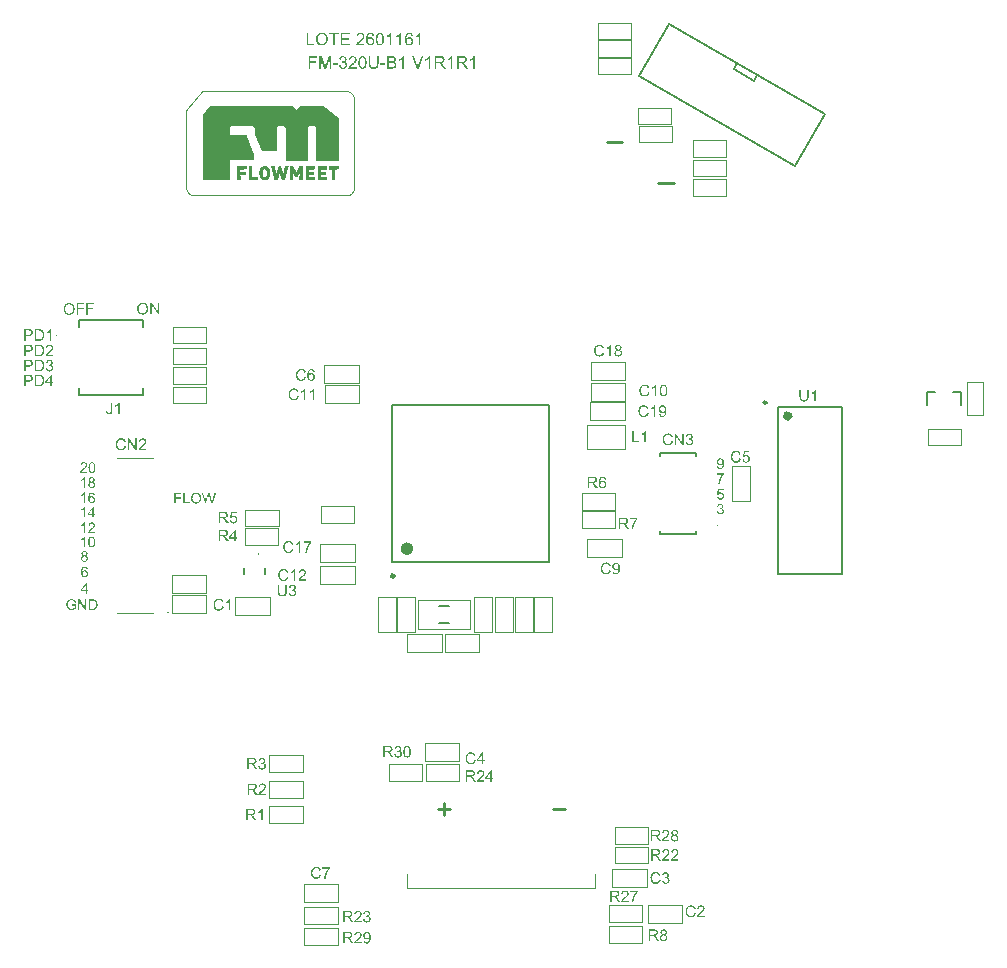
<source format=gto>
G04*
G04 #@! TF.GenerationSoftware,Altium Limited,Altium Designer,21.4.1 (30)*
G04*
G04 Layer_Color=65535*
%FSLAX25Y25*%
%MOIN*%
G70*
G04*
G04 #@! TF.SameCoordinates,B09271E0-8F31-4E5C-9359-3BEE4DA1DD5E*
G04*
G04*
G04 #@! TF.FilePolarity,Positive*
G04*
G01*
G75*
%ADD10C,0.00394*%
%ADD11C,0.00984*%
%ADD12C,0.02362*%
%ADD13C,0.00787*%
%ADD14C,0.01181*%
%ADD15C,0.00197*%
%ADD16C,0.00591*%
%ADD17C,0.00600*%
%ADD18C,0.01000*%
G36*
X-48994Y133075D02*
X-48708D01*
Y133034D01*
X-48504D01*
Y132993D01*
X-48382D01*
Y132953D01*
X-48259D01*
Y132912D01*
X-48218D01*
Y132871D01*
X-48096D01*
Y132830D01*
X-48055D01*
Y132790D01*
X-47974D01*
Y132749D01*
X-47892D01*
Y132708D01*
X-47851D01*
Y132667D01*
X-47811D01*
Y132626D01*
X-47770D01*
Y132586D01*
X-47729D01*
Y132545D01*
X-47647D01*
Y132504D01*
X-47607D01*
Y132463D01*
X-47566D01*
Y132422D01*
X-47525D01*
Y132382D01*
X-47484D01*
Y132300D01*
X-47443D01*
Y132259D01*
X-47403D01*
Y132218D01*
X-47362D01*
Y132178D01*
X-47321D01*
Y132137D01*
X-47280D01*
Y132055D01*
X-47239D01*
Y132014D01*
X-47199D01*
Y131933D01*
X-47158D01*
Y131892D01*
X-47117D01*
Y131810D01*
X-47076D01*
Y131729D01*
X-47035D01*
Y131688D01*
X-46995D01*
Y131566D01*
X-46954D01*
Y131484D01*
X-46913D01*
Y131403D01*
X-46872D01*
Y131321D01*
X-46831D01*
Y131199D01*
X-46791D01*
Y131076D01*
X-46750D01*
Y130913D01*
X-46709D01*
Y130791D01*
X-46668D01*
Y130587D01*
X-46627D01*
Y130383D01*
X-46587D01*
Y130016D01*
X-46546D01*
Y129975D01*
X-46587D01*
Y129934D01*
X-46546D01*
Y129893D01*
X-46587D01*
Y129852D01*
X-46546D01*
Y129812D01*
X-46587D01*
Y129771D01*
X-46546D01*
Y129730D01*
X-46587D01*
Y129689D01*
X-46546D01*
Y129648D01*
X-46587D01*
Y129608D01*
X-46546D01*
Y129567D01*
X-46587D01*
Y129526D01*
X-46546D01*
Y129485D01*
X-46587D01*
Y129444D01*
X-46546D01*
Y129404D01*
X-46587D01*
Y129363D01*
X-46546D01*
Y129322D01*
X-46587D01*
Y129281D01*
X-46546D01*
Y129240D01*
X-46587D01*
Y129200D01*
X-46546D01*
Y129159D01*
X-46587D01*
Y129118D01*
X-46546D01*
Y129077D01*
X-46587D01*
Y129036D01*
X-46546D01*
Y128996D01*
X-46587D01*
Y128955D01*
X-46546D01*
Y128914D01*
X-46587D01*
Y128873D01*
X-46546D01*
Y128832D01*
X-46587D01*
Y128792D01*
X-46546D01*
Y128751D01*
X-46587D01*
Y128710D01*
X-46546D01*
Y128669D01*
X-46587D01*
Y128629D01*
X-46546D01*
Y128588D01*
X-46587D01*
Y128547D01*
X-46546D01*
Y128506D01*
X-46587D01*
Y128465D01*
X-46546D01*
Y128425D01*
X-46587D01*
Y128384D01*
X-46546D01*
Y128343D01*
X-46587D01*
Y128302D01*
X-46546D01*
Y128261D01*
X-46587D01*
Y128221D01*
X-46546D01*
Y128180D01*
X-46587D01*
Y128139D01*
X-46546D01*
Y128098D01*
X-46587D01*
Y128057D01*
X-46546D01*
Y128017D01*
X-46587D01*
Y127976D01*
X-46546D01*
Y127935D01*
X-46587D01*
Y127894D01*
X-46546D01*
Y127853D01*
X-46587D01*
Y127813D01*
X-46546D01*
Y127772D01*
X-46587D01*
Y127731D01*
X-46546D01*
Y127690D01*
X-46587D01*
Y127649D01*
X-46546D01*
Y127609D01*
X-46587D01*
Y127568D01*
X-46546D01*
Y127527D01*
X-46587D01*
Y127486D01*
X-46546D01*
Y127445D01*
X-46587D01*
Y127405D01*
X-46546D01*
Y127364D01*
X-46587D01*
Y127323D01*
X-46546D01*
Y127282D01*
X-46587D01*
Y127242D01*
X-46546D01*
Y127201D01*
X-46587D01*
Y127160D01*
X-46546D01*
Y127119D01*
X-46587D01*
Y127078D01*
X-46546D01*
Y127038D01*
X-46587D01*
Y126997D01*
X-46546D01*
Y126956D01*
X-46587D01*
Y126915D01*
X-46546D01*
Y126874D01*
X-46587D01*
Y126834D01*
X-46546D01*
Y126793D01*
X-46587D01*
Y126752D01*
X-46546D01*
Y126711D01*
X-46587D01*
Y126670D01*
X-46546D01*
Y126630D01*
X-46587D01*
Y126589D01*
X-46546D01*
Y126548D01*
X-46587D01*
Y126507D01*
X-46546D01*
Y126466D01*
X-46587D01*
Y126426D01*
X-46546D01*
Y126385D01*
X-46587D01*
Y126344D01*
X-46546D01*
Y126303D01*
X-46587D01*
Y126262D01*
X-46546D01*
Y126222D01*
X-46587D01*
Y126181D01*
X-46546D01*
Y126140D01*
X-46587D01*
Y126099D01*
X-46546D01*
Y126058D01*
X-46587D01*
Y126018D01*
X-46546D01*
Y125977D01*
X-46587D01*
Y125936D01*
X-46546D01*
Y125895D01*
X-46587D01*
Y125855D01*
X-46546D01*
Y125814D01*
X-46587D01*
Y125773D01*
X-46546D01*
Y125732D01*
X-46587D01*
Y125691D01*
X-46546D01*
Y125651D01*
X-46587D01*
Y125610D01*
X-46546D01*
Y125569D01*
X-46587D01*
Y125528D01*
X-46546D01*
Y125487D01*
X-46587D01*
Y125447D01*
X-46546D01*
Y125406D01*
X-46587D01*
Y125365D01*
X-46546D01*
Y125324D01*
X-46587D01*
Y125283D01*
X-46546D01*
Y125243D01*
X-46587D01*
Y125202D01*
X-46546D01*
Y125161D01*
X-46587D01*
Y125120D01*
X-46546D01*
Y125079D01*
X-46587D01*
Y125039D01*
X-46546D01*
Y124998D01*
X-46587D01*
Y124957D01*
X-46546D01*
Y124916D01*
X-46587D01*
Y124875D01*
X-46546D01*
Y124835D01*
X-46587D01*
Y124794D01*
X-46546D01*
Y124753D01*
X-46587D01*
Y124712D01*
X-46546D01*
Y124671D01*
X-46587D01*
Y124631D01*
X-46546D01*
Y124590D01*
X-46587D01*
Y124549D01*
X-46546D01*
Y124508D01*
X-46587D01*
Y124468D01*
X-46546D01*
Y124427D01*
X-46587D01*
Y124386D01*
X-46546D01*
Y124345D01*
X-46587D01*
Y124304D01*
X-46546D01*
Y124264D01*
X-46587D01*
Y124223D01*
X-46546D01*
Y124182D01*
X-46587D01*
Y124141D01*
X-46546D01*
Y124100D01*
X-46587D01*
Y124060D01*
X-46546D01*
Y124019D01*
X-46587D01*
Y123978D01*
X-46546D01*
Y123937D01*
X-46587D01*
Y123896D01*
X-46546D01*
Y123856D01*
X-46587D01*
Y123815D01*
X-46546D01*
Y123774D01*
X-46587D01*
Y123733D01*
X-46546D01*
Y123692D01*
X-46587D01*
Y123652D01*
X-46546D01*
Y123611D01*
X-46587D01*
Y123570D01*
X-46546D01*
Y123529D01*
X-46587D01*
Y123488D01*
X-46546D01*
Y123448D01*
X-46587D01*
Y123407D01*
X-46546D01*
Y123366D01*
X-46587D01*
Y123325D01*
X-46546D01*
Y123284D01*
X-46587D01*
Y123244D01*
X-46546D01*
Y123203D01*
X-46587D01*
Y123162D01*
X-46546D01*
Y123121D01*
X-46587D01*
Y123081D01*
X-46546D01*
Y123040D01*
X-46587D01*
Y122999D01*
X-46546D01*
Y122958D01*
X-46587D01*
Y122917D01*
X-46546D01*
Y122877D01*
X-46587D01*
Y122836D01*
X-46546D01*
Y122795D01*
X-46587D01*
Y122754D01*
X-46546D01*
Y122713D01*
X-46587D01*
Y122673D01*
X-46546D01*
Y122632D01*
X-46587D01*
Y122591D01*
X-46546D01*
Y122550D01*
X-46587D01*
Y122509D01*
X-46546D01*
Y122469D01*
X-46587D01*
Y122428D01*
X-46546D01*
Y122387D01*
X-46587D01*
Y122346D01*
X-46546D01*
Y122305D01*
X-46587D01*
Y122265D01*
X-46546D01*
Y122224D01*
X-46587D01*
Y122183D01*
X-46546D01*
Y122142D01*
X-46587D01*
Y122101D01*
X-46546D01*
Y122061D01*
X-46587D01*
Y122020D01*
X-46546D01*
Y121979D01*
X-46587D01*
Y121938D01*
X-46546D01*
Y121897D01*
X-46587D01*
Y121857D01*
X-46546D01*
Y121816D01*
X-46587D01*
Y121775D01*
X-46546D01*
Y121734D01*
X-46587D01*
Y121694D01*
X-46546D01*
Y121653D01*
X-46587D01*
Y121612D01*
X-46546D01*
Y121571D01*
X-46587D01*
Y121530D01*
X-46546D01*
Y121490D01*
X-46587D01*
Y121449D01*
X-46546D01*
Y121408D01*
X-46587D01*
Y121367D01*
X-46546D01*
Y121326D01*
X-46587D01*
Y121286D01*
X-46546D01*
Y121245D01*
X-46587D01*
Y121204D01*
X-46546D01*
Y121163D01*
X-46587D01*
Y121122D01*
X-46546D01*
Y121082D01*
X-46587D01*
Y121041D01*
X-46546D01*
Y121000D01*
X-46587D01*
Y120959D01*
X-46546D01*
Y120918D01*
X-46587D01*
Y120878D01*
X-46546D01*
Y120837D01*
X-46587D01*
Y120796D01*
X-46546D01*
Y120755D01*
X-46587D01*
Y120714D01*
X-46546D01*
Y120674D01*
X-46587D01*
Y120633D01*
X-46546D01*
Y120592D01*
X-46587D01*
Y120551D01*
X-46546D01*
Y120510D01*
X-46587D01*
Y120470D01*
X-46546D01*
Y120429D01*
X-46587D01*
Y120388D01*
X-46546D01*
Y120347D01*
X-46587D01*
Y120307D01*
X-46546D01*
Y120266D01*
X-46587D01*
Y120225D01*
X-46546D01*
Y120184D01*
X-46587D01*
Y120143D01*
X-46546D01*
Y120103D01*
X-46587D01*
Y120062D01*
X-46546D01*
Y120021D01*
X-46587D01*
Y119980D01*
X-46546D01*
Y119939D01*
X-46587D01*
Y119899D01*
X-46546D01*
Y119858D01*
X-46587D01*
Y119817D01*
X-46546D01*
Y119776D01*
X-46587D01*
Y119735D01*
X-46546D01*
Y119695D01*
X-46587D01*
Y119654D01*
X-46546D01*
Y119613D01*
X-46587D01*
Y119572D01*
X-46546D01*
Y119531D01*
X-46587D01*
Y119491D01*
X-46546D01*
Y119450D01*
X-46587D01*
Y119409D01*
X-46546D01*
Y119368D01*
X-46587D01*
Y119327D01*
X-46546D01*
Y119287D01*
X-46587D01*
Y119246D01*
X-46546D01*
Y119205D01*
X-46587D01*
Y119164D01*
X-46546D01*
Y119123D01*
X-46587D01*
Y119083D01*
X-46546D01*
Y119042D01*
X-46587D01*
Y119001D01*
X-46546D01*
Y118960D01*
X-46587D01*
Y118920D01*
X-46546D01*
Y118879D01*
X-46587D01*
Y118838D01*
X-46546D01*
Y118797D01*
X-46587D01*
Y118756D01*
X-46546D01*
Y118716D01*
X-46587D01*
Y118675D01*
X-46546D01*
Y118634D01*
X-46587D01*
Y118593D01*
X-46546D01*
Y118552D01*
X-46587D01*
Y118512D01*
X-46546D01*
Y118471D01*
X-46587D01*
Y118430D01*
X-46546D01*
Y118389D01*
X-46587D01*
Y118348D01*
X-46546D01*
Y118308D01*
X-46587D01*
Y118267D01*
X-46546D01*
Y118226D01*
X-46587D01*
Y118185D01*
X-46546D01*
Y118144D01*
X-46587D01*
Y118104D01*
X-46546D01*
Y118063D01*
X-46587D01*
Y118022D01*
X-46546D01*
Y117981D01*
X-46587D01*
Y117940D01*
X-46546D01*
Y117900D01*
X-46587D01*
Y117859D01*
X-46546D01*
Y117818D01*
X-46587D01*
Y117777D01*
X-46546D01*
Y117736D01*
X-46587D01*
Y117696D01*
X-46546D01*
Y117655D01*
X-46587D01*
Y117614D01*
X-46546D01*
Y117573D01*
X-46587D01*
Y117533D01*
X-46546D01*
Y117492D01*
X-46587D01*
Y117451D01*
X-46546D01*
Y117410D01*
X-46587D01*
Y117369D01*
X-46546D01*
Y117329D01*
X-46587D01*
Y117288D01*
X-46546D01*
Y117247D01*
X-46587D01*
Y117206D01*
X-46546D01*
Y117165D01*
X-46587D01*
Y117124D01*
X-46546D01*
Y117084D01*
X-46587D01*
Y117043D01*
X-46546D01*
Y117002D01*
X-46587D01*
Y116961D01*
X-46546D01*
Y116921D01*
X-46587D01*
Y116880D01*
X-46546D01*
Y116839D01*
X-46587D01*
Y116798D01*
X-46546D01*
Y116757D01*
X-46587D01*
Y116717D01*
X-46546D01*
Y116676D01*
X-46587D01*
Y116635D01*
X-46546D01*
Y116594D01*
X-46587D01*
Y116553D01*
X-46546D01*
Y116513D01*
X-46587D01*
Y116472D01*
X-46546D01*
Y116431D01*
X-46587D01*
Y116390D01*
X-46546D01*
Y116349D01*
X-46587D01*
Y116309D01*
X-46546D01*
Y116268D01*
X-46587D01*
Y116227D01*
X-46546D01*
Y116186D01*
X-46587D01*
Y116146D01*
X-46546D01*
Y116105D01*
X-46587D01*
Y116064D01*
X-46546D01*
Y116023D01*
X-46587D01*
Y115982D01*
X-46546D01*
Y115942D01*
X-46587D01*
Y115901D01*
X-46546D01*
Y115860D01*
X-46587D01*
Y115819D01*
X-46546D01*
Y115778D01*
X-46587D01*
Y115737D01*
X-46546D01*
Y115697D01*
X-46587D01*
Y115656D01*
X-46546D01*
Y115615D01*
X-46587D01*
Y115574D01*
X-46546D01*
Y115534D01*
X-46587D01*
Y115493D01*
X-46546D01*
Y115452D01*
X-46587D01*
Y115411D01*
X-46546D01*
Y115370D01*
X-46587D01*
Y115330D01*
X-46546D01*
Y115289D01*
X-46587D01*
Y115248D01*
X-46546D01*
Y115207D01*
X-46587D01*
Y115166D01*
X-46546D01*
Y115126D01*
X-46587D01*
Y115085D01*
X-46546D01*
Y115044D01*
X-46587D01*
Y115003D01*
X-46546D01*
Y114962D01*
X-46587D01*
Y114922D01*
X-46546D01*
Y114881D01*
X-46587D01*
Y114840D01*
X-46546D01*
Y114799D01*
X-46587D01*
Y114759D01*
X-46546D01*
Y114718D01*
X-46587D01*
Y114677D01*
X-46546D01*
Y114636D01*
X-46587D01*
Y114595D01*
X-46546D01*
Y114555D01*
X-46587D01*
Y114514D01*
X-46546D01*
Y114473D01*
X-46587D01*
Y114432D01*
X-46546D01*
Y114391D01*
X-46587D01*
Y114350D01*
X-46546D01*
Y114310D01*
X-46587D01*
Y114269D01*
X-46546D01*
Y114228D01*
X-46587D01*
Y114187D01*
X-46546D01*
Y114147D01*
X-46587D01*
Y114106D01*
X-46546D01*
Y114065D01*
X-46587D01*
Y114024D01*
X-46546D01*
Y113983D01*
X-46587D01*
Y113943D01*
X-46546D01*
Y113902D01*
X-46587D01*
Y113861D01*
X-46546D01*
Y113820D01*
X-46587D01*
Y113779D01*
X-46546D01*
Y113739D01*
X-46587D01*
Y113698D01*
X-46546D01*
Y113657D01*
X-46587D01*
Y113616D01*
X-46546D01*
Y113575D01*
X-46587D01*
Y113535D01*
X-46546D01*
Y113494D01*
X-46587D01*
Y113453D01*
X-46546D01*
Y113412D01*
X-46587D01*
Y113372D01*
X-46546D01*
Y113331D01*
X-46587D01*
Y113290D01*
X-46546D01*
Y113249D01*
X-46587D01*
Y113208D01*
X-46546D01*
Y113168D01*
X-46587D01*
Y113127D01*
X-46546D01*
Y113086D01*
X-46587D01*
Y113045D01*
X-46546D01*
Y113004D01*
X-46587D01*
Y112963D01*
X-46546D01*
Y112923D01*
X-46587D01*
Y112882D01*
X-46546D01*
Y112841D01*
X-46587D01*
Y112800D01*
X-46546D01*
Y112760D01*
X-46587D01*
Y112719D01*
X-46546D01*
Y112678D01*
X-46587D01*
Y112637D01*
X-46546D01*
Y112596D01*
X-46587D01*
Y112556D01*
X-46546D01*
Y112515D01*
X-46587D01*
Y112474D01*
X-46546D01*
Y112433D01*
X-46587D01*
Y112392D01*
X-46546D01*
Y112352D01*
X-46587D01*
Y112311D01*
X-46546D01*
Y112270D01*
X-46587D01*
Y112229D01*
X-46546D01*
Y112188D01*
X-46587D01*
Y112148D01*
X-46546D01*
Y112107D01*
X-46587D01*
Y112066D01*
X-46546D01*
Y112025D01*
X-46587D01*
Y111985D01*
X-46546D01*
Y111944D01*
X-46587D01*
Y111903D01*
X-46546D01*
Y111862D01*
X-46587D01*
Y111821D01*
X-46546D01*
Y111781D01*
X-46587D01*
Y111740D01*
X-46546D01*
Y111699D01*
X-46587D01*
Y111658D01*
X-46546D01*
Y111617D01*
X-46587D01*
Y111576D01*
X-46546D01*
Y111536D01*
X-46587D01*
Y111495D01*
X-46546D01*
Y111454D01*
X-46587D01*
Y111413D01*
X-46546D01*
Y111373D01*
X-46587D01*
Y111332D01*
X-46546D01*
Y111291D01*
X-46587D01*
Y111250D01*
X-46546D01*
Y111209D01*
X-46587D01*
Y111169D01*
X-46546D01*
Y111128D01*
X-46587D01*
Y111087D01*
X-46546D01*
Y111046D01*
X-46587D01*
Y111005D01*
X-46546D01*
Y110965D01*
X-46587D01*
Y110924D01*
X-46546D01*
Y110883D01*
X-46587D01*
Y110842D01*
X-46546D01*
Y110801D01*
X-46587D01*
Y110761D01*
X-46546D01*
Y110720D01*
X-46587D01*
Y110679D01*
X-46546D01*
Y110638D01*
X-46587D01*
Y110598D01*
X-46546D01*
Y110557D01*
X-46587D01*
Y110516D01*
X-46546D01*
Y110475D01*
X-46587D01*
Y110434D01*
X-46546D01*
Y110394D01*
X-46587D01*
Y110353D01*
X-46546D01*
Y110312D01*
X-46587D01*
Y110271D01*
X-46546D01*
Y110230D01*
X-46587D01*
Y110189D01*
X-46546D01*
Y110149D01*
X-46587D01*
Y110108D01*
X-46546D01*
Y110067D01*
X-46587D01*
Y110026D01*
X-46546D01*
Y109986D01*
X-46587D01*
Y109945D01*
X-46546D01*
Y109904D01*
X-46587D01*
Y109863D01*
X-46546D01*
Y109822D01*
X-46587D01*
Y109782D01*
X-46546D01*
Y109741D01*
X-46587D01*
Y109700D01*
X-46546D01*
Y109659D01*
X-46587D01*
Y109618D01*
X-46546D01*
Y109578D01*
X-46587D01*
Y109537D01*
X-46546D01*
Y109496D01*
X-46587D01*
Y109455D01*
X-46546D01*
Y109414D01*
X-46587D01*
Y109374D01*
X-46546D01*
Y109333D01*
X-46587D01*
Y109292D01*
X-46546D01*
Y109251D01*
X-46587D01*
Y109211D01*
X-46546D01*
Y109170D01*
X-46587D01*
Y109129D01*
X-46546D01*
Y109088D01*
X-46587D01*
Y109047D01*
X-46546D01*
Y109007D01*
X-46587D01*
Y108966D01*
X-46546D01*
Y108925D01*
X-46587D01*
Y108884D01*
X-46546D01*
Y108843D01*
X-46587D01*
Y108802D01*
X-46546D01*
Y108762D01*
X-46587D01*
Y108721D01*
X-46546D01*
Y108680D01*
X-46587D01*
Y108639D01*
X-46546D01*
Y108599D01*
X-46587D01*
Y108558D01*
X-46546D01*
Y108517D01*
X-46587D01*
Y108476D01*
X-46546D01*
Y108435D01*
X-46587D01*
Y108395D01*
X-46546D01*
Y108354D01*
X-46587D01*
Y108313D01*
X-46546D01*
Y108272D01*
X-46587D01*
Y108231D01*
X-46546D01*
Y108191D01*
X-46587D01*
Y108150D01*
X-46546D01*
Y108109D01*
X-46587D01*
Y108068D01*
X-46546D01*
Y108027D01*
X-46587D01*
Y107987D01*
X-46546D01*
Y107946D01*
X-46587D01*
Y107905D01*
X-46546D01*
Y107864D01*
X-46587D01*
Y107824D01*
X-46546D01*
Y107783D01*
X-46587D01*
Y107742D01*
X-46546D01*
Y107701D01*
X-46587D01*
Y107660D01*
X-46546D01*
Y107620D01*
X-46587D01*
Y107579D01*
X-46546D01*
Y107538D01*
X-46587D01*
Y107497D01*
X-46546D01*
Y107456D01*
X-46587D01*
Y107415D01*
X-46546D01*
Y107375D01*
X-46587D01*
Y107334D01*
X-46546D01*
Y107293D01*
X-46587D01*
Y107252D01*
X-46546D01*
Y107212D01*
X-46587D01*
Y107171D01*
X-46546D01*
Y107130D01*
X-46587D01*
Y107089D01*
X-46546D01*
Y107048D01*
X-46587D01*
Y107008D01*
X-46546D01*
Y106967D01*
X-46587D01*
Y106926D01*
X-46546D01*
Y106885D01*
X-46587D01*
Y106844D01*
X-46546D01*
Y106804D01*
X-46587D01*
Y106763D01*
X-46546D01*
Y106722D01*
X-46587D01*
Y106681D01*
X-46546D01*
Y106640D01*
X-46587D01*
Y106600D01*
X-46546D01*
Y106559D01*
X-46587D01*
Y106518D01*
X-46546D01*
Y106477D01*
X-46587D01*
Y106437D01*
X-46546D01*
Y106396D01*
X-46587D01*
Y106355D01*
X-46546D01*
Y106314D01*
X-46587D01*
Y106273D01*
X-46546D01*
Y106233D01*
X-46587D01*
Y106192D01*
X-46546D01*
Y106151D01*
X-46587D01*
Y106110D01*
X-46546D01*
Y106069D01*
X-46587D01*
Y106028D01*
X-46546D01*
Y105988D01*
X-46587D01*
Y105947D01*
X-46546D01*
Y105906D01*
X-46587D01*
Y105865D01*
X-46546D01*
Y105824D01*
X-46587D01*
Y105784D01*
X-46546D01*
Y105743D01*
X-46587D01*
Y105702D01*
X-46546D01*
Y105661D01*
X-46587D01*
Y105621D01*
X-46546D01*
Y105580D01*
X-46587D01*
Y105539D01*
X-46546D01*
Y105498D01*
X-46587D01*
Y105457D01*
X-46546D01*
Y105417D01*
X-46587D01*
Y105376D01*
X-46546D01*
Y105335D01*
X-46587D01*
Y105294D01*
X-46546D01*
Y105253D01*
X-46587D01*
Y105213D01*
X-46546D01*
Y105172D01*
X-46587D01*
Y105131D01*
X-46546D01*
Y105090D01*
X-46587D01*
Y105050D01*
X-46546D01*
Y105009D01*
X-46587D01*
Y104968D01*
X-46546D01*
Y104927D01*
X-46587D01*
Y104886D01*
X-46546D01*
Y104845D01*
X-46587D01*
Y104805D01*
X-46546D01*
Y104764D01*
X-46587D01*
Y104723D01*
X-46546D01*
Y104682D01*
X-46587D01*
Y104641D01*
X-46546D01*
Y104601D01*
X-46587D01*
Y104560D01*
X-46546D01*
Y104519D01*
X-46587D01*
Y104478D01*
X-46546D01*
Y104437D01*
X-46587D01*
Y104397D01*
X-46546D01*
Y104356D01*
X-46587D01*
Y104315D01*
X-46546D01*
Y104274D01*
X-46587D01*
Y104234D01*
X-46546D01*
Y104193D01*
X-46587D01*
Y104152D01*
X-46546D01*
Y104111D01*
X-46587D01*
Y104070D01*
X-46546D01*
Y104030D01*
X-46587D01*
Y103989D01*
X-46546D01*
Y103948D01*
X-46587D01*
Y103907D01*
X-46546D01*
Y103866D01*
X-46587D01*
Y103826D01*
X-46546D01*
Y103785D01*
X-46587D01*
Y103744D01*
X-46546D01*
Y103703D01*
X-46587D01*
Y103662D01*
X-46546D01*
Y103622D01*
X-46587D01*
Y103581D01*
X-46546D01*
Y103540D01*
X-46587D01*
Y103499D01*
X-46546D01*
Y103458D01*
X-46587D01*
Y103418D01*
X-46546D01*
Y103377D01*
X-46587D01*
Y103336D01*
X-46546D01*
Y103295D01*
X-46587D01*
Y103254D01*
X-46546D01*
Y103214D01*
X-46587D01*
Y103173D01*
X-46546D01*
Y103132D01*
X-46587D01*
Y103091D01*
X-46546D01*
Y103050D01*
X-46587D01*
Y103010D01*
X-46546D01*
Y102969D01*
X-46587D01*
Y102928D01*
X-46546D01*
Y102887D01*
X-46587D01*
Y102847D01*
X-46546D01*
Y102806D01*
X-46587D01*
Y102765D01*
X-46546D01*
Y102724D01*
X-46587D01*
Y102683D01*
X-46546D01*
Y102643D01*
X-46587D01*
Y102602D01*
X-46546D01*
Y102561D01*
X-46587D01*
Y102520D01*
X-46546D01*
Y102479D01*
X-46587D01*
Y102439D01*
X-46546D01*
Y102398D01*
X-46587D01*
Y102357D01*
X-46546D01*
Y102316D01*
X-46587D01*
Y102276D01*
X-46546D01*
Y102235D01*
X-46587D01*
Y102194D01*
X-46546D01*
Y102153D01*
X-46587D01*
Y102112D01*
X-46546D01*
Y102071D01*
X-46587D01*
Y102031D01*
X-46546D01*
Y101990D01*
X-46587D01*
Y101949D01*
X-46546D01*
Y101908D01*
X-46587D01*
Y101867D01*
X-46546D01*
Y101827D01*
X-46587D01*
Y101786D01*
X-46546D01*
Y101745D01*
X-46587D01*
Y101704D01*
X-46546D01*
Y101663D01*
X-46587D01*
Y101623D01*
X-46546D01*
Y101582D01*
X-46587D01*
Y101541D01*
X-46546D01*
Y101500D01*
X-46587D01*
Y101460D01*
X-46546D01*
Y101419D01*
X-46587D01*
Y101378D01*
X-46546D01*
Y101337D01*
X-46587D01*
Y101296D01*
X-46546D01*
Y101256D01*
X-46587D01*
Y100807D01*
X-46627D01*
Y100603D01*
X-46668D01*
Y100440D01*
X-46709D01*
Y100277D01*
X-46750D01*
Y100154D01*
X-46791D01*
Y100032D01*
X-46831D01*
Y99909D01*
X-46872D01*
Y99787D01*
X-46913D01*
Y99746D01*
X-46954D01*
Y99624D01*
X-46995D01*
Y99583D01*
X-47035D01*
Y99461D01*
X-47076D01*
Y99420D01*
X-47117D01*
Y99338D01*
X-47158D01*
Y99257D01*
X-47199D01*
Y99216D01*
X-47239D01*
Y99175D01*
X-47280D01*
Y99094D01*
X-47321D01*
Y99053D01*
X-47362D01*
Y98971D01*
X-47403D01*
Y98930D01*
X-47443D01*
Y98889D01*
X-47484D01*
Y98849D01*
X-47525D01*
Y98808D01*
X-47566D01*
Y98767D01*
X-47607D01*
Y98726D01*
X-47647D01*
Y98686D01*
X-47688D01*
Y98645D01*
X-47729D01*
Y98604D01*
X-47770D01*
Y98563D01*
X-47851D01*
Y98522D01*
X-47892D01*
Y98482D01*
X-47974D01*
Y98441D01*
X-48014D01*
Y98400D01*
X-48096D01*
Y98359D01*
X-48178D01*
Y98318D01*
X-48259D01*
Y98278D01*
X-48341D01*
Y98237D01*
X-48463D01*
Y98196D01*
X-48667D01*
Y98155D01*
X-49034D01*
Y98114D01*
X-49075D01*
Y98155D01*
X-49198D01*
Y98114D01*
X-49238D01*
Y98155D01*
X-49279D01*
Y98114D01*
X-49320D01*
Y98155D01*
X-49361D01*
Y98114D01*
X-49401D01*
Y98155D01*
X-49524D01*
Y98114D01*
X-49565D01*
Y98155D01*
X-49605D01*
Y98114D01*
X-49646D01*
Y98155D01*
X-49687D01*
Y98114D01*
X-49728D01*
Y98155D01*
X-49850D01*
Y98114D01*
X-49891D01*
Y98155D01*
X-49932D01*
Y98114D01*
X-49973D01*
Y98155D01*
X-50013D01*
Y98114D01*
X-50054D01*
Y98155D01*
X-50177D01*
Y98114D01*
X-50217D01*
Y98155D01*
X-50258D01*
Y98114D01*
X-50299D01*
Y98155D01*
X-50340D01*
Y98114D01*
X-50380D01*
Y98155D01*
X-50503D01*
Y98114D01*
X-50544D01*
Y98155D01*
X-50585D01*
Y98114D01*
X-50625D01*
Y98155D01*
X-50666D01*
Y98114D01*
X-50707D01*
Y98155D01*
X-50829D01*
Y98114D01*
X-50870D01*
Y98155D01*
X-50911D01*
Y98114D01*
X-50952D01*
Y98155D01*
X-50992D01*
Y98114D01*
X-51033D01*
Y98155D01*
X-51156D01*
Y98114D01*
X-51196D01*
Y98155D01*
X-51237D01*
Y98114D01*
X-51278D01*
Y98155D01*
X-51319D01*
Y98114D01*
X-51360D01*
Y98155D01*
X-51482D01*
Y98114D01*
X-51523D01*
Y98155D01*
X-51564D01*
Y98114D01*
X-51604D01*
Y98155D01*
X-51645D01*
Y98114D01*
X-51686D01*
Y98155D01*
X-51808D01*
Y98114D01*
X-51849D01*
Y98155D01*
X-51890D01*
Y98114D01*
X-51931D01*
Y98155D01*
X-51972D01*
Y98114D01*
X-52012D01*
Y98155D01*
X-52135D01*
Y98114D01*
X-52175D01*
Y98155D01*
X-52216D01*
Y98114D01*
X-52257D01*
Y98155D01*
X-52298D01*
Y98114D01*
X-52339D01*
Y98155D01*
X-52461D01*
Y98114D01*
X-52502D01*
Y98155D01*
X-52543D01*
Y98114D01*
X-52583D01*
Y98155D01*
X-52624D01*
Y98114D01*
X-52665D01*
Y98155D01*
X-52787D01*
Y98114D01*
X-52828D01*
Y98155D01*
X-52869D01*
Y98114D01*
X-52910D01*
Y98155D01*
X-52951D01*
Y98114D01*
X-52991D01*
Y98155D01*
X-53114D01*
Y98114D01*
X-53154D01*
Y98155D01*
X-53195D01*
Y98114D01*
X-53236D01*
Y98155D01*
X-53277D01*
Y98114D01*
X-53318D01*
Y98155D01*
X-53440D01*
Y98114D01*
X-53481D01*
Y98155D01*
X-53522D01*
Y98114D01*
X-53562D01*
Y98155D01*
X-53603D01*
Y98114D01*
X-53644D01*
Y98155D01*
X-53766D01*
Y98114D01*
X-53807D01*
Y98155D01*
X-53848D01*
Y98114D01*
X-53889D01*
Y98155D01*
X-53930D01*
Y98114D01*
X-53970D01*
Y98155D01*
X-54093D01*
Y98114D01*
X-54134D01*
Y98155D01*
X-54174D01*
Y98114D01*
X-54215D01*
Y98155D01*
X-54256D01*
Y98114D01*
X-54297D01*
Y98155D01*
X-54419D01*
Y98114D01*
X-54460D01*
Y98155D01*
X-54501D01*
Y98114D01*
X-54541D01*
Y98155D01*
X-54582D01*
Y98114D01*
X-54623D01*
Y98155D01*
X-54746D01*
Y98114D01*
X-54786D01*
Y98155D01*
X-54827D01*
Y98114D01*
X-54868D01*
Y98155D01*
X-54909D01*
Y98114D01*
X-54949D01*
Y98155D01*
X-55072D01*
Y98114D01*
X-55113D01*
Y98155D01*
X-55153D01*
Y98114D01*
X-55194D01*
Y98155D01*
X-55235D01*
Y98114D01*
X-55276D01*
Y98155D01*
X-55398D01*
Y98114D01*
X-55439D01*
Y98155D01*
X-55480D01*
Y98114D01*
X-55521D01*
Y98155D01*
X-55561D01*
Y98114D01*
X-55602D01*
Y98155D01*
X-55725D01*
Y98114D01*
X-55765D01*
Y98155D01*
X-55806D01*
Y98114D01*
X-55847D01*
Y98155D01*
X-55888D01*
Y98114D01*
X-55928D01*
Y98155D01*
X-56051D01*
Y98114D01*
X-56092D01*
Y98155D01*
X-56133D01*
Y98114D01*
X-56173D01*
Y98155D01*
X-56214D01*
Y98114D01*
X-56255D01*
Y98155D01*
X-56377D01*
Y98114D01*
X-56418D01*
Y98155D01*
X-56459D01*
Y98114D01*
X-56500D01*
Y98155D01*
X-56540D01*
Y98114D01*
X-56581D01*
Y98155D01*
X-56704D01*
Y98114D01*
X-56744D01*
Y98155D01*
X-56785D01*
Y98114D01*
X-56826D01*
Y98155D01*
X-56867D01*
Y98114D01*
X-56908D01*
Y98155D01*
X-57030D01*
Y98114D01*
X-57071D01*
Y98155D01*
X-57112D01*
Y98114D01*
X-57152D01*
Y98155D01*
X-57193D01*
Y98114D01*
X-57234D01*
Y98155D01*
X-57356D01*
Y98114D01*
X-57397D01*
Y98155D01*
X-57438D01*
Y98114D01*
X-57479D01*
Y98155D01*
X-57520D01*
Y98114D01*
X-57560D01*
Y98155D01*
X-57683D01*
Y98114D01*
X-57723D01*
Y98155D01*
X-57764D01*
Y98114D01*
X-57805D01*
Y98155D01*
X-57846D01*
Y98114D01*
X-57887D01*
Y98155D01*
X-58009D01*
Y98114D01*
X-58050D01*
Y98155D01*
X-58091D01*
Y98114D01*
X-58131D01*
Y98155D01*
X-58172D01*
Y98114D01*
X-58213D01*
Y98155D01*
X-58335D01*
Y98114D01*
X-58376D01*
Y98155D01*
X-58417D01*
Y98114D01*
X-58458D01*
Y98155D01*
X-58499D01*
Y98114D01*
X-58539D01*
Y98155D01*
X-58662D01*
Y98114D01*
X-58702D01*
Y98155D01*
X-58743D01*
Y98114D01*
X-58784D01*
Y98155D01*
X-58825D01*
Y98114D01*
X-58866D01*
Y98155D01*
X-58988D01*
Y98114D01*
X-59029D01*
Y98155D01*
X-59070D01*
Y98114D01*
X-59110D01*
Y98155D01*
X-59151D01*
Y98114D01*
X-59192D01*
Y98155D01*
X-59314D01*
Y98114D01*
X-59355D01*
Y98155D01*
X-59396D01*
Y98114D01*
X-59437D01*
Y98155D01*
X-59478D01*
Y98114D01*
X-59518D01*
Y98155D01*
X-59641D01*
Y98114D01*
X-59682D01*
Y98155D01*
X-59722D01*
Y98114D01*
X-59763D01*
Y98155D01*
X-59804D01*
Y98114D01*
X-59845D01*
Y98155D01*
X-59967D01*
Y98114D01*
X-60008D01*
Y98155D01*
X-60049D01*
Y98114D01*
X-60089D01*
Y98155D01*
X-60130D01*
Y98114D01*
X-60171D01*
Y98155D01*
X-60294D01*
Y98114D01*
X-60334D01*
Y98155D01*
X-60375D01*
Y98114D01*
X-60416D01*
Y98155D01*
X-60457D01*
Y98114D01*
X-60497D01*
Y98155D01*
X-60620D01*
Y98114D01*
X-60661D01*
Y98155D01*
X-60701D01*
Y98114D01*
X-60742D01*
Y98155D01*
X-60783D01*
Y98114D01*
X-60824D01*
Y98155D01*
X-60946D01*
Y98114D01*
X-60987D01*
Y98155D01*
X-61028D01*
Y98114D01*
X-61069D01*
Y98155D01*
X-61109D01*
Y98114D01*
X-61150D01*
Y98155D01*
X-61273D01*
Y98114D01*
X-61313D01*
Y98155D01*
X-61354D01*
Y98114D01*
X-61395D01*
Y98155D01*
X-61436D01*
Y98114D01*
X-61476D01*
Y98155D01*
X-61599D01*
Y98114D01*
X-61640D01*
Y98155D01*
X-61681D01*
Y98114D01*
X-61721D01*
Y98155D01*
X-61762D01*
Y98114D01*
X-61803D01*
Y98155D01*
X-61925D01*
Y98114D01*
X-61966D01*
Y98155D01*
X-62007D01*
Y98114D01*
X-62048D01*
Y98155D01*
X-62089D01*
Y98114D01*
X-62129D01*
Y98155D01*
X-62252D01*
Y98114D01*
X-62292D01*
Y98155D01*
X-62333D01*
Y98114D01*
X-62374D01*
Y98155D01*
X-62415D01*
Y98114D01*
X-62456D01*
Y98155D01*
X-62578D01*
Y98114D01*
X-62619D01*
Y98155D01*
X-62660D01*
Y98114D01*
X-62700D01*
Y98155D01*
X-62741D01*
Y98114D01*
X-62782D01*
Y98155D01*
X-62904D01*
Y98114D01*
X-62945D01*
Y98155D01*
X-62986D01*
Y98114D01*
X-63027D01*
Y98155D01*
X-63068D01*
Y98114D01*
X-63108D01*
Y98155D01*
X-63231D01*
Y98114D01*
X-63271D01*
Y98155D01*
X-63312D01*
Y98114D01*
X-63353D01*
Y98155D01*
X-63394D01*
Y98114D01*
X-63435D01*
Y98155D01*
X-63557D01*
Y98114D01*
X-63598D01*
Y98155D01*
X-63639D01*
Y98114D01*
X-63679D01*
Y98155D01*
X-63720D01*
Y98114D01*
X-63761D01*
Y98155D01*
X-63883D01*
Y98114D01*
X-63924D01*
Y98155D01*
X-63965D01*
Y98114D01*
X-64006D01*
Y98155D01*
X-64047D01*
Y98114D01*
X-64087D01*
Y98155D01*
X-64210D01*
Y98114D01*
X-64250D01*
Y98155D01*
X-64291D01*
Y98114D01*
X-64332D01*
Y98155D01*
X-64373D01*
Y98114D01*
X-64414D01*
Y98155D01*
X-64536D01*
Y98114D01*
X-64577D01*
Y98155D01*
X-64618D01*
Y98114D01*
X-64658D01*
Y98155D01*
X-64699D01*
Y98114D01*
X-64740D01*
Y98155D01*
X-64863D01*
Y98114D01*
X-64903D01*
Y98155D01*
X-64944D01*
Y98114D01*
X-64985D01*
Y98155D01*
X-65026D01*
Y98114D01*
X-65066D01*
Y98155D01*
X-65189D01*
Y98114D01*
X-65230D01*
Y98155D01*
X-65270D01*
Y98114D01*
X-65311D01*
Y98155D01*
X-65352D01*
Y98114D01*
X-65393D01*
Y98155D01*
X-65515D01*
Y98114D01*
X-65556D01*
Y98155D01*
X-65597D01*
Y98114D01*
X-65637D01*
Y98155D01*
X-65678D01*
Y98114D01*
X-65719D01*
Y98155D01*
X-65842D01*
Y98114D01*
X-65882D01*
Y98155D01*
X-65923D01*
Y98114D01*
X-65964D01*
Y98155D01*
X-66005D01*
Y98114D01*
X-66045D01*
Y98155D01*
X-66168D01*
Y98114D01*
X-66209D01*
Y98155D01*
X-66250D01*
Y98114D01*
X-66290D01*
Y98155D01*
X-66331D01*
Y98114D01*
X-66372D01*
Y98155D01*
X-66494D01*
Y98114D01*
X-66535D01*
Y98155D01*
X-66576D01*
Y98114D01*
X-66617D01*
Y98155D01*
X-66657D01*
Y98114D01*
X-66698D01*
Y98155D01*
X-66821D01*
Y98114D01*
X-66861D01*
Y98155D01*
X-66902D01*
Y98114D01*
X-66943D01*
Y98155D01*
X-66984D01*
Y98114D01*
X-67024D01*
Y98155D01*
X-67147D01*
Y98114D01*
X-67188D01*
Y98155D01*
X-67229D01*
Y98114D01*
X-67269D01*
Y98155D01*
X-67310D01*
Y98114D01*
X-67351D01*
Y98155D01*
X-67473D01*
Y98114D01*
X-67514D01*
Y98155D01*
X-67555D01*
Y98114D01*
X-67596D01*
Y98155D01*
X-67637D01*
Y98114D01*
X-67677D01*
Y98155D01*
X-67800D01*
Y98114D01*
X-67840D01*
Y98155D01*
X-67881D01*
Y98114D01*
X-67922D01*
Y98155D01*
X-67963D01*
Y98114D01*
X-68004D01*
Y98155D01*
X-68126D01*
Y98114D01*
X-68167D01*
Y98155D01*
X-68208D01*
Y98114D01*
X-68248D01*
Y98155D01*
X-68289D01*
Y98114D01*
X-68330D01*
Y98155D01*
X-68452D01*
Y98114D01*
X-68493D01*
Y98155D01*
X-68534D01*
Y98114D01*
X-68575D01*
Y98155D01*
X-68616D01*
Y98114D01*
X-68656D01*
Y98155D01*
X-68779D01*
Y98114D01*
X-68819D01*
Y98155D01*
X-68860D01*
Y98114D01*
X-68901D01*
Y98155D01*
X-68942D01*
Y98114D01*
X-68983D01*
Y98155D01*
X-69105D01*
Y98114D01*
X-69146D01*
Y98155D01*
X-69187D01*
Y98114D01*
X-69227D01*
Y98155D01*
X-69268D01*
Y98114D01*
X-69309D01*
Y98155D01*
X-69431D01*
Y98114D01*
X-69472D01*
Y98155D01*
X-69513D01*
Y98114D01*
X-69554D01*
Y98155D01*
X-69595D01*
Y98114D01*
X-69635D01*
Y98155D01*
X-69758D01*
Y98114D01*
X-69799D01*
Y98155D01*
X-69839D01*
Y98114D01*
X-69880D01*
Y98155D01*
X-69921D01*
Y98114D01*
X-69962D01*
Y98155D01*
X-70084D01*
Y98114D01*
X-70125D01*
Y98155D01*
X-70166D01*
Y98114D01*
X-70206D01*
Y98155D01*
X-70247D01*
Y98114D01*
X-70288D01*
Y98155D01*
X-70411D01*
Y98114D01*
X-70451D01*
Y98155D01*
X-70492D01*
Y98114D01*
X-70533D01*
Y98155D01*
X-70574D01*
Y98114D01*
X-70614D01*
Y98155D01*
X-70737D01*
Y98114D01*
X-70778D01*
Y98155D01*
X-70818D01*
Y98114D01*
X-70859D01*
Y98155D01*
X-70900D01*
Y98114D01*
X-70941D01*
Y98155D01*
X-71063D01*
Y98114D01*
X-71104D01*
Y98155D01*
X-71145D01*
Y98114D01*
X-71186D01*
Y98155D01*
X-71226D01*
Y98114D01*
X-71267D01*
Y98155D01*
X-71390D01*
Y98114D01*
X-71430D01*
Y98155D01*
X-71471D01*
Y98114D01*
X-71512D01*
Y98155D01*
X-71553D01*
Y98114D01*
X-71593D01*
Y98155D01*
X-71716D01*
Y98114D01*
X-71757D01*
Y98155D01*
X-71798D01*
Y98114D01*
X-71838D01*
Y98155D01*
X-71879D01*
Y98114D01*
X-71920D01*
Y98155D01*
X-72042D01*
Y98114D01*
X-72083D01*
Y98155D01*
X-72124D01*
Y98114D01*
X-72165D01*
Y98155D01*
X-72205D01*
Y98114D01*
X-72246D01*
Y98155D01*
X-72369D01*
Y98114D01*
X-72409D01*
Y98155D01*
X-72450D01*
Y98114D01*
X-72491D01*
Y98155D01*
X-72532D01*
Y98114D01*
X-72573D01*
Y98155D01*
X-72695D01*
Y98114D01*
X-72736D01*
Y98155D01*
X-72777D01*
Y98114D01*
X-72817D01*
Y98155D01*
X-72858D01*
Y98114D01*
X-72899D01*
Y98155D01*
X-73021D01*
Y98114D01*
X-73062D01*
Y98155D01*
X-73103D01*
Y98114D01*
X-73144D01*
Y98155D01*
X-73185D01*
Y98114D01*
X-73225D01*
Y98155D01*
X-73348D01*
Y98114D01*
X-73388D01*
Y98155D01*
X-73429D01*
Y98114D01*
X-73470D01*
Y98155D01*
X-73511D01*
Y98114D01*
X-73552D01*
Y98155D01*
X-73674D01*
Y98114D01*
X-73715D01*
Y98155D01*
X-73756D01*
Y98114D01*
X-73796D01*
Y98155D01*
X-73837D01*
Y98114D01*
X-73878D01*
Y98155D01*
X-74000D01*
Y98114D01*
X-74041D01*
Y98155D01*
X-74082D01*
Y98114D01*
X-74123D01*
Y98155D01*
X-74164D01*
Y98114D01*
X-74204D01*
Y98155D01*
X-74327D01*
Y98114D01*
X-74367D01*
Y98155D01*
X-74408D01*
Y98114D01*
X-74449D01*
Y98155D01*
X-74490D01*
Y98114D01*
X-74531D01*
Y98155D01*
X-74653D01*
Y98114D01*
X-74694D01*
Y98155D01*
X-74735D01*
Y98114D01*
X-74775D01*
Y98155D01*
X-74816D01*
Y98114D01*
X-74857D01*
Y98155D01*
X-74979D01*
Y98114D01*
X-75020D01*
Y98155D01*
X-75061D01*
Y98114D01*
X-75102D01*
Y98155D01*
X-75143D01*
Y98114D01*
X-75183D01*
Y98155D01*
X-75306D01*
Y98114D01*
X-75347D01*
Y98155D01*
X-75387D01*
Y98114D01*
X-75428D01*
Y98155D01*
X-75469D01*
Y98114D01*
X-75510D01*
Y98155D01*
X-75632D01*
Y98114D01*
X-75673D01*
Y98155D01*
X-75714D01*
Y98114D01*
X-75754D01*
Y98155D01*
X-75795D01*
Y98114D01*
X-75836D01*
Y98155D01*
X-75959D01*
Y98114D01*
X-75999D01*
Y98155D01*
X-76040D01*
Y98114D01*
X-76081D01*
Y98155D01*
X-76122D01*
Y98114D01*
X-76162D01*
Y98155D01*
X-76285D01*
Y98114D01*
X-76326D01*
Y98155D01*
X-76366D01*
Y98114D01*
X-76407D01*
Y98155D01*
X-76448D01*
Y98114D01*
X-76489D01*
Y98155D01*
X-76611D01*
Y98114D01*
X-76652D01*
Y98155D01*
X-76693D01*
Y98114D01*
X-76734D01*
Y98155D01*
X-76774D01*
Y98114D01*
X-76815D01*
Y98155D01*
X-76938D01*
Y98114D01*
X-76978D01*
Y98155D01*
X-77019D01*
Y98114D01*
X-77060D01*
Y98155D01*
X-77101D01*
Y98114D01*
X-77141D01*
Y98155D01*
X-77264D01*
Y98114D01*
X-77305D01*
Y98155D01*
X-77346D01*
Y98114D01*
X-77386D01*
Y98155D01*
X-77427D01*
Y98114D01*
X-77468D01*
Y98155D01*
X-77590D01*
Y98114D01*
X-77631D01*
Y98155D01*
X-77672D01*
Y98114D01*
X-77713D01*
Y98155D01*
X-77753D01*
Y98114D01*
X-77794D01*
Y98155D01*
X-77917D01*
Y98114D01*
X-77957D01*
Y98155D01*
X-77998D01*
Y98114D01*
X-78039D01*
Y98155D01*
X-78080D01*
Y98114D01*
X-78121D01*
Y98155D01*
X-78243D01*
Y98114D01*
X-78284D01*
Y98155D01*
X-78325D01*
Y98114D01*
X-78365D01*
Y98155D01*
X-78406D01*
Y98114D01*
X-78447D01*
Y98155D01*
X-78569D01*
Y98114D01*
X-78610D01*
Y98155D01*
X-78651D01*
Y98114D01*
X-78692D01*
Y98155D01*
X-78733D01*
Y98114D01*
X-78773D01*
Y98155D01*
X-78896D01*
Y98114D01*
X-78936D01*
Y98155D01*
X-78977D01*
Y98114D01*
X-79018D01*
Y98155D01*
X-79059D01*
Y98114D01*
X-79100D01*
Y98155D01*
X-79222D01*
Y98114D01*
X-79263D01*
Y98155D01*
X-79304D01*
Y98114D01*
X-79344D01*
Y98155D01*
X-79385D01*
Y98114D01*
X-79426D01*
Y98155D01*
X-79548D01*
Y98114D01*
X-79589D01*
Y98155D01*
X-79630D01*
Y98114D01*
X-79671D01*
Y98155D01*
X-79712D01*
Y98114D01*
X-79752D01*
Y98155D01*
X-79875D01*
Y98114D01*
X-79915D01*
Y98155D01*
X-79956D01*
Y98114D01*
X-79997D01*
Y98155D01*
X-80038D01*
Y98114D01*
X-80079D01*
Y98155D01*
X-80201D01*
Y98114D01*
X-80242D01*
Y98155D01*
X-80283D01*
Y98114D01*
X-80323D01*
Y98155D01*
X-80364D01*
Y98114D01*
X-80405D01*
Y98155D01*
X-80527D01*
Y98114D01*
X-80568D01*
Y98155D01*
X-80609D01*
Y98114D01*
X-80650D01*
Y98155D01*
X-80691D01*
Y98114D01*
X-80731D01*
Y98155D01*
X-80854D01*
Y98114D01*
X-80895D01*
Y98155D01*
X-80935D01*
Y98114D01*
X-80976D01*
Y98155D01*
X-81017D01*
Y98114D01*
X-81058D01*
Y98155D01*
X-81180D01*
Y98114D01*
X-81221D01*
Y98155D01*
X-81262D01*
Y98114D01*
X-81302D01*
Y98155D01*
X-81343D01*
Y98114D01*
X-81384D01*
Y98155D01*
X-81507D01*
Y98114D01*
X-81547D01*
Y98155D01*
X-81588D01*
Y98114D01*
X-81629D01*
Y98155D01*
X-81670D01*
Y98114D01*
X-81710D01*
Y98155D01*
X-81833D01*
Y98114D01*
X-81874D01*
Y98155D01*
X-81914D01*
Y98114D01*
X-81955D01*
Y98155D01*
X-81996D01*
Y98114D01*
X-82037D01*
Y98155D01*
X-82159D01*
Y98114D01*
X-82200D01*
Y98155D01*
X-82241D01*
Y98114D01*
X-82282D01*
Y98155D01*
X-82322D01*
Y98114D01*
X-82363D01*
Y98155D01*
X-82486D01*
Y98114D01*
X-82526D01*
Y98155D01*
X-82567D01*
Y98114D01*
X-82608D01*
Y98155D01*
X-82649D01*
Y98114D01*
X-82689D01*
Y98155D01*
X-82812D01*
Y98114D01*
X-82853D01*
Y98155D01*
X-82894D01*
Y98114D01*
X-82934D01*
Y98155D01*
X-82975D01*
Y98114D01*
X-83016D01*
Y98155D01*
X-83138D01*
Y98114D01*
X-83179D01*
Y98155D01*
X-83220D01*
Y98114D01*
X-83261D01*
Y98155D01*
X-83301D01*
Y98114D01*
X-83342D01*
Y98155D01*
X-83465D01*
Y98114D01*
X-83505D01*
Y98155D01*
X-83546D01*
Y98114D01*
X-83587D01*
Y98155D01*
X-83628D01*
Y98114D01*
X-83669D01*
Y98155D01*
X-83791D01*
Y98114D01*
X-83832D01*
Y98155D01*
X-83873D01*
Y98114D01*
X-83913D01*
Y98155D01*
X-83954D01*
Y98114D01*
X-83995D01*
Y98155D01*
X-84117D01*
Y98114D01*
X-84158D01*
Y98155D01*
X-84199D01*
Y98114D01*
X-84240D01*
Y98155D01*
X-84281D01*
Y98114D01*
X-84321D01*
Y98155D01*
X-84444D01*
Y98114D01*
X-84484D01*
Y98155D01*
X-84525D01*
Y98114D01*
X-84566D01*
Y98155D01*
X-84607D01*
Y98114D01*
X-84648D01*
Y98155D01*
X-84770D01*
Y98114D01*
X-84811D01*
Y98155D01*
X-84852D01*
Y98114D01*
X-84892D01*
Y98155D01*
X-84933D01*
Y98114D01*
X-84974D01*
Y98155D01*
X-85096D01*
Y98114D01*
X-85137D01*
Y98155D01*
X-85178D01*
Y98114D01*
X-85219D01*
Y98155D01*
X-85260D01*
Y98114D01*
X-85300D01*
Y98155D01*
X-85423D01*
Y98114D01*
X-85464D01*
Y98155D01*
X-85504D01*
Y98114D01*
X-85545D01*
Y98155D01*
X-85586D01*
Y98114D01*
X-85627D01*
Y98155D01*
X-85749D01*
Y98114D01*
X-85790D01*
Y98155D01*
X-85831D01*
Y98114D01*
X-85871D01*
Y98155D01*
X-85912D01*
Y98114D01*
X-85953D01*
Y98155D01*
X-86076D01*
Y98114D01*
X-86116D01*
Y98155D01*
X-86157D01*
Y98114D01*
X-86198D01*
Y98155D01*
X-86239D01*
Y98114D01*
X-86279D01*
Y98155D01*
X-86402D01*
Y98114D01*
X-86443D01*
Y98155D01*
X-86483D01*
Y98114D01*
X-86524D01*
Y98155D01*
X-86565D01*
Y98114D01*
X-86606D01*
Y98155D01*
X-86728D01*
Y98114D01*
X-86769D01*
Y98155D01*
X-86810D01*
Y98114D01*
X-86851D01*
Y98155D01*
X-86891D01*
Y98114D01*
X-86932D01*
Y98155D01*
X-87055D01*
Y98114D01*
X-87095D01*
Y98155D01*
X-87136D01*
Y98114D01*
X-87177D01*
Y98155D01*
X-87218D01*
Y98114D01*
X-87258D01*
Y98155D01*
X-87381D01*
Y98114D01*
X-87422D01*
Y98155D01*
X-87463D01*
Y98114D01*
X-87503D01*
Y98155D01*
X-87544D01*
Y98114D01*
X-87585D01*
Y98155D01*
X-87707D01*
Y98114D01*
X-87748D01*
Y98155D01*
X-87789D01*
Y98114D01*
X-87830D01*
Y98155D01*
X-87870D01*
Y98114D01*
X-87911D01*
Y98155D01*
X-88034D01*
Y98114D01*
X-88074D01*
Y98155D01*
X-88115D01*
Y98114D01*
X-88156D01*
Y98155D01*
X-88197D01*
Y98114D01*
X-88238D01*
Y98155D01*
X-88360D01*
Y98114D01*
X-88401D01*
Y98155D01*
X-88441D01*
Y98114D01*
X-88482D01*
Y98155D01*
X-88523D01*
Y98114D01*
X-88564D01*
Y98155D01*
X-88686D01*
Y98114D01*
X-88727D01*
Y98155D01*
X-88768D01*
Y98114D01*
X-88809D01*
Y98155D01*
X-88850D01*
Y98114D01*
X-88890D01*
Y98155D01*
X-89013D01*
Y98114D01*
X-89053D01*
Y98155D01*
X-89094D01*
Y98114D01*
X-89135D01*
Y98155D01*
X-89176D01*
Y98114D01*
X-89217D01*
Y98155D01*
X-89339D01*
Y98114D01*
X-89380D01*
Y98155D01*
X-89421D01*
Y98114D01*
X-89461D01*
Y98155D01*
X-89502D01*
Y98114D01*
X-89543D01*
Y98155D01*
X-89665D01*
Y98114D01*
X-89706D01*
Y98155D01*
X-89747D01*
Y98114D01*
X-89788D01*
Y98155D01*
X-89828D01*
Y98114D01*
X-89869D01*
Y98155D01*
X-89992D01*
Y98114D01*
X-90033D01*
Y98155D01*
X-90073D01*
Y98114D01*
X-90114D01*
Y98155D01*
X-90155D01*
Y98114D01*
X-90196D01*
Y98155D01*
X-90318D01*
Y98114D01*
X-90359D01*
Y98155D01*
X-90400D01*
Y98114D01*
X-90440D01*
Y98155D01*
X-90481D01*
Y98114D01*
X-90522D01*
Y98155D01*
X-90644D01*
Y98114D01*
X-90685D01*
Y98155D01*
X-90726D01*
Y98114D01*
X-90767D01*
Y98155D01*
X-90808D01*
Y98114D01*
X-90848D01*
Y98155D01*
X-90971D01*
Y98114D01*
X-91012D01*
Y98155D01*
X-91052D01*
Y98114D01*
X-91093D01*
Y98155D01*
X-91134D01*
Y98114D01*
X-91175D01*
Y98155D01*
X-91297D01*
Y98114D01*
X-91338D01*
Y98155D01*
X-91379D01*
Y98114D01*
X-91420D01*
Y98155D01*
X-91460D01*
Y98114D01*
X-91501D01*
Y98155D01*
X-91624D01*
Y98114D01*
X-91664D01*
Y98155D01*
X-91705D01*
Y98114D01*
X-91746D01*
Y98155D01*
X-91787D01*
Y98114D01*
X-91827D01*
Y98155D01*
X-91950D01*
Y98114D01*
X-91991D01*
Y98155D01*
X-92031D01*
Y98114D01*
X-92072D01*
Y98155D01*
X-92113D01*
Y98114D01*
X-92154D01*
Y98155D01*
X-92276D01*
Y98114D01*
X-92317D01*
Y98155D01*
X-92358D01*
Y98114D01*
X-92399D01*
Y98155D01*
X-92439D01*
Y98114D01*
X-92480D01*
Y98155D01*
X-92602D01*
Y98114D01*
X-92643D01*
Y98155D01*
X-92684D01*
Y98114D01*
X-92725D01*
Y98155D01*
X-92766D01*
Y98114D01*
X-92807D01*
Y98155D01*
X-92929D01*
Y98114D01*
X-92970D01*
Y98155D01*
X-93010D01*
Y98114D01*
X-93051D01*
Y98155D01*
X-93092D01*
Y98114D01*
X-93133D01*
Y98155D01*
X-93255D01*
Y98114D01*
X-93296D01*
Y98155D01*
X-93337D01*
Y98114D01*
X-93378D01*
Y98155D01*
X-93418D01*
Y98114D01*
X-93459D01*
Y98155D01*
X-93582D01*
Y98114D01*
X-93622D01*
Y98155D01*
X-93663D01*
Y98114D01*
X-93704D01*
Y98155D01*
X-93745D01*
Y98114D01*
X-93786D01*
Y98155D01*
X-93908D01*
Y98114D01*
X-93949D01*
Y98155D01*
X-93989D01*
Y98114D01*
X-94030D01*
Y98155D01*
X-94071D01*
Y98114D01*
X-94112D01*
Y98155D01*
X-94234D01*
Y98114D01*
X-94275D01*
Y98155D01*
X-94316D01*
Y98114D01*
X-94357D01*
Y98155D01*
X-94397D01*
Y98114D01*
X-94438D01*
Y98155D01*
X-94561D01*
Y98114D01*
X-94601D01*
Y98155D01*
X-94642D01*
Y98114D01*
X-94683D01*
Y98155D01*
X-94724D01*
Y98114D01*
X-94765D01*
Y98155D01*
X-94887D01*
Y98114D01*
X-94928D01*
Y98155D01*
X-94969D01*
Y98114D01*
X-95009D01*
Y98155D01*
X-95050D01*
Y98114D01*
X-95091D01*
Y98155D01*
X-95213D01*
Y98114D01*
X-95254D01*
Y98155D01*
X-95295D01*
Y98114D01*
X-95336D01*
Y98155D01*
X-95376D01*
Y98114D01*
X-95417D01*
Y98155D01*
X-95540D01*
Y98114D01*
X-95581D01*
Y98155D01*
X-95621D01*
Y98114D01*
X-95662D01*
Y98155D01*
X-95703D01*
Y98114D01*
X-95744D01*
Y98155D01*
X-95866D01*
Y98114D01*
X-95907D01*
Y98155D01*
X-95948D01*
Y98114D01*
X-95989D01*
Y98155D01*
X-96029D01*
Y98114D01*
X-96070D01*
Y98155D01*
X-96192D01*
Y98114D01*
X-96233D01*
Y98155D01*
X-96274D01*
Y98114D01*
X-96315D01*
Y98155D01*
X-96356D01*
Y98114D01*
X-96396D01*
Y98155D01*
X-96519D01*
Y98114D01*
X-96560D01*
Y98155D01*
X-96600D01*
Y98114D01*
X-96641D01*
Y98155D01*
X-96682D01*
Y98114D01*
X-96723D01*
Y98155D01*
X-96845D01*
Y98114D01*
X-96886D01*
Y98155D01*
X-96927D01*
Y98114D01*
X-96968D01*
Y98155D01*
X-97008D01*
Y98114D01*
X-97049D01*
Y98155D01*
X-97171D01*
Y98114D01*
X-97212D01*
Y98155D01*
X-97253D01*
Y98114D01*
X-97294D01*
Y98155D01*
X-97335D01*
Y98114D01*
X-97376D01*
Y98155D01*
X-97498D01*
Y98114D01*
X-97539D01*
Y98155D01*
X-97579D01*
Y98114D01*
X-97620D01*
Y98155D01*
X-97661D01*
Y98114D01*
X-97702D01*
Y98155D01*
X-97824D01*
Y98114D01*
X-97865D01*
Y98155D01*
X-97906D01*
Y98114D01*
X-97947D01*
Y98155D01*
X-97987D01*
Y98114D01*
X-98028D01*
Y98155D01*
X-98150D01*
Y98114D01*
X-98191D01*
Y98155D01*
X-98232D01*
Y98114D01*
X-98273D01*
Y98155D01*
X-98314D01*
Y98114D01*
X-98355D01*
Y98155D01*
X-98477D01*
Y98114D01*
X-98518D01*
Y98155D01*
X-98558D01*
Y98114D01*
X-98599D01*
Y98155D01*
X-98640D01*
Y98114D01*
X-98681D01*
Y98155D01*
X-98803D01*
Y98114D01*
X-98844D01*
Y98155D01*
X-98885D01*
Y98114D01*
X-98926D01*
Y98155D01*
X-98966D01*
Y98114D01*
X-99007D01*
Y98155D01*
X-99130D01*
Y98114D01*
X-99170D01*
Y98155D01*
X-99211D01*
Y98114D01*
X-99252D01*
Y98155D01*
X-99293D01*
Y98114D01*
X-99334D01*
Y98155D01*
X-99456D01*
Y98114D01*
X-99497D01*
Y98155D01*
X-99537D01*
Y98114D01*
X-99578D01*
Y98155D01*
X-99619D01*
Y98114D01*
X-99660D01*
Y98155D01*
X-99782D01*
Y98114D01*
X-99823D01*
Y98155D01*
X-99864D01*
Y98114D01*
X-99905D01*
Y98155D01*
X-99945D01*
Y98114D01*
X-99986D01*
Y98155D01*
X-100109D01*
Y98114D01*
X-100150D01*
Y98155D01*
X-100190D01*
Y98114D01*
X-100231D01*
Y98155D01*
X-100272D01*
Y98114D01*
X-100313D01*
Y98155D01*
X-100435D01*
Y98114D01*
X-100476D01*
Y98155D01*
X-100517D01*
Y98114D01*
X-100557D01*
Y98155D01*
X-100925D01*
Y98196D01*
X-101088D01*
Y98237D01*
X-101210D01*
Y98278D01*
X-101292D01*
Y98318D01*
X-101414D01*
Y98359D01*
X-101455D01*
Y98400D01*
X-101537D01*
Y98441D01*
X-101618D01*
Y98482D01*
X-101659D01*
Y98522D01*
X-101700D01*
Y98563D01*
X-101781D01*
Y98604D01*
X-101822D01*
Y98645D01*
X-101904D01*
Y98726D01*
X-101985D01*
Y98808D01*
X-102067D01*
Y98889D01*
X-102108D01*
Y98930D01*
X-102148D01*
Y98971D01*
X-102189D01*
Y99012D01*
X-102230D01*
Y99094D01*
X-102271D01*
Y99134D01*
X-102312D01*
Y99175D01*
X-102352D01*
Y99257D01*
X-102393D01*
Y99297D01*
X-102434D01*
Y99379D01*
X-102475D01*
Y99461D01*
X-102515D01*
Y99542D01*
X-102556D01*
Y99583D01*
X-102597D01*
Y99705D01*
X-102638D01*
Y99787D01*
X-102679D01*
Y99869D01*
X-102719D01*
Y99991D01*
X-102760D01*
Y100113D01*
X-102801D01*
Y100236D01*
X-102842D01*
Y100358D01*
X-102883D01*
Y100521D01*
X-102924D01*
Y100684D01*
X-102964D01*
Y100725D01*
X-102924D01*
Y100766D01*
X-102964D01*
Y100970D01*
X-103005D01*
Y101419D01*
X-103046D01*
Y101460D01*
X-103005D01*
Y101582D01*
X-103046D01*
Y101623D01*
X-103005D01*
Y101663D01*
X-103046D01*
Y101704D01*
X-103005D01*
Y101745D01*
X-103046D01*
Y101786D01*
X-103005D01*
Y101827D01*
X-103046D01*
Y101867D01*
X-103005D01*
Y101908D01*
X-103046D01*
Y101949D01*
X-103005D01*
Y101990D01*
X-103046D01*
Y102031D01*
X-103005D01*
Y102071D01*
X-103046D01*
Y102112D01*
X-103005D01*
Y102153D01*
X-103046D01*
Y102194D01*
X-103005D01*
Y102235D01*
X-103046D01*
Y102276D01*
X-103005D01*
Y102316D01*
X-103046D01*
Y102357D01*
X-103005D01*
Y102398D01*
X-103046D01*
Y102439D01*
X-103005D01*
Y102479D01*
X-103046D01*
Y102520D01*
X-103005D01*
Y102561D01*
X-103046D01*
Y102602D01*
X-103005D01*
Y102643D01*
X-103046D01*
Y102683D01*
X-103005D01*
Y102724D01*
X-103046D01*
Y102765D01*
X-103005D01*
Y102806D01*
X-103046D01*
Y102847D01*
X-103005D01*
Y102887D01*
X-103046D01*
Y102928D01*
X-103005D01*
Y102969D01*
X-103046D01*
Y103010D01*
X-103005D01*
Y103050D01*
X-103046D01*
Y103091D01*
X-103005D01*
Y103132D01*
X-103046D01*
Y103173D01*
X-103005D01*
Y103214D01*
X-103046D01*
Y103254D01*
X-103005D01*
Y103295D01*
X-103046D01*
Y103336D01*
X-103005D01*
Y103377D01*
X-103046D01*
Y103418D01*
X-103005D01*
Y103458D01*
X-103046D01*
Y103499D01*
X-103005D01*
Y103540D01*
X-103046D01*
Y103581D01*
X-103005D01*
Y103622D01*
X-103046D01*
Y103662D01*
X-103005D01*
Y103703D01*
X-103046D01*
Y103744D01*
X-103005D01*
Y103785D01*
X-103046D01*
Y103826D01*
X-103005D01*
Y103866D01*
X-103046D01*
Y103907D01*
X-103005D01*
Y103948D01*
X-103046D01*
Y103989D01*
X-103005D01*
Y104030D01*
X-103046D01*
Y104070D01*
X-103005D01*
Y104111D01*
X-103046D01*
Y104152D01*
X-103005D01*
Y104193D01*
X-103046D01*
Y104234D01*
X-103005D01*
Y104274D01*
X-103046D01*
Y104315D01*
X-103005D01*
Y104356D01*
X-103046D01*
Y104397D01*
X-103005D01*
Y104437D01*
X-103046D01*
Y104478D01*
X-103005D01*
Y104519D01*
X-103046D01*
Y104560D01*
X-103005D01*
Y104601D01*
X-103046D01*
Y104641D01*
X-103005D01*
Y104682D01*
X-103046D01*
Y104723D01*
X-103005D01*
Y104764D01*
X-103046D01*
Y104805D01*
X-103005D01*
Y104845D01*
X-103046D01*
Y104886D01*
X-103005D01*
Y104927D01*
X-103046D01*
Y104968D01*
X-103005D01*
Y105009D01*
X-103046D01*
Y105050D01*
X-103005D01*
Y105090D01*
X-103046D01*
Y105131D01*
X-103005D01*
Y105172D01*
X-103046D01*
Y105213D01*
X-103005D01*
Y105253D01*
X-103046D01*
Y105294D01*
X-103005D01*
Y105335D01*
X-103046D01*
Y105376D01*
X-103005D01*
Y105417D01*
X-103046D01*
Y105457D01*
X-103005D01*
Y105498D01*
X-103046D01*
Y105539D01*
X-103005D01*
Y105580D01*
X-103046D01*
Y105621D01*
X-103005D01*
Y105661D01*
X-103046D01*
Y105702D01*
X-103005D01*
Y105743D01*
X-103046D01*
Y105784D01*
X-103005D01*
Y105824D01*
X-103046D01*
Y105865D01*
X-103005D01*
Y105906D01*
X-103046D01*
Y105947D01*
X-103005D01*
Y105988D01*
X-103046D01*
Y106028D01*
X-103005D01*
Y106069D01*
X-103046D01*
Y106110D01*
X-103005D01*
Y106151D01*
X-103046D01*
Y106192D01*
X-103005D01*
Y106233D01*
X-103046D01*
Y106273D01*
X-103005D01*
Y106314D01*
X-103046D01*
Y106355D01*
X-103005D01*
Y106396D01*
X-103046D01*
Y106437D01*
X-103005D01*
Y106477D01*
X-103046D01*
Y106518D01*
X-103005D01*
Y106559D01*
X-103046D01*
Y106600D01*
X-103005D01*
Y106640D01*
X-103046D01*
Y106681D01*
X-103005D01*
Y106722D01*
X-103046D01*
Y106763D01*
X-103005D01*
Y106804D01*
X-103046D01*
Y106844D01*
X-103005D01*
Y106885D01*
X-103046D01*
Y106926D01*
X-103005D01*
Y106967D01*
X-103046D01*
Y107008D01*
X-103005D01*
Y107048D01*
X-103046D01*
Y107089D01*
X-103005D01*
Y107130D01*
X-103046D01*
Y107171D01*
X-103005D01*
Y107212D01*
X-103046D01*
Y107252D01*
X-103005D01*
Y107293D01*
X-103046D01*
Y107334D01*
X-103005D01*
Y107375D01*
X-103046D01*
Y107415D01*
X-103005D01*
Y107456D01*
X-103046D01*
Y107497D01*
X-103005D01*
Y107538D01*
X-103046D01*
Y107579D01*
X-103005D01*
Y107620D01*
X-103046D01*
Y107660D01*
X-103005D01*
Y107701D01*
X-103046D01*
Y107742D01*
X-103005D01*
Y107783D01*
X-103046D01*
Y107824D01*
X-103005D01*
Y107864D01*
X-103046D01*
Y107905D01*
X-103005D01*
Y107946D01*
X-103046D01*
Y107987D01*
X-103005D01*
Y108027D01*
X-103046D01*
Y108068D01*
X-103005D01*
Y108109D01*
X-103046D01*
Y108150D01*
X-103005D01*
Y108191D01*
X-103046D01*
Y108231D01*
X-103005D01*
Y108272D01*
X-103046D01*
Y108313D01*
X-103005D01*
Y108354D01*
X-103046D01*
Y108395D01*
X-103005D01*
Y108435D01*
X-103046D01*
Y108476D01*
X-103005D01*
Y108517D01*
X-103046D01*
Y108558D01*
X-103005D01*
Y108599D01*
X-103046D01*
Y108639D01*
X-103005D01*
Y108680D01*
X-103046D01*
Y108721D01*
X-103005D01*
Y108762D01*
X-103046D01*
Y108802D01*
X-103005D01*
Y108843D01*
X-103046D01*
Y108884D01*
X-103005D01*
Y108925D01*
X-103046D01*
Y108966D01*
X-103005D01*
Y109007D01*
X-103046D01*
Y109047D01*
X-103005D01*
Y109088D01*
X-103046D01*
Y109129D01*
X-103005D01*
Y109170D01*
X-103046D01*
Y109211D01*
X-103005D01*
Y109251D01*
X-103046D01*
Y109292D01*
X-103005D01*
Y109333D01*
X-103046D01*
Y109374D01*
X-103005D01*
Y109414D01*
X-103046D01*
Y109455D01*
X-103005D01*
Y109496D01*
X-103046D01*
Y109537D01*
X-103005D01*
Y109578D01*
X-103046D01*
Y109618D01*
X-103005D01*
Y109659D01*
X-103046D01*
Y109700D01*
X-103005D01*
Y109741D01*
X-103046D01*
Y109782D01*
X-103005D01*
Y109822D01*
X-103046D01*
Y109863D01*
X-103005D01*
Y109904D01*
X-103046D01*
Y109945D01*
X-103005D01*
Y109986D01*
X-103046D01*
Y110026D01*
X-103005D01*
Y110067D01*
X-103046D01*
Y110108D01*
X-103005D01*
Y110149D01*
X-103046D01*
Y110189D01*
X-103005D01*
Y110230D01*
X-103046D01*
Y110271D01*
X-103005D01*
Y110312D01*
X-103046D01*
Y110353D01*
X-103005D01*
Y110394D01*
X-103046D01*
Y110434D01*
X-103005D01*
Y110475D01*
X-103046D01*
Y110516D01*
X-103005D01*
Y110557D01*
X-103046D01*
Y110598D01*
X-103005D01*
Y110638D01*
X-103046D01*
Y110679D01*
X-103005D01*
Y110720D01*
X-103046D01*
Y110761D01*
X-103005D01*
Y110801D01*
X-103046D01*
Y110842D01*
X-103005D01*
Y110883D01*
X-103046D01*
Y110924D01*
X-103005D01*
Y110965D01*
X-103046D01*
Y111005D01*
X-103005D01*
Y111046D01*
X-103046D01*
Y111087D01*
X-103005D01*
Y111128D01*
X-103046D01*
Y111169D01*
X-103005D01*
Y111209D01*
X-103046D01*
Y111250D01*
X-103005D01*
Y111291D01*
X-103046D01*
Y111332D01*
X-103005D01*
Y111373D01*
X-103046D01*
Y111413D01*
X-103005D01*
Y111454D01*
X-103046D01*
Y111495D01*
X-103005D01*
Y111536D01*
X-103046D01*
Y111576D01*
X-103005D01*
Y111617D01*
X-103046D01*
Y111658D01*
X-103005D01*
Y111699D01*
X-103046D01*
Y111740D01*
X-103005D01*
Y111781D01*
X-103046D01*
Y111821D01*
X-103005D01*
Y111862D01*
X-103046D01*
Y111903D01*
X-103005D01*
Y111944D01*
X-103046D01*
Y111985D01*
X-103005D01*
Y112025D01*
X-103046D01*
Y112066D01*
X-103005D01*
Y112107D01*
X-103046D01*
Y112148D01*
X-103005D01*
Y112188D01*
X-103046D01*
Y112229D01*
X-103005D01*
Y112270D01*
X-103046D01*
Y112311D01*
X-103005D01*
Y112352D01*
X-103046D01*
Y112392D01*
X-103005D01*
Y112433D01*
X-103046D01*
Y112474D01*
X-103005D01*
Y112515D01*
X-103046D01*
Y112556D01*
X-103005D01*
Y112596D01*
X-103046D01*
Y112637D01*
X-103005D01*
Y112678D01*
X-103046D01*
Y112719D01*
X-103005D01*
Y112760D01*
X-103046D01*
Y112800D01*
X-103005D01*
Y112841D01*
X-103046D01*
Y112882D01*
X-103005D01*
Y112923D01*
X-103046D01*
Y112963D01*
X-103005D01*
Y113004D01*
X-103046D01*
Y113045D01*
X-103005D01*
Y113086D01*
X-103046D01*
Y113127D01*
X-103005D01*
Y113168D01*
X-103046D01*
Y113208D01*
X-103005D01*
Y113249D01*
X-103046D01*
Y113290D01*
X-103005D01*
Y113331D01*
X-103046D01*
Y113372D01*
X-103005D01*
Y113412D01*
X-103046D01*
Y113453D01*
X-103005D01*
Y113494D01*
X-103046D01*
Y113535D01*
X-103005D01*
Y113575D01*
X-103046D01*
Y113616D01*
X-103005D01*
Y113657D01*
X-103046D01*
Y113698D01*
X-103005D01*
Y113739D01*
X-103046D01*
Y113779D01*
X-103005D01*
Y113820D01*
X-103046D01*
Y113861D01*
X-103005D01*
Y113902D01*
X-103046D01*
Y113943D01*
X-103005D01*
Y113983D01*
X-103046D01*
Y114024D01*
X-103005D01*
Y114065D01*
X-103046D01*
Y114106D01*
X-103005D01*
Y114147D01*
X-103046D01*
Y114187D01*
X-103005D01*
Y114228D01*
X-103046D01*
Y114269D01*
X-103005D01*
Y114310D01*
X-103046D01*
Y114350D01*
X-103005D01*
Y114391D01*
X-103046D01*
Y114432D01*
X-103005D01*
Y114473D01*
X-103046D01*
Y114514D01*
X-103005D01*
Y114555D01*
X-103046D01*
Y114595D01*
X-103005D01*
Y114636D01*
X-103046D01*
Y114677D01*
X-103005D01*
Y114718D01*
X-103046D01*
Y114759D01*
X-103005D01*
Y114799D01*
X-103046D01*
Y114840D01*
X-103005D01*
Y114881D01*
X-103046D01*
Y114922D01*
X-103005D01*
Y114962D01*
X-103046D01*
Y115003D01*
X-103005D01*
Y115044D01*
X-103046D01*
Y115085D01*
X-103005D01*
Y115126D01*
X-103046D01*
Y115166D01*
X-103005D01*
Y115207D01*
X-103046D01*
Y115248D01*
X-103005D01*
Y115289D01*
X-103046D01*
Y115330D01*
X-103005D01*
Y115370D01*
X-103046D01*
Y115411D01*
X-103005D01*
Y115452D01*
X-103046D01*
Y115493D01*
X-103005D01*
Y115534D01*
X-103046D01*
Y115574D01*
X-103005D01*
Y115615D01*
X-103046D01*
Y115656D01*
X-103005D01*
Y115697D01*
X-103046D01*
Y115737D01*
X-103005D01*
Y115778D01*
X-103046D01*
Y115819D01*
X-103005D01*
Y115860D01*
X-103046D01*
Y115901D01*
X-103005D01*
Y115942D01*
X-103046D01*
Y115982D01*
X-103005D01*
Y116023D01*
X-103046D01*
Y116064D01*
X-103005D01*
Y116105D01*
X-103046D01*
Y116146D01*
X-103005D01*
Y116186D01*
X-103046D01*
Y116227D01*
X-103005D01*
Y116268D01*
X-103046D01*
Y116309D01*
X-103005D01*
Y116349D01*
X-103046D01*
Y116390D01*
X-103005D01*
Y116431D01*
X-103046D01*
Y116472D01*
X-103005D01*
Y116513D01*
X-103046D01*
Y116553D01*
X-103005D01*
Y116594D01*
X-103046D01*
Y116635D01*
X-103005D01*
Y116676D01*
X-103046D01*
Y116717D01*
X-103005D01*
Y116757D01*
X-103046D01*
Y116798D01*
X-103005D01*
Y116839D01*
X-103046D01*
Y116880D01*
X-103005D01*
Y116921D01*
X-103046D01*
Y116961D01*
X-103005D01*
Y117002D01*
X-103046D01*
Y117043D01*
X-103005D01*
Y117084D01*
X-103046D01*
Y117124D01*
X-103005D01*
Y117165D01*
X-103046D01*
Y117206D01*
X-103005D01*
Y117247D01*
X-103046D01*
Y117288D01*
X-103005D01*
Y117329D01*
X-103046D01*
Y117369D01*
X-103005D01*
Y117410D01*
X-103046D01*
Y117451D01*
X-103005D01*
Y117492D01*
X-103046D01*
Y117533D01*
X-103005D01*
Y117573D01*
X-103046D01*
Y117614D01*
X-103005D01*
Y117655D01*
X-103046D01*
Y117696D01*
X-103005D01*
Y117736D01*
X-103046D01*
Y117777D01*
X-103005D01*
Y117818D01*
X-103046D01*
Y117859D01*
X-103005D01*
Y117900D01*
X-103046D01*
Y117940D01*
X-103005D01*
Y117981D01*
X-103046D01*
Y118022D01*
X-103005D01*
Y118063D01*
X-103046D01*
Y118104D01*
X-103005D01*
Y118144D01*
X-103046D01*
Y118185D01*
X-103005D01*
Y118226D01*
X-103046D01*
Y118267D01*
X-103005D01*
Y118308D01*
X-103046D01*
Y118348D01*
X-103005D01*
Y118389D01*
X-103046D01*
Y118430D01*
X-103005D01*
Y118471D01*
X-103046D01*
Y118512D01*
X-103005D01*
Y118552D01*
X-103046D01*
Y118593D01*
X-103005D01*
Y118634D01*
X-103046D01*
Y118675D01*
X-103005D01*
Y118716D01*
X-103046D01*
Y118756D01*
X-103005D01*
Y118797D01*
X-103046D01*
Y118838D01*
X-103005D01*
Y118879D01*
X-103046D01*
Y118920D01*
X-103005D01*
Y118960D01*
X-103046D01*
Y119001D01*
X-103005D01*
Y119042D01*
X-103046D01*
Y119083D01*
X-103005D01*
Y119123D01*
X-103046D01*
Y119164D01*
X-103005D01*
Y119205D01*
X-103046D01*
Y119246D01*
X-103005D01*
Y119287D01*
X-103046D01*
Y119327D01*
X-103005D01*
Y119368D01*
X-103046D01*
Y119409D01*
X-103005D01*
Y119450D01*
X-103046D01*
Y119491D01*
X-103005D01*
Y119531D01*
X-103046D01*
Y119572D01*
X-103005D01*
Y119613D01*
X-103046D01*
Y119654D01*
X-103005D01*
Y119695D01*
X-103046D01*
Y119735D01*
X-103005D01*
Y119776D01*
X-103046D01*
Y119817D01*
X-103005D01*
Y119858D01*
X-103046D01*
Y119899D01*
X-103005D01*
Y119939D01*
X-103046D01*
Y119980D01*
X-103005D01*
Y120021D01*
X-103046D01*
Y120062D01*
X-103005D01*
Y120103D01*
X-103046D01*
Y120143D01*
X-103005D01*
Y120184D01*
X-103046D01*
Y120225D01*
X-103005D01*
Y120266D01*
X-103046D01*
Y120307D01*
X-103005D01*
Y120347D01*
X-103046D01*
Y120388D01*
X-103005D01*
Y120429D01*
X-103046D01*
Y120470D01*
X-103005D01*
Y120510D01*
X-103046D01*
Y120551D01*
X-103005D01*
Y120592D01*
X-103046D01*
Y120633D01*
X-103005D01*
Y120674D01*
X-103046D01*
Y120714D01*
X-103005D01*
Y120755D01*
X-103046D01*
Y120796D01*
X-103005D01*
Y120837D01*
X-103046D01*
Y120878D01*
X-103005D01*
Y120918D01*
X-103046D01*
Y120959D01*
X-103005D01*
Y121000D01*
X-103046D01*
Y121041D01*
X-103005D01*
Y121082D01*
X-103046D01*
Y121122D01*
X-103005D01*
Y121163D01*
X-103046D01*
Y121204D01*
X-103005D01*
Y121245D01*
X-103046D01*
Y121286D01*
X-103005D01*
Y121326D01*
X-103046D01*
Y121367D01*
X-103005D01*
Y121408D01*
X-103046D01*
Y121449D01*
X-103005D01*
Y121490D01*
X-103046D01*
Y121530D01*
X-103005D01*
Y121571D01*
X-103046D01*
Y121612D01*
X-103005D01*
Y121653D01*
X-103046D01*
Y121694D01*
X-103005D01*
Y121734D01*
X-103046D01*
Y121775D01*
X-103005D01*
Y121816D01*
X-103046D01*
Y121857D01*
X-103005D01*
Y121897D01*
X-103046D01*
Y121938D01*
X-103005D01*
Y121979D01*
X-103046D01*
Y122020D01*
X-103005D01*
Y122061D01*
X-103046D01*
Y122101D01*
X-103005D01*
Y122142D01*
X-103046D01*
Y122183D01*
X-103005D01*
Y122224D01*
X-103046D01*
Y122265D01*
X-103005D01*
Y122305D01*
X-103046D01*
Y122346D01*
X-103005D01*
Y122387D01*
X-103046D01*
Y122428D01*
X-103005D01*
Y122469D01*
X-103046D01*
Y122509D01*
X-103005D01*
Y122550D01*
X-103046D01*
Y122591D01*
X-103005D01*
Y122632D01*
X-103046D01*
Y122673D01*
X-103005D01*
Y122713D01*
X-103046D01*
Y122754D01*
X-103005D01*
Y122795D01*
X-103046D01*
Y122836D01*
X-103005D01*
Y122877D01*
X-103046D01*
Y122917D01*
X-103005D01*
Y122958D01*
X-103046D01*
Y122999D01*
X-103005D01*
Y123040D01*
X-103046D01*
Y123081D01*
X-103005D01*
Y123121D01*
X-103046D01*
Y123162D01*
X-103005D01*
Y123203D01*
X-103046D01*
Y123244D01*
X-103005D01*
Y123284D01*
X-103046D01*
Y123325D01*
X-103005D01*
Y123366D01*
X-103046D01*
Y123407D01*
X-103005D01*
Y123448D01*
X-103046D01*
Y123488D01*
X-103005D01*
Y123529D01*
X-103046D01*
Y123570D01*
X-103005D01*
Y123611D01*
X-103046D01*
Y123652D01*
X-103005D01*
Y123692D01*
X-103046D01*
Y123733D01*
X-103005D01*
Y123774D01*
X-103046D01*
Y123815D01*
X-103005D01*
Y123856D01*
X-103046D01*
Y123896D01*
X-103005D01*
Y123937D01*
X-103046D01*
Y123978D01*
X-103005D01*
Y124019D01*
X-103046D01*
Y124060D01*
X-103005D01*
Y124100D01*
X-103046D01*
Y124141D01*
X-103005D01*
Y124182D01*
X-103046D01*
Y124223D01*
X-103005D01*
Y124264D01*
X-103046D01*
Y124304D01*
X-103005D01*
Y124345D01*
X-103046D01*
Y124386D01*
X-103005D01*
Y124427D01*
X-103046D01*
Y124468D01*
X-103005D01*
Y124508D01*
X-103046D01*
Y124549D01*
X-103005D01*
Y124590D01*
X-103046D01*
Y124631D01*
X-103005D01*
Y124671D01*
X-103046D01*
Y124712D01*
X-103005D01*
Y124753D01*
X-103046D01*
Y124794D01*
X-103005D01*
Y124835D01*
X-103046D01*
Y124875D01*
X-103005D01*
Y124916D01*
X-103046D01*
Y124957D01*
X-103005D01*
Y124998D01*
X-103046D01*
Y125039D01*
X-103005D01*
Y125079D01*
X-103046D01*
Y125120D01*
X-103005D01*
Y125161D01*
X-103046D01*
Y125202D01*
X-103005D01*
Y125243D01*
X-103046D01*
Y125283D01*
X-103005D01*
Y125324D01*
X-103046D01*
Y125365D01*
X-103005D01*
Y125406D01*
X-103046D01*
Y125447D01*
X-103005D01*
Y125487D01*
X-103046D01*
Y125528D01*
X-103005D01*
Y125569D01*
X-103046D01*
Y125610D01*
X-103005D01*
Y125651D01*
X-103046D01*
Y125691D01*
X-103005D01*
Y125732D01*
X-103046D01*
Y125773D01*
X-103005D01*
Y125814D01*
X-103046D01*
Y125855D01*
X-103005D01*
Y125895D01*
X-103046D01*
Y125936D01*
X-103005D01*
Y125977D01*
X-103046D01*
Y126018D01*
X-103005D01*
Y126058D01*
X-103046D01*
Y126099D01*
X-103005D01*
Y126140D01*
X-103046D01*
Y126181D01*
X-103005D01*
Y126222D01*
X-103046D01*
Y126262D01*
X-103005D01*
Y126303D01*
X-103046D01*
Y126344D01*
X-103005D01*
Y126385D01*
X-103046D01*
Y126426D01*
X-103005D01*
Y126466D01*
X-103046D01*
Y126507D01*
X-103005D01*
Y126548D01*
X-103046D01*
Y126589D01*
X-103005D01*
Y126711D01*
X-102964D01*
Y126752D01*
X-102924D01*
Y126793D01*
X-102883D01*
Y126834D01*
X-102842D01*
Y126874D01*
X-102801D01*
Y126915D01*
X-102760D01*
Y126997D01*
X-102719D01*
Y127038D01*
X-102679D01*
Y127078D01*
X-102638D01*
Y127119D01*
X-102597D01*
Y127160D01*
X-102556D01*
Y127242D01*
X-102515D01*
Y127282D01*
X-102475D01*
Y127323D01*
X-102434D01*
Y127364D01*
X-102393D01*
Y127405D01*
X-102352D01*
Y127445D01*
X-102312D01*
Y127486D01*
X-102271D01*
Y127568D01*
X-102230D01*
Y127609D01*
X-102189D01*
Y127649D01*
X-102148D01*
Y127731D01*
X-102108D01*
Y127772D01*
X-102067D01*
Y127813D01*
X-102026D01*
Y127853D01*
X-101985D01*
Y127894D01*
X-101944D01*
Y127935D01*
X-101904D01*
Y127976D01*
X-101863D01*
Y128057D01*
X-101822D01*
Y128098D01*
X-101781D01*
Y128139D01*
X-101740D01*
Y128221D01*
X-101700D01*
Y128261D01*
X-101659D01*
Y128302D01*
X-101618D01*
Y128343D01*
X-101577D01*
Y128384D01*
X-101537D01*
Y128425D01*
X-101496D01*
Y128465D01*
X-101455D01*
Y128506D01*
X-101414D01*
Y128588D01*
X-101373D01*
Y128629D01*
X-101332D01*
Y128669D01*
X-101292D01*
Y128710D01*
X-101251D01*
Y128792D01*
X-101210D01*
Y128832D01*
X-101169D01*
Y128873D01*
X-101128D01*
Y128914D01*
X-101088D01*
Y128955D01*
X-101047D01*
Y128996D01*
X-101006D01*
Y129036D01*
X-100965D01*
Y129118D01*
X-100925D01*
Y129159D01*
X-100884D01*
Y129200D01*
X-100843D01*
Y129240D01*
X-100802D01*
Y129322D01*
X-100761D01*
Y129363D01*
X-100721D01*
Y129404D01*
X-100680D01*
Y129444D01*
X-100639D01*
Y129485D01*
X-100598D01*
Y129526D01*
X-100557D01*
Y129567D01*
X-100517D01*
Y129648D01*
X-100476D01*
Y129689D01*
X-100435D01*
Y129730D01*
X-100394D01*
Y129771D01*
X-100353D01*
Y129852D01*
X-100313D01*
Y129893D01*
X-100272D01*
Y129934D01*
X-100231D01*
Y129975D01*
X-100190D01*
Y130016D01*
X-100150D01*
Y130056D01*
X-100109D01*
Y130097D01*
X-100068D01*
Y130179D01*
X-100027D01*
Y130219D01*
X-99986D01*
Y130260D01*
X-99945D01*
Y130342D01*
X-99905D01*
Y130383D01*
X-99864D01*
Y130423D01*
X-99823D01*
Y130464D01*
X-99782D01*
Y130505D01*
X-99742D01*
Y130546D01*
X-99701D01*
Y130587D01*
X-99660D01*
Y130668D01*
X-99619D01*
Y130709D01*
X-99578D01*
Y130750D01*
X-99537D01*
Y130791D01*
X-99497D01*
Y130831D01*
X-99456D01*
Y130913D01*
X-99415D01*
Y130954D01*
X-99374D01*
Y130995D01*
X-99334D01*
Y131035D01*
X-99293D01*
Y131076D01*
X-99252D01*
Y131117D01*
X-99211D01*
Y131158D01*
X-99170D01*
Y131239D01*
X-99130D01*
Y131280D01*
X-99089D01*
Y131321D01*
X-99048D01*
Y131403D01*
X-99007D01*
Y131443D01*
X-98966D01*
Y131484D01*
X-98926D01*
Y131525D01*
X-98885D01*
Y131566D01*
X-98844D01*
Y131606D01*
X-98803D01*
Y131647D01*
X-98763D01*
Y131729D01*
X-98722D01*
Y131770D01*
X-98681D01*
Y131810D01*
X-98640D01*
Y131851D01*
X-98599D01*
Y131892D01*
X-98558D01*
Y131974D01*
X-98518D01*
Y132014D01*
X-98477D01*
Y132055D01*
X-98436D01*
Y132096D01*
X-98395D01*
Y132137D01*
X-98355D01*
Y132178D01*
X-98314D01*
Y132218D01*
X-98273D01*
Y132300D01*
X-98232D01*
Y132341D01*
X-98191D01*
Y132382D01*
X-98150D01*
Y132463D01*
X-98110D01*
Y132504D01*
X-98069D01*
Y132545D01*
X-98028D01*
Y132586D01*
X-97987D01*
Y132626D01*
X-97947D01*
Y132667D01*
X-97906D01*
Y132708D01*
X-97865D01*
Y132790D01*
X-97824D01*
Y132830D01*
X-97783D01*
Y132871D01*
X-97743D01*
Y132912D01*
X-97702D01*
Y132993D01*
X-97661D01*
Y133034D01*
X-97620D01*
Y133075D01*
X-97498D01*
Y133116D01*
X-97457D01*
Y133075D01*
X-97335D01*
Y133116D01*
X-97294D01*
Y133075D01*
X-97171D01*
Y133116D01*
X-97131D01*
Y133075D01*
X-97008D01*
Y133116D01*
X-96968D01*
Y133075D01*
X-96845D01*
Y133116D01*
X-96804D01*
Y133075D01*
X-96682D01*
Y133116D01*
X-96641D01*
Y133075D01*
X-96519D01*
Y133116D01*
X-96478D01*
Y133075D01*
X-96356D01*
Y133116D01*
X-96315D01*
Y133075D01*
X-96192D01*
Y133116D01*
X-96152D01*
Y133075D01*
X-96029D01*
Y133116D01*
X-95989D01*
Y133075D01*
X-95866D01*
Y133116D01*
X-95825D01*
Y133075D01*
X-95703D01*
Y133116D01*
X-95662D01*
Y133075D01*
X-95540D01*
Y133116D01*
X-95499D01*
Y133075D01*
X-95376D01*
Y133116D01*
X-95336D01*
Y133075D01*
X-95213D01*
Y133116D01*
X-95173D01*
Y133075D01*
X-95050D01*
Y133116D01*
X-95009D01*
Y133075D01*
X-94887D01*
Y133116D01*
X-94846D01*
Y133075D01*
X-94724D01*
Y133116D01*
X-94683D01*
Y133075D01*
X-94561D01*
Y133116D01*
X-94520D01*
Y133075D01*
X-94397D01*
Y133116D01*
X-94357D01*
Y133075D01*
X-94234D01*
Y133116D01*
X-94194D01*
Y133075D01*
X-94071D01*
Y133116D01*
X-94030D01*
Y133075D01*
X-93908D01*
Y133116D01*
X-93867D01*
Y133075D01*
X-93745D01*
Y133116D01*
X-93704D01*
Y133075D01*
X-93582D01*
Y133116D01*
X-93541D01*
Y133075D01*
X-93418D01*
Y133116D01*
X-93378D01*
Y133075D01*
X-93255D01*
Y133116D01*
X-93214D01*
Y133075D01*
X-93092D01*
Y133116D01*
X-93051D01*
Y133075D01*
X-92929D01*
Y133116D01*
X-92888D01*
Y133075D01*
X-92766D01*
Y133116D01*
X-92725D01*
Y133075D01*
X-92602D01*
Y133116D01*
X-92562D01*
Y133075D01*
X-92439D01*
Y133116D01*
X-92399D01*
Y133075D01*
X-92276D01*
Y133116D01*
X-92235D01*
Y133075D01*
X-92113D01*
Y133116D01*
X-92072D01*
Y133075D01*
X-91950D01*
Y133116D01*
X-91909D01*
Y133075D01*
X-91787D01*
Y133116D01*
X-91746D01*
Y133075D01*
X-91624D01*
Y133116D01*
X-91583D01*
Y133075D01*
X-91460D01*
Y133116D01*
X-91420D01*
Y133075D01*
X-91297D01*
Y133116D01*
X-91256D01*
Y133075D01*
X-91134D01*
Y133116D01*
X-91093D01*
Y133075D01*
X-90971D01*
Y133116D01*
X-90930D01*
Y133075D01*
X-90808D01*
Y133116D01*
X-90767D01*
Y133075D01*
X-90644D01*
Y133116D01*
X-90604D01*
Y133075D01*
X-90481D01*
Y133116D01*
X-90440D01*
Y133075D01*
X-90318D01*
Y133116D01*
X-90277D01*
Y133075D01*
X-90155D01*
Y133116D01*
X-90114D01*
Y133075D01*
X-89992D01*
Y133116D01*
X-89951D01*
Y133075D01*
X-89828D01*
Y133116D01*
X-89788D01*
Y133075D01*
X-89665D01*
Y133116D01*
X-89625D01*
Y133075D01*
X-89502D01*
Y133116D01*
X-89461D01*
Y133075D01*
X-89339D01*
Y133116D01*
X-89298D01*
Y133075D01*
X-89176D01*
Y133116D01*
X-89135D01*
Y133075D01*
X-89013D01*
Y133116D01*
X-88972D01*
Y133075D01*
X-88850D01*
Y133116D01*
X-88809D01*
Y133075D01*
X-88686D01*
Y133116D01*
X-88645D01*
Y133075D01*
X-88523D01*
Y133116D01*
X-88482D01*
Y133075D01*
X-88360D01*
Y133116D01*
X-88319D01*
Y133075D01*
X-88197D01*
Y133116D01*
X-88156D01*
Y133075D01*
X-88034D01*
Y133116D01*
X-87993D01*
Y133075D01*
X-87870D01*
Y133116D01*
X-87830D01*
Y133075D01*
X-87707D01*
Y133116D01*
X-87666D01*
Y133075D01*
X-87544D01*
Y133116D01*
X-87503D01*
Y133075D01*
X-87381D01*
Y133116D01*
X-87340D01*
Y133075D01*
X-87218D01*
Y133116D01*
X-87177D01*
Y133075D01*
X-87055D01*
Y133116D01*
X-87014D01*
Y133075D01*
X-86891D01*
Y133116D01*
X-86851D01*
Y133075D01*
X-86728D01*
Y133116D01*
X-86687D01*
Y133075D01*
X-86565D01*
Y133116D01*
X-86524D01*
Y133075D01*
X-86402D01*
Y133116D01*
X-86361D01*
Y133075D01*
X-86239D01*
Y133116D01*
X-86198D01*
Y133075D01*
X-86076D01*
Y133116D01*
X-86035D01*
Y133075D01*
X-85912D01*
Y133116D01*
X-85871D01*
Y133075D01*
X-85749D01*
Y133116D01*
X-85708D01*
Y133075D01*
X-85586D01*
Y133116D01*
X-85545D01*
Y133075D01*
X-85423D01*
Y133116D01*
X-85382D01*
Y133075D01*
X-85260D01*
Y133116D01*
X-85219D01*
Y133075D01*
X-85096D01*
Y133116D01*
X-85056D01*
Y133075D01*
X-84933D01*
Y133116D01*
X-84892D01*
Y133075D01*
X-84770D01*
Y133116D01*
X-84729D01*
Y133075D01*
X-84607D01*
Y133116D01*
X-84566D01*
Y133075D01*
X-84444D01*
Y133116D01*
X-84403D01*
Y133075D01*
X-84281D01*
Y133116D01*
X-84240D01*
Y133075D01*
X-84117D01*
Y133116D01*
X-84076D01*
Y133075D01*
X-83954D01*
Y133116D01*
X-83913D01*
Y133075D01*
X-83791D01*
Y133116D01*
X-83750D01*
Y133075D01*
X-83628D01*
Y133116D01*
X-83587D01*
Y133075D01*
X-83465D01*
Y133116D01*
X-83424D01*
Y133075D01*
X-83301D01*
Y133116D01*
X-83261D01*
Y133075D01*
X-83138D01*
Y133116D01*
X-83097D01*
Y133075D01*
X-82975D01*
Y133116D01*
X-82934D01*
Y133075D01*
X-82812D01*
Y133116D01*
X-82771D01*
Y133075D01*
X-82649D01*
Y133116D01*
X-82608D01*
Y133075D01*
X-82486D01*
Y133116D01*
X-82445D01*
Y133075D01*
X-82322D01*
Y133116D01*
X-82282D01*
Y133075D01*
X-82159D01*
Y133116D01*
X-82118D01*
Y133075D01*
X-81996D01*
Y133116D01*
X-81955D01*
Y133075D01*
X-81833D01*
Y133116D01*
X-81792D01*
Y133075D01*
X-81670D01*
Y133116D01*
X-81629D01*
Y133075D01*
X-81507D01*
Y133116D01*
X-81466D01*
Y133075D01*
X-81343D01*
Y133116D01*
X-81302D01*
Y133075D01*
X-81180D01*
Y133116D01*
X-81139D01*
Y133075D01*
X-81017D01*
Y133116D01*
X-80976D01*
Y133075D01*
X-80854D01*
Y133116D01*
X-80813D01*
Y133075D01*
X-80691D01*
Y133116D01*
X-80650D01*
Y133075D01*
X-80527D01*
Y133116D01*
X-80487D01*
Y133075D01*
X-80364D01*
Y133116D01*
X-80323D01*
Y133075D01*
X-80201D01*
Y133116D01*
X-80160D01*
Y133075D01*
X-80038D01*
Y133116D01*
X-79997D01*
Y133075D01*
X-79875D01*
Y133116D01*
X-79834D01*
Y133075D01*
X-79712D01*
Y133116D01*
X-79671D01*
Y133075D01*
X-79548D01*
Y133116D01*
X-79508D01*
Y133075D01*
X-79385D01*
Y133116D01*
X-79344D01*
Y133075D01*
X-79222D01*
Y133116D01*
X-79181D01*
Y133075D01*
X-79059D01*
Y133116D01*
X-79018D01*
Y133075D01*
X-78896D01*
Y133116D01*
X-78855D01*
Y133075D01*
X-78733D01*
Y133116D01*
X-78692D01*
Y133075D01*
X-78569D01*
Y133116D01*
X-78528D01*
Y133075D01*
X-78406D01*
Y133116D01*
X-78365D01*
Y133075D01*
X-78243D01*
Y133116D01*
X-78202D01*
Y133075D01*
X-78080D01*
Y133116D01*
X-78039D01*
Y133075D01*
X-77917D01*
Y133116D01*
X-77876D01*
Y133075D01*
X-77753D01*
Y133116D01*
X-77713D01*
Y133075D01*
X-77590D01*
Y133116D01*
X-77549D01*
Y133075D01*
X-77427D01*
Y133116D01*
X-77386D01*
Y133075D01*
X-77264D01*
Y133116D01*
X-77223D01*
Y133075D01*
X-77101D01*
Y133116D01*
X-77060D01*
Y133075D01*
X-76938D01*
Y133116D01*
X-76897D01*
Y133075D01*
X-76774D01*
Y133116D01*
X-76734D01*
Y133075D01*
X-76611D01*
Y133116D01*
X-76570D01*
Y133075D01*
X-76448D01*
Y133116D01*
X-76407D01*
Y133075D01*
X-76285D01*
Y133116D01*
X-76244D01*
Y133075D01*
X-76122D01*
Y133116D01*
X-76081D01*
Y133075D01*
X-75959D01*
Y133116D01*
X-75918D01*
Y133075D01*
X-75795D01*
Y133116D01*
X-75754D01*
Y133075D01*
X-75632D01*
Y133116D01*
X-75591D01*
Y133075D01*
X-75469D01*
Y133116D01*
X-75428D01*
Y133075D01*
X-75306D01*
Y133116D01*
X-75265D01*
Y133075D01*
X-75143D01*
Y133116D01*
X-75102D01*
Y133075D01*
X-74979D01*
Y133116D01*
X-74939D01*
Y133075D01*
X-74816D01*
Y133116D01*
X-74775D01*
Y133075D01*
X-74653D01*
Y133116D01*
X-74612D01*
Y133075D01*
X-74490D01*
Y133116D01*
X-74449D01*
Y133075D01*
X-74327D01*
Y133116D01*
X-74286D01*
Y133075D01*
X-74164D01*
Y133116D01*
X-74123D01*
Y133075D01*
X-74000D01*
Y133116D01*
X-73960D01*
Y133075D01*
X-73837D01*
Y133116D01*
X-73796D01*
Y133075D01*
X-73674D01*
Y133116D01*
X-73633D01*
Y133075D01*
X-73511D01*
Y133116D01*
X-73470D01*
Y133075D01*
X-73348D01*
Y133116D01*
X-73307D01*
Y133075D01*
X-73185D01*
Y133116D01*
X-73144D01*
Y133075D01*
X-73021D01*
Y133116D01*
X-72980D01*
Y133075D01*
X-72858D01*
Y133116D01*
X-72817D01*
Y133075D01*
X-72695D01*
Y133116D01*
X-72654D01*
Y133075D01*
X-72532D01*
Y133116D01*
X-72491D01*
Y133075D01*
X-72369D01*
Y133116D01*
X-72328D01*
Y133075D01*
X-72205D01*
Y133116D01*
X-72165D01*
Y133075D01*
X-72042D01*
Y133116D01*
X-72001D01*
Y133075D01*
X-71879D01*
Y133116D01*
X-71838D01*
Y133075D01*
X-71716D01*
Y133116D01*
X-71675D01*
Y133075D01*
X-71553D01*
Y133116D01*
X-71512D01*
Y133075D01*
X-71390D01*
Y133116D01*
X-71349D01*
Y133075D01*
X-71226D01*
Y133116D01*
X-71186D01*
Y133075D01*
X-71063D01*
Y133116D01*
X-71022D01*
Y133075D01*
X-70900D01*
Y133116D01*
X-70859D01*
Y133075D01*
X-70737D01*
Y133116D01*
X-70696D01*
Y133075D01*
X-70574D01*
Y133116D01*
X-70533D01*
Y133075D01*
X-70411D01*
Y133116D01*
X-70370D01*
Y133075D01*
X-70247D01*
Y133116D01*
X-70206D01*
Y133075D01*
X-70084D01*
Y133116D01*
X-70043D01*
Y133075D01*
X-69921D01*
Y133116D01*
X-69880D01*
Y133075D01*
X-69758D01*
Y133116D01*
X-69717D01*
Y133075D01*
X-69595D01*
Y133116D01*
X-69554D01*
Y133075D01*
X-69431D01*
Y133116D01*
X-69391D01*
Y133075D01*
X-69268D01*
Y133116D01*
X-69227D01*
Y133075D01*
X-69105D01*
Y133116D01*
X-69064D01*
Y133075D01*
X-68942D01*
Y133116D01*
X-68901D01*
Y133075D01*
X-68779D01*
Y133116D01*
X-68738D01*
Y133075D01*
X-68616D01*
Y133116D01*
X-68575D01*
Y133075D01*
X-68452D01*
Y133116D01*
X-68411D01*
Y133075D01*
X-68289D01*
Y133116D01*
X-68248D01*
Y133075D01*
X-68126D01*
Y133116D01*
X-68085D01*
Y133075D01*
X-67963D01*
Y133116D01*
X-67922D01*
Y133075D01*
X-67800D01*
Y133116D01*
X-67759D01*
Y133075D01*
X-67637D01*
Y133116D01*
X-67596D01*
Y133075D01*
X-67473D01*
Y133116D01*
X-67432D01*
Y133075D01*
X-67310D01*
Y133116D01*
X-67269D01*
Y133075D01*
X-67147D01*
Y133116D01*
X-67106D01*
Y133075D01*
X-66984D01*
Y133116D01*
X-66943D01*
Y133075D01*
X-66821D01*
Y133116D01*
X-66780D01*
Y133075D01*
X-66657D01*
Y133116D01*
X-66617D01*
Y133075D01*
X-66494D01*
Y133116D01*
X-66453D01*
Y133075D01*
X-66331D01*
Y133116D01*
X-66290D01*
Y133075D01*
X-66168D01*
Y133116D01*
X-66127D01*
Y133075D01*
X-66005D01*
Y133116D01*
X-65964D01*
Y133075D01*
X-65842D01*
Y133116D01*
X-65801D01*
Y133075D01*
X-65678D01*
Y133116D01*
X-65637D01*
Y133075D01*
X-65515D01*
Y133116D01*
X-65474D01*
Y133075D01*
X-65352D01*
Y133116D01*
X-65311D01*
Y133075D01*
X-65189D01*
Y133116D01*
X-65148D01*
Y133075D01*
X-65026D01*
Y133116D01*
X-64985D01*
Y133075D01*
X-64863D01*
Y133116D01*
X-64822D01*
Y133075D01*
X-64699D01*
Y133116D01*
X-64658D01*
Y133075D01*
X-64536D01*
Y133116D01*
X-64495D01*
Y133075D01*
X-64373D01*
Y133116D01*
X-64332D01*
Y133075D01*
X-64210D01*
Y133116D01*
X-64169D01*
Y133075D01*
X-64047D01*
Y133116D01*
X-64006D01*
Y133075D01*
X-63883D01*
Y133116D01*
X-63843D01*
Y133075D01*
X-63720D01*
Y133116D01*
X-63679D01*
Y133075D01*
X-63557D01*
Y133116D01*
X-63516D01*
Y133075D01*
X-63394D01*
Y133116D01*
X-63353D01*
Y133075D01*
X-63231D01*
Y133116D01*
X-63190D01*
Y133075D01*
X-63068D01*
Y133116D01*
X-63027D01*
Y133075D01*
X-62904D01*
Y133116D01*
X-62863D01*
Y133075D01*
X-62741D01*
Y133116D01*
X-62700D01*
Y133075D01*
X-62578D01*
Y133116D01*
X-62537D01*
Y133075D01*
X-62415D01*
Y133116D01*
X-62374D01*
Y133075D01*
X-62252D01*
Y133116D01*
X-62211D01*
Y133075D01*
X-62089D01*
Y133116D01*
X-62048D01*
Y133075D01*
X-61925D01*
Y133116D01*
X-61884D01*
Y133075D01*
X-61762D01*
Y133116D01*
X-61721D01*
Y133075D01*
X-61599D01*
Y133116D01*
X-61558D01*
Y133075D01*
X-61436D01*
Y133116D01*
X-61395D01*
Y133075D01*
X-61273D01*
Y133116D01*
X-61232D01*
Y133075D01*
X-61109D01*
Y133116D01*
X-61069D01*
Y133075D01*
X-60946D01*
Y133116D01*
X-60905D01*
Y133075D01*
X-60783D01*
Y133116D01*
X-60742D01*
Y133075D01*
X-60620D01*
Y133116D01*
X-60579D01*
Y133075D01*
X-60457D01*
Y133116D01*
X-60416D01*
Y133075D01*
X-60294D01*
Y133116D01*
X-60253D01*
Y133075D01*
X-60130D01*
Y133116D01*
X-60089D01*
Y133075D01*
X-59967D01*
Y133116D01*
X-59926D01*
Y133075D01*
X-59804D01*
Y133116D01*
X-59763D01*
Y133075D01*
X-59641D01*
Y133116D01*
X-59600D01*
Y133075D01*
X-59478D01*
Y133116D01*
X-59437D01*
Y133075D01*
X-59314D01*
Y133116D01*
X-59274D01*
Y133075D01*
X-59151D01*
Y133116D01*
X-59110D01*
Y133075D01*
X-58988D01*
Y133116D01*
X-58947D01*
Y133075D01*
X-58825D01*
Y133116D01*
X-58784D01*
Y133075D01*
X-58662D01*
Y133116D01*
X-58621D01*
Y133075D01*
X-58499D01*
Y133116D01*
X-58458D01*
Y133075D01*
X-58335D01*
Y133116D01*
X-58295D01*
Y133075D01*
X-58172D01*
Y133116D01*
X-58131D01*
Y133075D01*
X-58009D01*
Y133116D01*
X-57968D01*
Y133075D01*
X-57846D01*
Y133116D01*
X-57805D01*
Y133075D01*
X-57683D01*
Y133116D01*
X-57642D01*
Y133075D01*
X-57520D01*
Y133116D01*
X-57479D01*
Y133075D01*
X-57356D01*
Y133116D01*
X-57315D01*
Y133075D01*
X-57193D01*
Y133116D01*
X-57152D01*
Y133075D01*
X-57030D01*
Y133116D01*
X-56989D01*
Y133075D01*
X-56867D01*
Y133116D01*
X-56826D01*
Y133075D01*
X-56704D01*
Y133116D01*
X-56663D01*
Y133075D01*
X-56540D01*
Y133116D01*
X-56500D01*
Y133075D01*
X-56377D01*
Y133116D01*
X-56336D01*
Y133075D01*
X-56214D01*
Y133116D01*
X-56173D01*
Y133075D01*
X-56051D01*
Y133116D01*
X-56010D01*
Y133075D01*
X-55888D01*
Y133116D01*
X-55847D01*
Y133075D01*
X-55725D01*
Y133116D01*
X-55684D01*
Y133075D01*
X-55561D01*
Y133116D01*
X-55521D01*
Y133075D01*
X-55398D01*
Y133116D01*
X-55357D01*
Y133075D01*
X-55235D01*
Y133116D01*
X-55194D01*
Y133075D01*
X-55072D01*
Y133116D01*
X-55031D01*
Y133075D01*
X-54909D01*
Y133116D01*
X-54868D01*
Y133075D01*
X-54746D01*
Y133116D01*
X-54705D01*
Y133075D01*
X-54582D01*
Y133116D01*
X-54541D01*
Y133075D01*
X-54419D01*
Y133116D01*
X-54378D01*
Y133075D01*
X-54256D01*
Y133116D01*
X-54215D01*
Y133075D01*
X-54093D01*
Y133116D01*
X-54052D01*
Y133075D01*
X-53930D01*
Y133116D01*
X-53889D01*
Y133075D01*
X-53766D01*
Y133116D01*
X-53726D01*
Y133075D01*
X-53603D01*
Y133116D01*
X-53562D01*
Y133075D01*
X-53440D01*
Y133116D01*
X-53399D01*
Y133075D01*
X-53277D01*
Y133116D01*
X-53236D01*
Y133075D01*
X-53114D01*
Y133116D01*
X-53073D01*
Y133075D01*
X-52951D01*
Y133116D01*
X-52910D01*
Y133075D01*
X-52787D01*
Y133116D01*
X-52747D01*
Y133075D01*
X-52624D01*
Y133116D01*
X-52583D01*
Y133075D01*
X-52461D01*
Y133116D01*
X-52420D01*
Y133075D01*
X-52298D01*
Y133116D01*
X-52257D01*
Y133075D01*
X-52135D01*
Y133116D01*
X-52094D01*
Y133075D01*
X-51972D01*
Y133116D01*
X-51931D01*
Y133075D01*
X-51808D01*
Y133116D01*
X-51767D01*
Y133075D01*
X-51645D01*
Y133116D01*
X-51604D01*
Y133075D01*
X-51482D01*
Y133116D01*
X-51441D01*
Y133075D01*
X-51319D01*
Y133116D01*
X-51278D01*
Y133075D01*
X-51156D01*
Y133116D01*
X-51115D01*
Y133075D01*
X-50992D01*
Y133116D01*
X-50952D01*
Y133075D01*
X-50829D01*
Y133116D01*
X-50788D01*
Y133075D01*
X-50666D01*
Y133116D01*
X-50625D01*
Y133075D01*
X-50503D01*
Y133116D01*
X-50462D01*
Y133075D01*
X-50340D01*
Y133116D01*
X-50299D01*
Y133075D01*
X-50177D01*
Y133116D01*
X-50136D01*
Y133075D01*
X-50013D01*
Y133116D01*
X-49973D01*
Y133075D01*
X-49850D01*
Y133116D01*
X-49809D01*
Y133075D01*
X-49687D01*
Y133116D01*
X-49646D01*
Y133075D01*
X-49524D01*
Y133116D01*
X-49483D01*
Y133075D01*
X-49361D01*
Y133116D01*
X-49320D01*
Y133075D01*
X-49198D01*
Y133116D01*
X-49157D01*
Y133075D01*
X-49034D01*
Y133116D01*
X-48994D01*
Y133075D01*
D02*
G37*
G36*
X-133571Y62052D02*
X-135658D01*
Y60864D01*
X-133854D01*
Y60409D01*
X-135658D01*
Y58667D01*
X-136169D01*
Y62507D01*
X-133571D01*
Y62052D01*
D02*
G37*
G36*
X-136851D02*
X-138938D01*
Y60864D01*
X-137134D01*
Y60409D01*
X-138938D01*
Y58667D01*
X-139449D01*
Y62507D01*
X-136851D01*
Y62052D01*
D02*
G37*
G36*
X-141874Y62568D02*
X-141824D01*
X-141774Y62563D01*
X-141708Y62552D01*
X-141641Y62541D01*
X-141497Y62513D01*
X-141330Y62468D01*
X-141169Y62402D01*
X-141086Y62363D01*
X-141003Y62318D01*
X-140997Y62313D01*
X-140986Y62307D01*
X-140964Y62291D01*
X-140931Y62274D01*
X-140897Y62246D01*
X-140853Y62213D01*
X-140759Y62135D01*
X-140659Y62036D01*
X-140548Y61913D01*
X-140442Y61769D01*
X-140353Y61608D01*
Y61602D01*
X-140342Y61586D01*
X-140331Y61564D01*
X-140320Y61530D01*
X-140298Y61486D01*
X-140281Y61436D01*
X-140259Y61375D01*
X-140237Y61308D01*
X-140220Y61236D01*
X-140198Y61159D01*
X-140176Y61070D01*
X-140159Y60981D01*
X-140137Y60787D01*
X-140126Y60576D01*
Y60570D01*
Y60548D01*
Y60520D01*
X-140131Y60476D01*
Y60426D01*
X-140137Y60365D01*
X-140148Y60298D01*
X-140154Y60226D01*
X-140181Y60065D01*
X-140226Y59888D01*
X-140287Y59710D01*
X-140320Y59621D01*
X-140365Y59532D01*
Y59527D01*
X-140376Y59510D01*
X-140387Y59488D01*
X-140409Y59455D01*
X-140431Y59416D01*
X-140459Y59377D01*
X-140537Y59272D01*
X-140631Y59161D01*
X-140742Y59044D01*
X-140875Y58933D01*
X-141031Y58833D01*
X-141036D01*
X-141047Y58822D01*
X-141075Y58811D01*
X-141108Y58794D01*
X-141147Y58778D01*
X-141191Y58761D01*
X-141247Y58739D01*
X-141308Y58716D01*
X-141375Y58694D01*
X-141447Y58672D01*
X-141608Y58639D01*
X-141780Y58611D01*
X-141963Y58600D01*
X-142018D01*
X-142052Y58606D01*
X-142102D01*
X-142157Y58617D01*
X-142218Y58622D01*
X-142290Y58633D01*
X-142440Y58667D01*
X-142601Y58711D01*
X-142768Y58778D01*
X-142851Y58816D01*
X-142934Y58861D01*
X-142940Y58866D01*
X-142951Y58872D01*
X-142973Y58889D01*
X-143006Y58911D01*
X-143040Y58933D01*
X-143078Y58966D01*
X-143173Y59049D01*
X-143278Y59149D01*
X-143389Y59272D01*
X-143489Y59410D01*
X-143584Y59571D01*
Y59577D01*
X-143595Y59593D01*
X-143606Y59616D01*
X-143617Y59649D01*
X-143633Y59693D01*
X-143650Y59743D01*
X-143672Y59799D01*
X-143689Y59860D01*
X-143711Y59932D01*
X-143733Y60004D01*
X-143767Y60171D01*
X-143789Y60343D01*
X-143800Y60531D01*
Y60537D01*
Y60543D01*
Y60576D01*
X-143795Y60626D01*
Y60692D01*
X-143783Y60770D01*
X-143772Y60864D01*
X-143756Y60970D01*
X-143733Y61081D01*
X-143711Y61197D01*
X-143678Y61320D01*
X-143633Y61442D01*
X-143584Y61569D01*
X-143528Y61691D01*
X-143456Y61813D01*
X-143378Y61924D01*
X-143289Y62030D01*
X-143284Y62036D01*
X-143267Y62052D01*
X-143234Y62080D01*
X-143195Y62113D01*
X-143145Y62158D01*
X-143084Y62202D01*
X-143012Y62252D01*
X-142929Y62302D01*
X-142840Y62352D01*
X-142740Y62402D01*
X-142629Y62446D01*
X-142512Y62490D01*
X-142385Y62524D01*
X-142252Y62552D01*
X-142113Y62568D01*
X-141963Y62574D01*
X-141913D01*
X-141874Y62568D01*
D02*
G37*
G36*
X-111952Y58767D02*
X-112479D01*
X-114488Y61780D01*
Y58767D01*
X-114977D01*
Y62607D01*
X-114455D01*
X-112440Y59588D01*
Y62607D01*
X-111952D01*
Y58767D01*
D02*
G37*
G36*
X-117374Y62668D02*
X-117324D01*
X-117274Y62663D01*
X-117208Y62652D01*
X-117141Y62641D01*
X-116997Y62613D01*
X-116830Y62568D01*
X-116669Y62502D01*
X-116586Y62463D01*
X-116503Y62419D01*
X-116497Y62413D01*
X-116486Y62407D01*
X-116464Y62391D01*
X-116431Y62374D01*
X-116397Y62346D01*
X-116353Y62313D01*
X-116259Y62235D01*
X-116159Y62135D01*
X-116048Y62013D01*
X-115942Y61869D01*
X-115853Y61708D01*
Y61703D01*
X-115842Y61686D01*
X-115831Y61664D01*
X-115820Y61630D01*
X-115798Y61586D01*
X-115781Y61536D01*
X-115759Y61475D01*
X-115737Y61408D01*
X-115720Y61336D01*
X-115698Y61259D01*
X-115676Y61170D01*
X-115659Y61081D01*
X-115637Y60887D01*
X-115626Y60676D01*
Y60670D01*
Y60648D01*
Y60620D01*
X-115631Y60576D01*
Y60526D01*
X-115637Y60465D01*
X-115648Y60398D01*
X-115654Y60326D01*
X-115681Y60165D01*
X-115726Y59988D01*
X-115787Y59810D01*
X-115820Y59721D01*
X-115865Y59632D01*
Y59627D01*
X-115876Y59610D01*
X-115887Y59588D01*
X-115909Y59555D01*
X-115931Y59516D01*
X-115959Y59477D01*
X-116037Y59372D01*
X-116131Y59261D01*
X-116242Y59144D01*
X-116375Y59033D01*
X-116531Y58933D01*
X-116536D01*
X-116547Y58922D01*
X-116575Y58911D01*
X-116608Y58894D01*
X-116647Y58878D01*
X-116692Y58861D01*
X-116747Y58839D01*
X-116808Y58816D01*
X-116875Y58794D01*
X-116947Y58772D01*
X-117108Y58739D01*
X-117280Y58711D01*
X-117463Y58700D01*
X-117518D01*
X-117552Y58706D01*
X-117602D01*
X-117657Y58717D01*
X-117718Y58722D01*
X-117790Y58733D01*
X-117940Y58767D01*
X-118101Y58811D01*
X-118268Y58878D01*
X-118351Y58916D01*
X-118434Y58961D01*
X-118440Y58966D01*
X-118451Y58972D01*
X-118473Y58989D01*
X-118506Y59011D01*
X-118540Y59033D01*
X-118579Y59066D01*
X-118673Y59149D01*
X-118778Y59250D01*
X-118889Y59372D01*
X-118989Y59510D01*
X-119083Y59671D01*
Y59677D01*
X-119095Y59693D01*
X-119106Y59716D01*
X-119117Y59749D01*
X-119133Y59793D01*
X-119150Y59843D01*
X-119172Y59899D01*
X-119189Y59960D01*
X-119211Y60032D01*
X-119233Y60104D01*
X-119267Y60271D01*
X-119289Y60443D01*
X-119300Y60631D01*
Y60637D01*
Y60642D01*
Y60676D01*
X-119295Y60726D01*
Y60792D01*
X-119283Y60870D01*
X-119272Y60964D01*
X-119256Y61070D01*
X-119233Y61181D01*
X-119211Y61297D01*
X-119178Y61419D01*
X-119133Y61542D01*
X-119083Y61669D01*
X-119028Y61791D01*
X-118956Y61914D01*
X-118878Y62024D01*
X-118789Y62130D01*
X-118784Y62135D01*
X-118767Y62152D01*
X-118734Y62180D01*
X-118695Y62213D01*
X-118645Y62258D01*
X-118584Y62302D01*
X-118512Y62352D01*
X-118429Y62402D01*
X-118340Y62452D01*
X-118240Y62502D01*
X-118129Y62546D01*
X-118012Y62590D01*
X-117885Y62624D01*
X-117752Y62652D01*
X-117613Y62668D01*
X-117463Y62674D01*
X-117413D01*
X-117374Y62668D01*
D02*
G37*
G36*
X-28465Y152643D02*
X-28423D01*
X-28375Y152637D01*
X-28260Y152613D01*
X-28134Y152583D01*
X-28002Y152535D01*
X-27870Y152463D01*
X-27804Y152421D01*
X-27744Y152373D01*
X-27738Y152367D01*
X-27732Y152361D01*
X-27714Y152343D01*
X-27696Y152324D01*
X-27665Y152295D01*
X-27641Y152258D01*
X-27575Y152174D01*
X-27509Y152066D01*
X-27449Y151934D01*
X-27395Y151784D01*
X-27359Y151615D01*
X-27870Y151573D01*
Y151579D01*
X-27876Y151585D01*
X-27882Y151621D01*
X-27900Y151675D01*
X-27924Y151742D01*
X-27948Y151814D01*
X-27984Y151886D01*
X-28026Y151952D01*
X-28068Y152006D01*
X-28080Y152018D01*
X-28104Y152042D01*
X-28146Y152078D01*
X-28206Y152120D01*
X-28285Y152156D01*
X-28369Y152192D01*
X-28471Y152216D01*
X-28579Y152228D01*
X-28621D01*
X-28669Y152222D01*
X-28723Y152210D01*
X-28795Y152192D01*
X-28868Y152168D01*
X-28940Y152138D01*
X-29012Y152090D01*
X-29024Y152084D01*
X-29054Y152060D01*
X-29096Y152018D01*
X-29150Y151958D01*
X-29210Y151886D01*
X-29276Y151802D01*
X-29336Y151693D01*
X-29396Y151573D01*
Y151567D01*
X-29402Y151555D01*
X-29408Y151537D01*
X-29421Y151513D01*
X-29427Y151477D01*
X-29438Y151435D01*
X-29451Y151387D01*
X-29463Y151327D01*
X-29481Y151261D01*
X-29493Y151189D01*
X-29505Y151110D01*
X-29511Y151026D01*
X-29523Y150930D01*
X-29529Y150834D01*
X-29535Y150726D01*
Y150618D01*
X-29529Y150624D01*
X-29505Y150660D01*
X-29463Y150708D01*
X-29408Y150768D01*
X-29348Y150840D01*
X-29270Y150906D01*
X-29186Y150972D01*
X-29090Y151032D01*
X-29084D01*
X-29078Y151038D01*
X-29042Y151056D01*
X-28988Y151075D01*
X-28916Y151104D01*
X-28831Y151128D01*
X-28735Y151147D01*
X-28633Y151165D01*
X-28525Y151171D01*
X-28477D01*
X-28441Y151165D01*
X-28393Y151159D01*
X-28345Y151153D01*
X-28285Y151141D01*
X-28225Y151122D01*
X-28086Y151081D01*
X-28014Y151050D01*
X-27942Y151008D01*
X-27870Y150966D01*
X-27792Y150918D01*
X-27720Y150858D01*
X-27654Y150792D01*
X-27648Y150786D01*
X-27635Y150774D01*
X-27617Y150756D01*
X-27599Y150726D01*
X-27569Y150684D01*
X-27539Y150642D01*
X-27509Y150588D01*
X-27473Y150528D01*
X-27437Y150461D01*
X-27407Y150389D01*
X-27377Y150305D01*
X-27347Y150221D01*
X-27329Y150131D01*
X-27311Y150029D01*
X-27299Y149926D01*
X-27293Y149818D01*
Y149812D01*
Y149800D01*
Y149782D01*
Y149752D01*
X-27299Y149716D01*
Y149680D01*
X-27317Y149584D01*
X-27335Y149470D01*
X-27365Y149350D01*
X-27407Y149217D01*
X-27467Y149091D01*
Y149085D01*
X-27473Y149079D01*
X-27485Y149061D01*
X-27497Y149037D01*
X-27533Y148977D01*
X-27587Y148899D01*
X-27654Y148815D01*
X-27732Y148731D01*
X-27828Y148646D01*
X-27930Y148574D01*
X-27936D01*
X-27942Y148568D01*
X-27960Y148556D01*
X-27984Y148550D01*
X-28044Y148520D01*
X-28122Y148490D01*
X-28225Y148454D01*
X-28339Y148430D01*
X-28465Y148406D01*
X-28603Y148400D01*
X-28633D01*
X-28663Y148406D01*
X-28711D01*
X-28765Y148412D01*
X-28826Y148424D01*
X-28898Y148442D01*
X-28970Y148460D01*
X-29054Y148484D01*
X-29138Y148514D01*
X-29222Y148550D01*
X-29312Y148598D01*
X-29396Y148652D01*
X-29481Y148713D01*
X-29565Y148785D01*
X-29643Y148869D01*
X-29649Y148875D01*
X-29661Y148893D01*
X-29679Y148917D01*
X-29703Y148959D01*
X-29739Y149013D01*
X-29769Y149073D01*
X-29805Y149151D01*
X-29841Y149235D01*
X-29883Y149338D01*
X-29919Y149452D01*
X-29949Y149578D01*
X-29979Y149716D01*
X-30009Y149873D01*
X-30027Y150041D01*
X-30040Y150221D01*
X-30046Y150413D01*
Y150419D01*
Y150425D01*
Y150443D01*
Y150467D01*
X-30040Y150528D01*
Y150612D01*
X-30033Y150708D01*
X-30022Y150822D01*
X-30009Y150948D01*
X-29991Y151086D01*
X-29967Y151225D01*
X-29937Y151375D01*
X-29901Y151519D01*
X-29859Y151663D01*
X-29805Y151802D01*
X-29745Y151934D01*
X-29679Y152060D01*
X-29601Y152168D01*
X-29595Y152174D01*
X-29583Y152186D01*
X-29559Y152210D01*
X-29529Y152246D01*
X-29493Y152283D01*
X-29445Y152319D01*
X-29384Y152367D01*
X-29324Y152409D01*
X-29252Y152451D01*
X-29174Y152499D01*
X-29084Y152535D01*
X-28994Y152577D01*
X-28892Y152607D01*
X-28783Y152631D01*
X-28669Y152643D01*
X-28549Y152649D01*
X-28501D01*
X-28465Y152643D01*
D02*
G37*
G36*
X-41398D02*
X-41356D01*
X-41308Y152637D01*
X-41194Y152613D01*
X-41068Y152583D01*
X-40936Y152535D01*
X-40803Y152463D01*
X-40737Y152421D01*
X-40677Y152373D01*
X-40671Y152367D01*
X-40665Y152361D01*
X-40647Y152343D01*
X-40629Y152324D01*
X-40599Y152295D01*
X-40575Y152258D01*
X-40509Y152174D01*
X-40443Y152066D01*
X-40383Y151934D01*
X-40329Y151784D01*
X-40293Y151615D01*
X-40803Y151573D01*
Y151579D01*
X-40809Y151585D01*
X-40815Y151621D01*
X-40833Y151675D01*
X-40857Y151742D01*
X-40881Y151814D01*
X-40918Y151886D01*
X-40960Y151952D01*
X-41002Y152006D01*
X-41014Y152018D01*
X-41038Y152042D01*
X-41080Y152078D01*
X-41140Y152120D01*
X-41218Y152156D01*
X-41302Y152192D01*
X-41404Y152216D01*
X-41513Y152228D01*
X-41555D01*
X-41603Y152222D01*
X-41657Y152210D01*
X-41729Y152192D01*
X-41801Y152168D01*
X-41873Y152138D01*
X-41945Y152090D01*
X-41957Y152084D01*
X-41987Y152060D01*
X-42029Y152018D01*
X-42083Y151958D01*
X-42144Y151886D01*
X-42210Y151802D01*
X-42270Y151693D01*
X-42330Y151573D01*
Y151567D01*
X-42336Y151555D01*
X-42342Y151537D01*
X-42354Y151513D01*
X-42360Y151477D01*
X-42372Y151435D01*
X-42384Y151387D01*
X-42396Y151327D01*
X-42414Y151261D01*
X-42426Y151189D01*
X-42438Y151110D01*
X-42444Y151026D01*
X-42456Y150930D01*
X-42462Y150834D01*
X-42468Y150726D01*
Y150618D01*
X-42462Y150624D01*
X-42438Y150660D01*
X-42396Y150708D01*
X-42342Y150768D01*
X-42282Y150840D01*
X-42204Y150906D01*
X-42120Y150972D01*
X-42023Y151032D01*
X-42017D01*
X-42011Y151038D01*
X-41975Y151056D01*
X-41921Y151075D01*
X-41849Y151104D01*
X-41765Y151128D01*
X-41669Y151147D01*
X-41567Y151165D01*
X-41458Y151171D01*
X-41410D01*
X-41374Y151165D01*
X-41326Y151159D01*
X-41278Y151153D01*
X-41218Y151141D01*
X-41158Y151122D01*
X-41020Y151081D01*
X-40948Y151050D01*
X-40876Y151008D01*
X-40803Y150966D01*
X-40725Y150918D01*
X-40653Y150858D01*
X-40587Y150792D01*
X-40581Y150786D01*
X-40569Y150774D01*
X-40551Y150756D01*
X-40533Y150726D01*
X-40503Y150684D01*
X-40473Y150642D01*
X-40443Y150588D01*
X-40407Y150528D01*
X-40371Y150461D01*
X-40341Y150389D01*
X-40311Y150305D01*
X-40281Y150221D01*
X-40262Y150131D01*
X-40244Y150029D01*
X-40233Y149926D01*
X-40226Y149818D01*
Y149812D01*
Y149800D01*
Y149782D01*
Y149752D01*
X-40233Y149716D01*
Y149680D01*
X-40251Y149584D01*
X-40268Y149470D01*
X-40299Y149350D01*
X-40341Y149217D01*
X-40401Y149091D01*
Y149085D01*
X-40407Y149079D01*
X-40419Y149061D01*
X-40431Y149037D01*
X-40467Y148977D01*
X-40521Y148899D01*
X-40587Y148815D01*
X-40665Y148731D01*
X-40761Y148646D01*
X-40863Y148574D01*
X-40870D01*
X-40876Y148568D01*
X-40894Y148556D01*
X-40918Y148550D01*
X-40978Y148520D01*
X-41056Y148490D01*
X-41158Y148454D01*
X-41272Y148430D01*
X-41398Y148406D01*
X-41537Y148400D01*
X-41567D01*
X-41597Y148406D01*
X-41645D01*
X-41699Y148412D01*
X-41759Y148424D01*
X-41831Y148442D01*
X-41903Y148460D01*
X-41987Y148484D01*
X-42072Y148514D01*
X-42156Y148550D01*
X-42246Y148598D01*
X-42330Y148652D01*
X-42414Y148713D01*
X-42498Y148785D01*
X-42576Y148869D01*
X-42582Y148875D01*
X-42594Y148893D01*
X-42612Y148917D01*
X-42636Y148959D01*
X-42673Y149013D01*
X-42703Y149073D01*
X-42739Y149151D01*
X-42775Y149235D01*
X-42817Y149338D01*
X-42853Y149452D01*
X-42883Y149578D01*
X-42913Y149716D01*
X-42943Y149873D01*
X-42961Y150041D01*
X-42973Y150221D01*
X-42979Y150413D01*
Y150419D01*
Y150425D01*
Y150443D01*
Y150467D01*
X-42973Y150528D01*
Y150612D01*
X-42967Y150708D01*
X-42955Y150822D01*
X-42943Y150948D01*
X-42925Y151086D01*
X-42901Y151225D01*
X-42871Y151375D01*
X-42835Y151519D01*
X-42793Y151663D01*
X-42739Y151802D01*
X-42678Y151934D01*
X-42612Y152060D01*
X-42534Y152168D01*
X-42528Y152174D01*
X-42516Y152186D01*
X-42492Y152210D01*
X-42462Y152246D01*
X-42426Y152283D01*
X-42378Y152319D01*
X-42318Y152367D01*
X-42258Y152409D01*
X-42186Y152451D01*
X-42108Y152499D01*
X-42017Y152535D01*
X-41927Y152577D01*
X-41825Y152607D01*
X-41717Y152631D01*
X-41603Y152643D01*
X-41482Y152649D01*
X-41434D01*
X-41398Y152643D01*
D02*
G37*
G36*
X-24865Y148472D02*
X-25376D01*
Y151724D01*
X-25382Y151717D01*
X-25412Y151693D01*
X-25448Y151657D01*
X-25508Y151615D01*
X-25574Y151561D01*
X-25658Y151501D01*
X-25754Y151435D01*
X-25863Y151369D01*
X-25868D01*
X-25875Y151363D01*
X-25911Y151339D01*
X-25971Y151309D01*
X-26043Y151273D01*
X-26127Y151231D01*
X-26217Y151189D01*
X-26307Y151147D01*
X-26397Y151110D01*
Y151603D01*
X-26391D01*
X-26379Y151615D01*
X-26355Y151621D01*
X-26325Y151639D01*
X-26289Y151657D01*
X-26247Y151681D01*
X-26145Y151742D01*
X-26025Y151808D01*
X-25905Y151892D01*
X-25778Y151988D01*
X-25652Y152090D01*
X-25646Y152096D01*
X-25640Y152102D01*
X-25622Y152120D01*
X-25598Y152138D01*
X-25544Y152198D01*
X-25472Y152270D01*
X-25400Y152355D01*
X-25322Y152451D01*
X-25256Y152547D01*
X-25195Y152649D01*
X-24865D01*
Y148472D01*
D02*
G37*
G36*
X-31332D02*
X-31842D01*
Y151724D01*
X-31848Y151717D01*
X-31879Y151693D01*
X-31915Y151657D01*
X-31975Y151615D01*
X-32041Y151561D01*
X-32125Y151501D01*
X-32221Y151435D01*
X-32329Y151369D01*
X-32335D01*
X-32341Y151363D01*
X-32377Y151339D01*
X-32438Y151309D01*
X-32510Y151273D01*
X-32594Y151231D01*
X-32684Y151189D01*
X-32774Y151147D01*
X-32864Y151110D01*
Y151603D01*
X-32858D01*
X-32846Y151615D01*
X-32822Y151621D01*
X-32792Y151639D01*
X-32756Y151657D01*
X-32714Y151681D01*
X-32612Y151742D01*
X-32492Y151808D01*
X-32371Y151892D01*
X-32245Y151988D01*
X-32119Y152090D01*
X-32113Y152096D01*
X-32107Y152102D01*
X-32089Y152120D01*
X-32065Y152138D01*
X-32011Y152198D01*
X-31939Y152270D01*
X-31866Y152355D01*
X-31788Y152451D01*
X-31722Y152547D01*
X-31662Y152649D01*
X-31332D01*
Y148472D01*
D02*
G37*
G36*
X-34565D02*
X-35076D01*
Y151724D01*
X-35082Y151717D01*
X-35112Y151693D01*
X-35148Y151657D01*
X-35208Y151615D01*
X-35274Y151561D01*
X-35358Y151501D01*
X-35454Y151435D01*
X-35563Y151369D01*
X-35569D01*
X-35575Y151363D01*
X-35611Y151339D01*
X-35671Y151309D01*
X-35743Y151273D01*
X-35827Y151231D01*
X-35917Y151189D01*
X-36007Y151147D01*
X-36098Y151110D01*
Y151603D01*
X-36092D01*
X-36079Y151615D01*
X-36055Y151621D01*
X-36026Y151639D01*
X-35989Y151657D01*
X-35947Y151681D01*
X-35845Y151742D01*
X-35725Y151808D01*
X-35605Y151892D01*
X-35478Y151988D01*
X-35352Y152090D01*
X-35346Y152096D01*
X-35340Y152102D01*
X-35322Y152120D01*
X-35298Y152138D01*
X-35244Y152198D01*
X-35172Y152270D01*
X-35100Y152355D01*
X-35022Y152451D01*
X-34956Y152547D01*
X-34896Y152649D01*
X-34565D01*
Y148472D01*
D02*
G37*
G36*
X-44710Y152643D02*
X-44662Y152637D01*
X-44602Y152631D01*
X-44536Y152619D01*
X-44469Y152607D01*
X-44313Y152565D01*
X-44157Y152505D01*
X-44079Y152469D01*
X-44001Y152427D01*
X-43929Y152373D01*
X-43863Y152313D01*
X-43856Y152306D01*
X-43845Y152301D01*
X-43832Y152276D01*
X-43808Y152252D01*
X-43778Y152222D01*
X-43748Y152180D01*
X-43718Y152138D01*
X-43682Y152084D01*
X-43622Y151970D01*
X-43562Y151826D01*
X-43538Y151754D01*
X-43526Y151669D01*
X-43514Y151585D01*
X-43508Y151495D01*
Y151483D01*
Y151453D01*
X-43514Y151405D01*
X-43520Y151339D01*
X-43532Y151267D01*
X-43556Y151183D01*
X-43580Y151093D01*
X-43616Y151002D01*
X-43622Y150990D01*
X-43634Y150960D01*
X-43658Y150912D01*
X-43694Y150846D01*
X-43742Y150774D01*
X-43802Y150684D01*
X-43874Y150594D01*
X-43959Y150491D01*
X-43971Y150479D01*
X-44001Y150443D01*
X-44031Y150413D01*
X-44061Y150383D01*
X-44097Y150347D01*
X-44145Y150299D01*
X-44193Y150251D01*
X-44253Y150197D01*
X-44313Y150137D01*
X-44385Y150071D01*
X-44464Y150005D01*
X-44548Y149926D01*
X-44644Y149848D01*
X-44740Y149764D01*
X-44746Y149758D01*
X-44758Y149746D01*
X-44782Y149728D01*
X-44812Y149704D01*
X-44848Y149668D01*
X-44890Y149632D01*
X-44986Y149554D01*
X-45088Y149464D01*
X-45185Y149374D01*
X-45269Y149295D01*
X-45305Y149265D01*
X-45335Y149235D01*
X-45341Y149229D01*
X-45359Y149211D01*
X-45383Y149187D01*
X-45413Y149151D01*
X-45443Y149109D01*
X-45479Y149067D01*
X-45551Y148965D01*
X-43502D01*
Y148472D01*
X-46260D01*
Y148478D01*
Y148502D01*
Y148538D01*
X-46255Y148586D01*
X-46248Y148640D01*
X-46236Y148700D01*
X-46224Y148761D01*
X-46200Y148827D01*
Y148833D01*
X-46194Y148839D01*
X-46182Y148875D01*
X-46158Y148929D01*
X-46122Y149001D01*
X-46074Y149085D01*
X-46014Y149181D01*
X-45948Y149277D01*
X-45864Y149380D01*
Y149386D01*
X-45852Y149392D01*
X-45822Y149428D01*
X-45768Y149482D01*
X-45689Y149560D01*
X-45599Y149650D01*
X-45485Y149758D01*
X-45347Y149879D01*
X-45197Y150005D01*
X-45191Y150011D01*
X-45167Y150029D01*
X-45131Y150059D01*
X-45088Y150095D01*
X-45034Y150143D01*
X-44968Y150197D01*
X-44902Y150257D01*
X-44824Y150323D01*
X-44674Y150467D01*
X-44524Y150612D01*
X-44451Y150684D01*
X-44385Y150756D01*
X-44325Y150822D01*
X-44277Y150888D01*
Y150894D01*
X-44265Y150900D01*
X-44253Y150918D01*
X-44241Y150942D01*
X-44199Y151008D01*
X-44151Y151086D01*
X-44109Y151183D01*
X-44067Y151285D01*
X-44043Y151399D01*
X-44031Y151507D01*
Y151513D01*
Y151519D01*
X-44037Y151555D01*
X-44043Y151615D01*
X-44061Y151681D01*
X-44085Y151766D01*
X-44127Y151850D01*
X-44181Y151934D01*
X-44253Y152018D01*
X-44265Y152030D01*
X-44295Y152054D01*
X-44337Y152084D01*
X-44403Y152126D01*
X-44488Y152162D01*
X-44584Y152198D01*
X-44698Y152222D01*
X-44824Y152228D01*
X-44860D01*
X-44884Y152222D01*
X-44956Y152216D01*
X-45040Y152198D01*
X-45131Y152174D01*
X-45233Y152132D01*
X-45329Y152078D01*
X-45419Y152006D01*
X-45431Y151994D01*
X-45455Y151964D01*
X-45491Y151916D01*
X-45527Y151844D01*
X-45569Y151760D01*
X-45605Y151651D01*
X-45629Y151531D01*
X-45641Y151393D01*
X-46164Y151447D01*
Y151453D01*
X-46158Y151471D01*
Y151501D01*
X-46152Y151543D01*
X-46140Y151591D01*
X-46128Y151645D01*
X-46110Y151711D01*
X-46092Y151778D01*
X-46044Y151922D01*
X-45972Y152066D01*
X-45930Y152138D01*
X-45876Y152210D01*
X-45822Y152276D01*
X-45762Y152337D01*
X-45756Y152343D01*
X-45744Y152349D01*
X-45726Y152367D01*
X-45695Y152385D01*
X-45660Y152409D01*
X-45617Y152433D01*
X-45569Y152463D01*
X-45509Y152493D01*
X-45443Y152523D01*
X-45371Y152553D01*
X-45293Y152577D01*
X-45209Y152601D01*
X-45119Y152619D01*
X-45022Y152637D01*
X-44920Y152643D01*
X-44812Y152649D01*
X-44752D01*
X-44710Y152643D01*
D02*
G37*
G36*
X-48454Y152138D02*
X-50912D01*
Y150870D01*
X-48610D01*
Y150377D01*
X-50912D01*
Y148965D01*
X-48358D01*
Y148472D01*
X-51465D01*
Y152631D01*
X-48454D01*
Y152138D01*
D02*
G37*
G36*
X-52042D02*
X-53412D01*
Y148472D01*
X-53965D01*
Y152138D01*
X-55336D01*
Y152631D01*
X-52042D01*
Y152138D01*
D02*
G37*
G36*
X-62247Y148965D02*
X-60198D01*
Y148472D01*
X-62800D01*
Y152631D01*
X-62247D01*
Y148965D01*
D02*
G37*
G36*
X-38243Y152643D02*
X-38165Y152631D01*
X-38075Y152613D01*
X-37979Y152589D01*
X-37876Y152559D01*
X-37780Y152511D01*
X-37774D01*
X-37768Y152505D01*
X-37738Y152487D01*
X-37690Y152457D01*
X-37630Y152415D01*
X-37564Y152355D01*
X-37492Y152288D01*
X-37426Y152210D01*
X-37360Y152120D01*
X-37354Y152108D01*
X-37330Y152078D01*
X-37306Y152024D01*
X-37264Y151946D01*
X-37227Y151856D01*
X-37179Y151754D01*
X-37137Y151633D01*
X-37101Y151501D01*
Y151495D01*
X-37095Y151483D01*
X-37089Y151465D01*
X-37083Y151435D01*
X-37077Y151399D01*
X-37071Y151357D01*
X-37059Y151303D01*
X-37053Y151243D01*
X-37041Y151177D01*
X-37035Y151104D01*
X-37029Y151020D01*
X-37017Y150936D01*
X-37011Y150840D01*
Y150744D01*
X-37005Y150636D01*
Y150522D01*
Y150515D01*
Y150491D01*
Y150449D01*
Y150401D01*
X-37011Y150335D01*
Y150263D01*
X-37017Y150185D01*
X-37023Y150101D01*
X-37041Y149908D01*
X-37071Y149710D01*
X-37107Y149518D01*
X-37131Y149428D01*
X-37161Y149338D01*
Y149331D01*
X-37167Y149320D01*
X-37179Y149295D01*
X-37191Y149265D01*
X-37203Y149223D01*
X-37227Y149181D01*
X-37275Y149079D01*
X-37336Y148971D01*
X-37414Y148851D01*
X-37504Y148743D01*
X-37612Y148640D01*
X-37618D01*
X-37624Y148628D01*
X-37642Y148616D01*
X-37666Y148604D01*
X-37696Y148586D01*
X-37726Y148562D01*
X-37816Y148520D01*
X-37925Y148478D01*
X-38051Y148436D01*
X-38201Y148412D01*
X-38363Y148400D01*
X-38423D01*
X-38465Y148406D01*
X-38514Y148412D01*
X-38574Y148424D01*
X-38640Y148436D01*
X-38712Y148454D01*
X-38784Y148478D01*
X-38862Y148502D01*
X-38940Y148538D01*
X-39018Y148580D01*
X-39097Y148628D01*
X-39175Y148688D01*
X-39247Y148755D01*
X-39313Y148827D01*
X-39319Y148833D01*
X-39331Y148851D01*
X-39349Y148881D01*
X-39379Y148929D01*
X-39409Y148983D01*
X-39439Y149055D01*
X-39481Y149139D01*
X-39517Y149235D01*
X-39553Y149344D01*
X-39589Y149470D01*
X-39625Y149608D01*
X-39656Y149764D01*
X-39685Y149933D01*
X-39704Y150113D01*
X-39716Y150311D01*
X-39722Y150522D01*
Y150528D01*
Y150552D01*
Y150594D01*
Y150642D01*
X-39716Y150708D01*
Y150780D01*
X-39710Y150858D01*
X-39704Y150948D01*
X-39685Y151135D01*
X-39656Y151333D01*
X-39619Y151531D01*
X-39595Y151621D01*
X-39571Y151711D01*
Y151717D01*
X-39565Y151730D01*
X-39553Y151754D01*
X-39541Y151784D01*
X-39529Y151826D01*
X-39505Y151868D01*
X-39457Y151970D01*
X-39397Y152078D01*
X-39319Y152192D01*
X-39229Y152306D01*
X-39121Y152403D01*
X-39115D01*
X-39109Y152415D01*
X-39091Y152427D01*
X-39066Y152439D01*
X-39037Y152463D01*
X-39000Y152481D01*
X-38910Y152529D01*
X-38802Y152571D01*
X-38676Y152613D01*
X-38526Y152637D01*
X-38363Y152649D01*
X-38309D01*
X-38243Y152643D01*
D02*
G37*
G36*
X-57625Y152697D02*
X-57571D01*
X-57517Y152691D01*
X-57445Y152679D01*
X-57373Y152667D01*
X-57217Y152637D01*
X-57036Y152589D01*
X-56862Y152517D01*
X-56772Y152475D01*
X-56682Y152427D01*
X-56676Y152421D01*
X-56664Y152415D01*
X-56640Y152397D01*
X-56604Y152379D01*
X-56568Y152349D01*
X-56520Y152313D01*
X-56417Y152228D01*
X-56309Y152120D01*
X-56189Y151988D01*
X-56075Y151832D01*
X-55979Y151657D01*
Y151651D01*
X-55967Y151633D01*
X-55955Y151609D01*
X-55943Y151573D01*
X-55919Y151525D01*
X-55901Y151471D01*
X-55876Y151405D01*
X-55852Y151333D01*
X-55834Y151255D01*
X-55810Y151171D01*
X-55786Y151075D01*
X-55768Y150978D01*
X-55744Y150768D01*
X-55732Y150540D01*
Y150533D01*
Y150510D01*
Y150479D01*
X-55738Y150431D01*
Y150377D01*
X-55744Y150311D01*
X-55756Y150239D01*
X-55762Y150161D01*
X-55792Y149987D01*
X-55840Y149794D01*
X-55906Y149602D01*
X-55943Y149506D01*
X-55991Y149410D01*
Y149404D01*
X-56003Y149386D01*
X-56015Y149362D01*
X-56039Y149326D01*
X-56063Y149284D01*
X-56093Y149241D01*
X-56177Y149127D01*
X-56279Y149007D01*
X-56399Y148881D01*
X-56544Y148761D01*
X-56712Y148652D01*
X-56718D01*
X-56730Y148640D01*
X-56760Y148628D01*
X-56796Y148610D01*
X-56838Y148592D01*
X-56886Y148574D01*
X-56946Y148550D01*
X-57012Y148526D01*
X-57085Y148502D01*
X-57163Y148478D01*
X-57337Y148442D01*
X-57523Y148412D01*
X-57722Y148400D01*
X-57782D01*
X-57818Y148406D01*
X-57872D01*
X-57932Y148418D01*
X-57998Y148424D01*
X-58076Y148436D01*
X-58238Y148472D01*
X-58413Y148520D01*
X-58593Y148592D01*
X-58683Y148634D01*
X-58773Y148682D01*
X-58779Y148688D01*
X-58791Y148695D01*
X-58815Y148713D01*
X-58851Y148737D01*
X-58887Y148761D01*
X-58930Y148797D01*
X-59032Y148887D01*
X-59146Y148995D01*
X-59266Y149127D01*
X-59374Y149277D01*
X-59477Y149452D01*
Y149458D01*
X-59488Y149476D01*
X-59500Y149500D01*
X-59513Y149536D01*
X-59531Y149584D01*
X-59549Y149638D01*
X-59573Y149698D01*
X-59591Y149764D01*
X-59615Y149842D01*
X-59639Y149920D01*
X-59675Y150101D01*
X-59699Y150287D01*
X-59711Y150491D01*
Y150497D01*
Y150504D01*
Y150540D01*
X-59705Y150594D01*
Y150666D01*
X-59693Y150750D01*
X-59681Y150852D01*
X-59663Y150966D01*
X-59639Y151086D01*
X-59615Y151213D01*
X-59579Y151345D01*
X-59531Y151477D01*
X-59477Y151615D01*
X-59416Y151748D01*
X-59338Y151880D01*
X-59254Y152000D01*
X-59158Y152114D01*
X-59152Y152120D01*
X-59134Y152138D01*
X-59098Y152168D01*
X-59056Y152204D01*
X-59002Y152252D01*
X-58936Y152301D01*
X-58857Y152355D01*
X-58767Y152409D01*
X-58671Y152463D01*
X-58563Y152517D01*
X-58443Y152565D01*
X-58316Y152613D01*
X-58178Y152649D01*
X-58034Y152679D01*
X-57884Y152697D01*
X-57722Y152703D01*
X-57667D01*
X-57625Y152697D01*
D02*
G37*
G36*
X-50573Y144843D02*
X-50495Y144831D01*
X-50398Y144813D01*
X-50290Y144783D01*
X-50182Y144747D01*
X-50074Y144699D01*
X-50068D01*
X-50062Y144693D01*
X-50026Y144675D01*
X-49972Y144639D01*
X-49912Y144597D01*
X-49840Y144537D01*
X-49768Y144470D01*
X-49695Y144392D01*
X-49635Y144302D01*
X-49629Y144290D01*
X-49611Y144260D01*
X-49587Y144206D01*
X-49557Y144140D01*
X-49527Y144062D01*
X-49503Y143972D01*
X-49485Y143869D01*
X-49479Y143767D01*
Y143755D01*
Y143719D01*
X-49485Y143671D01*
X-49497Y143605D01*
X-49515Y143527D01*
X-49545Y143443D01*
X-49581Y143359D01*
X-49629Y143274D01*
X-49635Y143262D01*
X-49653Y143238D01*
X-49689Y143196D01*
X-49737Y143148D01*
X-49797Y143094D01*
X-49870Y143034D01*
X-49954Y142980D01*
X-50056Y142926D01*
X-50050D01*
X-50038Y142920D01*
X-50020Y142914D01*
X-49996Y142908D01*
X-49930Y142884D01*
X-49846Y142848D01*
X-49749Y142800D01*
X-49653Y142740D01*
X-49563Y142661D01*
X-49479Y142571D01*
X-49473Y142559D01*
X-49449Y142523D01*
X-49413Y142463D01*
X-49377Y142385D01*
X-49341Y142289D01*
X-49305Y142175D01*
X-49281Y142042D01*
X-49275Y141898D01*
Y141892D01*
Y141874D01*
Y141844D01*
X-49281Y141808D01*
X-49287Y141760D01*
X-49299Y141706D01*
X-49311Y141646D01*
X-49323Y141580D01*
X-49371Y141435D01*
X-49407Y141357D01*
X-49443Y141285D01*
X-49491Y141207D01*
X-49545Y141129D01*
X-49605Y141051D01*
X-49677Y140979D01*
X-49683Y140973D01*
X-49695Y140961D01*
X-49719Y140943D01*
X-49749Y140919D01*
X-49786Y140889D01*
X-49834Y140858D01*
X-49888Y140822D01*
X-49954Y140792D01*
X-50020Y140756D01*
X-50098Y140720D01*
X-50176Y140690D01*
X-50266Y140660D01*
X-50362Y140636D01*
X-50465Y140618D01*
X-50567Y140606D01*
X-50681Y140600D01*
X-50735D01*
X-50771Y140606D01*
X-50819Y140612D01*
X-50873Y140618D01*
X-50933Y140630D01*
X-50999Y140642D01*
X-51144Y140678D01*
X-51294Y140738D01*
X-51372Y140774D01*
X-51444Y140816D01*
X-51516Y140870D01*
X-51588Y140925D01*
X-51595Y140930D01*
X-51607Y140943D01*
X-51625Y140961D01*
X-51643Y140985D01*
X-51673Y141015D01*
X-51703Y141057D01*
X-51739Y141099D01*
X-51775Y141153D01*
X-51811Y141213D01*
X-51847Y141273D01*
X-51913Y141417D01*
X-51967Y141586D01*
X-51985Y141676D01*
X-51997Y141772D01*
X-51486Y141838D01*
Y141832D01*
X-51480Y141820D01*
X-51474Y141796D01*
X-51468Y141766D01*
X-51462Y141730D01*
X-51450Y141688D01*
X-51420Y141598D01*
X-51378Y141490D01*
X-51324Y141387D01*
X-51264Y141291D01*
X-51192Y141207D01*
X-51180Y141201D01*
X-51156Y141177D01*
X-51108Y141147D01*
X-51048Y141117D01*
X-50976Y141081D01*
X-50885Y141051D01*
X-50783Y141027D01*
X-50675Y141021D01*
X-50639D01*
X-50615Y141027D01*
X-50549Y141033D01*
X-50465Y141051D01*
X-50368Y141081D01*
X-50266Y141123D01*
X-50164Y141183D01*
X-50068Y141267D01*
X-50056Y141279D01*
X-50026Y141315D01*
X-49990Y141369D01*
X-49942Y141441D01*
X-49894Y141532D01*
X-49858Y141634D01*
X-49828Y141754D01*
X-49816Y141886D01*
Y141892D01*
Y141904D01*
Y141922D01*
X-49822Y141946D01*
X-49828Y142012D01*
X-49846Y142090D01*
X-49870Y142187D01*
X-49912Y142283D01*
X-49972Y142379D01*
X-50050Y142469D01*
X-50062Y142481D01*
X-50092Y142505D01*
X-50140Y142541D01*
X-50206Y142583D01*
X-50290Y142625D01*
X-50393Y142661D01*
X-50507Y142685D01*
X-50633Y142698D01*
X-50687D01*
X-50729Y142692D01*
X-50783Y142685D01*
X-50843Y142674D01*
X-50915Y142661D01*
X-50994Y142643D01*
X-50933Y143094D01*
X-50903D01*
X-50879Y143088D01*
X-50801D01*
X-50735Y143100D01*
X-50657Y143112D01*
X-50567Y143130D01*
X-50465Y143160D01*
X-50368Y143202D01*
X-50266Y143256D01*
X-50260D01*
X-50254Y143262D01*
X-50224Y143287D01*
X-50182Y143328D01*
X-50134Y143383D01*
X-50086Y143461D01*
X-50044Y143551D01*
X-50014Y143653D01*
X-50002Y143713D01*
Y143779D01*
Y143785D01*
Y143791D01*
Y143827D01*
X-50014Y143876D01*
X-50026Y143942D01*
X-50050Y144014D01*
X-50080Y144092D01*
X-50128Y144170D01*
X-50194Y144242D01*
X-50200Y144248D01*
X-50230Y144272D01*
X-50272Y144302D01*
X-50326Y144338D01*
X-50398Y144368D01*
X-50483Y144398D01*
X-50579Y144422D01*
X-50687Y144428D01*
X-50735D01*
X-50789Y144416D01*
X-50861Y144404D01*
X-50939Y144380D01*
X-51018Y144350D01*
X-51102Y144302D01*
X-51180Y144242D01*
X-51186Y144236D01*
X-51210Y144206D01*
X-51246Y144164D01*
X-51288Y144104D01*
X-51330Y144026D01*
X-51372Y143930D01*
X-51408Y143815D01*
X-51432Y143683D01*
X-51943Y143773D01*
Y143779D01*
X-51937Y143797D01*
X-51931Y143821D01*
X-51925Y143857D01*
X-51913Y143900D01*
X-51895Y143948D01*
X-51859Y144062D01*
X-51799Y144194D01*
X-51727Y144326D01*
X-51637Y144452D01*
X-51522Y144567D01*
X-51516Y144573D01*
X-51504Y144579D01*
X-51486Y144591D01*
X-51462Y144609D01*
X-51432Y144633D01*
X-51390Y144657D01*
X-51348Y144681D01*
X-51294Y144711D01*
X-51174Y144759D01*
X-51036Y144807D01*
X-50873Y144837D01*
X-50789Y144849D01*
X-50639D01*
X-50573Y144843D01*
D02*
G37*
G36*
X-36588Y141922D02*
X-38168D01*
Y142433D01*
X-36588D01*
Y141922D01*
D02*
G37*
G36*
X-52418D02*
X-53999D01*
Y142433D01*
X-52418D01*
Y141922D01*
D02*
G37*
G36*
X-54624Y140672D02*
X-55152D01*
Y144152D01*
X-56366Y140672D01*
X-56859D01*
X-58061Y144212D01*
Y140672D01*
X-58590D01*
Y144831D01*
X-57767D01*
X-56781Y141880D01*
Y141874D01*
X-56775Y141862D01*
X-56769Y141844D01*
X-56757Y141814D01*
X-56733Y141742D01*
X-56703Y141652D01*
X-56673Y141550D01*
X-56637Y141447D01*
X-56607Y141351D01*
X-56583Y141267D01*
X-56577Y141279D01*
X-56571Y141309D01*
X-56553Y141363D01*
X-56529Y141435D01*
X-56499Y141532D01*
X-56457Y141646D01*
X-56415Y141778D01*
X-56361Y141934D01*
X-55363Y144831D01*
X-54624D01*
Y140672D01*
D02*
G37*
G36*
X-25487D02*
X-26058D01*
X-27669Y144831D01*
X-27068D01*
X-25986Y141808D01*
Y141802D01*
X-25980Y141790D01*
X-25974Y141772D01*
X-25962Y141748D01*
X-25956Y141712D01*
X-25944Y141676D01*
X-25914Y141586D01*
X-25878Y141483D01*
X-25842Y141369D01*
X-25769Y141129D01*
Y141135D01*
X-25763Y141147D01*
X-25758Y141165D01*
X-25752Y141189D01*
X-25734Y141255D01*
X-25703Y141345D01*
X-25673Y141447D01*
X-25637Y141562D01*
X-25595Y141682D01*
X-25547Y141808D01*
X-24417Y144831D01*
X-23858D01*
X-25487Y140672D01*
D02*
G37*
G36*
X-38817Y142427D02*
Y142421D01*
Y142397D01*
Y142367D01*
Y142325D01*
X-38823Y142271D01*
Y142211D01*
X-38829Y142139D01*
X-38835Y142066D01*
X-38853Y141904D01*
X-38877Y141736D01*
X-38913Y141574D01*
X-38938Y141496D01*
X-38961Y141423D01*
Y141417D01*
X-38967Y141405D01*
X-38980Y141387D01*
X-38992Y141363D01*
X-39028Y141297D01*
X-39082Y141213D01*
X-39154Y141117D01*
X-39238Y141021D01*
X-39346Y140919D01*
X-39478Y140828D01*
X-39484D01*
X-39496Y140816D01*
X-39514Y140810D01*
X-39544Y140792D01*
X-39581Y140774D01*
X-39629Y140756D01*
X-39677Y140738D01*
X-39737Y140714D01*
X-39803Y140690D01*
X-39875Y140672D01*
X-39953Y140654D01*
X-40043Y140636D01*
X-40133Y140624D01*
X-40230Y140612D01*
X-40446Y140600D01*
X-40500D01*
X-40542Y140606D01*
X-40590D01*
X-40650Y140612D01*
X-40716Y140618D01*
X-40782Y140624D01*
X-40933Y140648D01*
X-41095Y140684D01*
X-41251Y140732D01*
X-41402Y140798D01*
X-41408D01*
X-41420Y140810D01*
X-41438Y140822D01*
X-41462Y140834D01*
X-41528Y140883D01*
X-41606Y140949D01*
X-41696Y141033D01*
X-41780Y141129D01*
X-41864Y141249D01*
X-41930Y141381D01*
Y141387D01*
X-41936Y141399D01*
X-41943Y141423D01*
X-41954Y141453D01*
X-41967Y141490D01*
X-41978Y141538D01*
X-41997Y141592D01*
X-42009Y141658D01*
X-42021Y141730D01*
X-42039Y141808D01*
X-42051Y141892D01*
X-42063Y141982D01*
X-42075Y142085D01*
X-42081Y142193D01*
X-42087Y142307D01*
Y142427D01*
Y144831D01*
X-41534D01*
Y142427D01*
Y142421D01*
Y142403D01*
Y142373D01*
Y142337D01*
X-41528Y142295D01*
Y142241D01*
X-41522Y142127D01*
X-41510Y141994D01*
X-41492Y141862D01*
X-41468Y141736D01*
X-41456Y141682D01*
X-41438Y141628D01*
X-41432Y141616D01*
X-41420Y141586D01*
X-41390Y141544D01*
X-41353Y141483D01*
X-41311Y141423D01*
X-41251Y141357D01*
X-41179Y141291D01*
X-41095Y141237D01*
X-41083Y141231D01*
X-41053Y141213D01*
X-40999Y141195D01*
X-40927Y141171D01*
X-40843Y141141D01*
X-40734Y141123D01*
X-40620Y141105D01*
X-40494Y141099D01*
X-40434D01*
X-40398Y141105D01*
X-40344D01*
X-40290Y141111D01*
X-40157Y141135D01*
X-40013Y141165D01*
X-39875Y141213D01*
X-39743Y141279D01*
X-39683Y141321D01*
X-39629Y141369D01*
X-39623Y141375D01*
X-39617Y141381D01*
X-39605Y141399D01*
X-39586Y141423D01*
X-39568Y141459D01*
X-39544Y141496D01*
X-39520Y141550D01*
X-39496Y141604D01*
X-39472Y141670D01*
X-39454Y141748D01*
X-39430Y141838D01*
X-39412Y141934D01*
X-39394Y142042D01*
X-39382Y142157D01*
X-39370Y142289D01*
Y142427D01*
Y144831D01*
X-38817D01*
Y142427D01*
D02*
G37*
G36*
X-6790Y140672D02*
X-7301D01*
Y143923D01*
X-7307Y143918D01*
X-7337Y143894D01*
X-7373Y143857D01*
X-7433Y143815D01*
X-7499Y143761D01*
X-7583Y143701D01*
X-7679Y143635D01*
X-7788Y143569D01*
X-7794D01*
X-7800Y143563D01*
X-7836Y143539D01*
X-7896Y143509D01*
X-7968Y143473D01*
X-8052Y143431D01*
X-8142Y143389D01*
X-8232Y143347D01*
X-8322Y143310D01*
Y143803D01*
X-8316D01*
X-8304Y143815D01*
X-8281Y143821D01*
X-8250Y143839D01*
X-8214Y143857D01*
X-8172Y143881D01*
X-8070Y143942D01*
X-7950Y144008D01*
X-7830Y144092D01*
X-7704Y144188D01*
X-7577Y144290D01*
X-7571Y144296D01*
X-7565Y144302D01*
X-7547Y144320D01*
X-7523Y144338D01*
X-7469Y144398D01*
X-7397Y144470D01*
X-7325Y144555D01*
X-7247Y144651D01*
X-7181Y144747D01*
X-7120Y144849D01*
X-6790D01*
Y140672D01*
D02*
G37*
G36*
X-10714Y144825D02*
X-10660D01*
X-10534Y144819D01*
X-10402Y144801D01*
X-10258Y144783D01*
X-10125Y144753D01*
X-10059Y144735D01*
X-10005Y144717D01*
X-9999D01*
X-9993Y144711D01*
X-9957Y144693D01*
X-9903Y144669D01*
X-9837Y144627D01*
X-9765Y144573D01*
X-9687Y144501D01*
X-9615Y144416D01*
X-9543Y144320D01*
Y144314D01*
X-9537Y144308D01*
X-9512Y144272D01*
X-9488Y144212D01*
X-9452Y144134D01*
X-9422Y144044D01*
X-9392Y143936D01*
X-9374Y143821D01*
X-9368Y143695D01*
Y143689D01*
Y143677D01*
Y143653D01*
X-9374Y143623D01*
Y143581D01*
X-9380Y143539D01*
X-9404Y143437D01*
X-9440Y143316D01*
X-9488Y143190D01*
X-9561Y143064D01*
X-9609Y143004D01*
X-9657Y142944D01*
X-9663Y142938D01*
X-9669Y142932D01*
X-9687Y142914D01*
X-9711Y142896D01*
X-9741Y142872D01*
X-9777Y142848D01*
X-9825Y142818D01*
X-9873Y142782D01*
X-9933Y142752D01*
X-9999Y142721D01*
X-10071Y142685D01*
X-10150Y142655D01*
X-10240Y142631D01*
X-10330Y142601D01*
X-10432Y142583D01*
X-10540Y142565D01*
X-10528Y142559D01*
X-10504Y142547D01*
X-10468Y142523D01*
X-10420Y142499D01*
X-10312Y142433D01*
X-10258Y142391D01*
X-10210Y142355D01*
X-10198Y142343D01*
X-10168Y142313D01*
X-10120Y142265D01*
X-10059Y142205D01*
X-9993Y142121D01*
X-9915Y142030D01*
X-9837Y141922D01*
X-9753Y141802D01*
X-9038Y140672D01*
X-9723D01*
X-10270Y141538D01*
Y141544D01*
X-10282Y141556D01*
X-10294Y141574D01*
X-10312Y141598D01*
X-10354Y141664D01*
X-10408Y141748D01*
X-10474Y141838D01*
X-10540Y141934D01*
X-10606Y142024D01*
X-10666Y142109D01*
X-10672Y142114D01*
X-10690Y142139D01*
X-10721Y142175D01*
X-10763Y142217D01*
X-10853Y142307D01*
X-10901Y142349D01*
X-10949Y142385D01*
X-10955Y142391D01*
X-10967Y142397D01*
X-10991Y142409D01*
X-11027Y142427D01*
X-11063Y142445D01*
X-11105Y142463D01*
X-11201Y142493D01*
X-11207D01*
X-11219Y142499D01*
X-11243D01*
X-11273Y142505D01*
X-11315Y142511D01*
X-11364D01*
X-11430Y142517D01*
X-12139D01*
Y140672D01*
X-12692D01*
Y144831D01*
X-10763D01*
X-10714Y144825D01*
D02*
G37*
G36*
X-14218Y140672D02*
X-14729D01*
Y143923D01*
X-14735Y143918D01*
X-14765Y143894D01*
X-14801Y143857D01*
X-14861Y143815D01*
X-14928Y143761D01*
X-15012Y143701D01*
X-15108Y143635D01*
X-15216Y143569D01*
X-15222D01*
X-15228Y143563D01*
X-15264Y143539D01*
X-15324Y143509D01*
X-15396Y143473D01*
X-15480Y143431D01*
X-15571Y143389D01*
X-15661Y143347D01*
X-15751Y143310D01*
Y143803D01*
X-15745D01*
X-15733Y143815D01*
X-15709Y143821D01*
X-15679Y143839D01*
X-15643Y143857D01*
X-15601Y143881D01*
X-15498Y143942D01*
X-15378Y144008D01*
X-15258Y144092D01*
X-15132Y144188D01*
X-15006Y144290D01*
X-15000Y144296D01*
X-14994Y144302D01*
X-14976Y144320D01*
X-14952Y144338D01*
X-14897Y144398D01*
X-14825Y144470D01*
X-14753Y144555D01*
X-14675Y144651D01*
X-14609Y144747D01*
X-14549Y144849D01*
X-14218D01*
Y140672D01*
D02*
G37*
G36*
X-18143Y144825D02*
X-18089D01*
X-17963Y144819D01*
X-17830Y144801D01*
X-17686Y144783D01*
X-17554Y144753D01*
X-17488Y144735D01*
X-17434Y144717D01*
X-17428D01*
X-17422Y144711D01*
X-17386Y144693D01*
X-17332Y144669D01*
X-17265Y144627D01*
X-17193Y144573D01*
X-17115Y144501D01*
X-17043Y144416D01*
X-16971Y144320D01*
Y144314D01*
X-16965Y144308D01*
X-16941Y144272D01*
X-16917Y144212D01*
X-16881Y144134D01*
X-16851Y144044D01*
X-16821Y143936D01*
X-16803Y143821D01*
X-16797Y143695D01*
Y143689D01*
Y143677D01*
Y143653D01*
X-16803Y143623D01*
Y143581D01*
X-16809Y143539D01*
X-16833Y143437D01*
X-16869Y143316D01*
X-16917Y143190D01*
X-16989Y143064D01*
X-17037Y143004D01*
X-17085Y142944D01*
X-17091Y142938D01*
X-17097Y142932D01*
X-17115Y142914D01*
X-17139Y142896D01*
X-17169Y142872D01*
X-17205Y142848D01*
X-17253Y142818D01*
X-17301Y142782D01*
X-17362Y142752D01*
X-17428Y142721D01*
X-17500Y142685D01*
X-17578Y142655D01*
X-17668Y142631D01*
X-17758Y142601D01*
X-17860Y142583D01*
X-17969Y142565D01*
X-17956Y142559D01*
X-17932Y142547D01*
X-17896Y142523D01*
X-17848Y142499D01*
X-17740Y142433D01*
X-17686Y142391D01*
X-17638Y142355D01*
X-17626Y142343D01*
X-17596Y142313D01*
X-17548Y142265D01*
X-17488Y142205D01*
X-17422Y142121D01*
X-17344Y142030D01*
X-17265Y141922D01*
X-17181Y141802D01*
X-16466Y140672D01*
X-17151D01*
X-17698Y141538D01*
Y141544D01*
X-17710Y141556D01*
X-17722Y141574D01*
X-17740Y141598D01*
X-17782Y141664D01*
X-17836Y141748D01*
X-17902Y141838D01*
X-17969Y141934D01*
X-18035Y142024D01*
X-18095Y142109D01*
X-18101Y142114D01*
X-18119Y142139D01*
X-18149Y142175D01*
X-18191Y142217D01*
X-18281Y142307D01*
X-18329Y142349D01*
X-18377Y142385D01*
X-18383Y142391D01*
X-18395Y142397D01*
X-18419Y142409D01*
X-18455Y142427D01*
X-18491Y142445D01*
X-18533Y142463D01*
X-18630Y142493D01*
X-18636D01*
X-18648Y142499D01*
X-18672D01*
X-18702Y142505D01*
X-18744Y142511D01*
X-18792D01*
X-18858Y142517D01*
X-19567D01*
Y140672D01*
X-20120D01*
Y144831D01*
X-18191D01*
X-18143Y144825D01*
D02*
G37*
G36*
X-21647Y140672D02*
X-22158D01*
Y143923D01*
X-22164Y143918D01*
X-22194Y143894D01*
X-22230Y143857D01*
X-22290Y143815D01*
X-22356Y143761D01*
X-22440Y143701D01*
X-22536Y143635D01*
X-22644Y143569D01*
X-22650D01*
X-22656Y143563D01*
X-22692Y143539D01*
X-22752Y143509D01*
X-22825Y143473D01*
X-22909Y143431D01*
X-22999Y143389D01*
X-23089Y143347D01*
X-23179Y143310D01*
Y143803D01*
X-23173D01*
X-23161Y143815D01*
X-23137Y143821D01*
X-23107Y143839D01*
X-23071Y143857D01*
X-23029Y143881D01*
X-22927Y143942D01*
X-22807Y144008D01*
X-22686Y144092D01*
X-22560Y144188D01*
X-22434Y144290D01*
X-22428Y144296D01*
X-22422Y144302D01*
X-22404Y144320D01*
X-22380Y144338D01*
X-22326Y144398D01*
X-22254Y144470D01*
X-22182Y144555D01*
X-22104Y144651D01*
X-22037Y144747D01*
X-21977Y144849D01*
X-21647D01*
Y140672D01*
D02*
G37*
G36*
X-30373D02*
X-30884D01*
Y143923D01*
X-30890Y143918D01*
X-30920Y143894D01*
X-30956Y143857D01*
X-31016Y143815D01*
X-31082Y143761D01*
X-31166Y143701D01*
X-31263Y143635D01*
X-31371Y143569D01*
X-31377D01*
X-31383Y143563D01*
X-31419Y143539D01*
X-31479Y143509D01*
X-31551Y143473D01*
X-31635Y143431D01*
X-31725Y143389D01*
X-31816Y143347D01*
X-31906Y143310D01*
Y143803D01*
X-31900D01*
X-31888Y143815D01*
X-31864Y143821D01*
X-31834Y143839D01*
X-31798Y143857D01*
X-31756Y143881D01*
X-31653Y143942D01*
X-31533Y144008D01*
X-31413Y144092D01*
X-31287Y144188D01*
X-31161Y144290D01*
X-31155Y144296D01*
X-31148Y144302D01*
X-31130Y144320D01*
X-31106Y144338D01*
X-31052Y144398D01*
X-30980Y144470D01*
X-30908Y144555D01*
X-30830Y144651D01*
X-30764Y144747D01*
X-30704Y144849D01*
X-30373D01*
Y140672D01*
D02*
G37*
G36*
X-34310Y144825D02*
X-34262D01*
X-34154Y144813D01*
X-34033Y144801D01*
X-33907Y144777D01*
X-33781Y144747D01*
X-33667Y144705D01*
X-33661D01*
X-33655Y144699D01*
X-33619Y144681D01*
X-33564Y144651D01*
X-33504Y144609D01*
X-33432Y144555D01*
X-33354Y144489D01*
X-33282Y144404D01*
X-33216Y144314D01*
X-33210Y144302D01*
X-33192Y144266D01*
X-33162Y144218D01*
X-33132Y144146D01*
X-33102Y144062D01*
X-33072Y143972D01*
X-33054Y143869D01*
X-33048Y143767D01*
Y143755D01*
Y143725D01*
X-33054Y143671D01*
X-33066Y143605D01*
X-33084Y143527D01*
X-33114Y143443D01*
X-33150Y143359D01*
X-33198Y143268D01*
X-33204Y143256D01*
X-33222Y143232D01*
X-33258Y143184D01*
X-33306Y143136D01*
X-33366Y143076D01*
X-33438Y143010D01*
X-33529Y142950D01*
X-33631Y142890D01*
X-33625D01*
X-33613Y142884D01*
X-33595Y142878D01*
X-33571Y142866D01*
X-33498Y142842D01*
X-33414Y142800D01*
X-33324Y142746D01*
X-33222Y142680D01*
X-33132Y142601D01*
X-33048Y142505D01*
X-33042Y142493D01*
X-33018Y142457D01*
X-32982Y142403D01*
X-32945Y142331D01*
X-32909Y142235D01*
X-32873Y142132D01*
X-32849Y142012D01*
X-32843Y141880D01*
Y141874D01*
Y141868D01*
Y141832D01*
X-32849Y141772D01*
X-32861Y141700D01*
X-32873Y141616D01*
X-32897Y141525D01*
X-32928Y141429D01*
X-32969Y141333D01*
X-32976Y141321D01*
X-32994Y141291D01*
X-33018Y141249D01*
X-33054Y141189D01*
X-33102Y141129D01*
X-33150Y141063D01*
X-33210Y140997D01*
X-33276Y140943D01*
X-33282Y140937D01*
X-33306Y140919D01*
X-33348Y140894D01*
X-33402Y140870D01*
X-33468Y140834D01*
X-33547Y140798D01*
X-33631Y140768D01*
X-33733Y140738D01*
X-33745D01*
X-33781Y140726D01*
X-33841Y140720D01*
X-33919Y140708D01*
X-34015Y140696D01*
X-34130Y140684D01*
X-34256Y140678D01*
X-34400Y140672D01*
X-35987D01*
Y144831D01*
X-34352D01*
X-34310Y144825D01*
D02*
G37*
G36*
X-47291Y144843D02*
X-47243Y144837D01*
X-47183Y144831D01*
X-47117Y144819D01*
X-47051Y144807D01*
X-46895Y144765D01*
X-46738Y144705D01*
X-46660Y144669D01*
X-46582Y144627D01*
X-46510Y144573D01*
X-46444Y144512D01*
X-46438Y144507D01*
X-46426Y144501D01*
X-46414Y144476D01*
X-46390Y144452D01*
X-46360Y144422D01*
X-46330Y144380D01*
X-46300Y144338D01*
X-46264Y144284D01*
X-46204Y144170D01*
X-46143Y144026D01*
X-46119Y143954D01*
X-46107Y143869D01*
X-46095Y143785D01*
X-46089Y143695D01*
Y143683D01*
Y143653D01*
X-46095Y143605D01*
X-46101Y143539D01*
X-46113Y143467D01*
X-46137Y143383D01*
X-46161Y143292D01*
X-46198Y143202D01*
X-46204Y143190D01*
X-46216Y143160D01*
X-46240Y143112D01*
X-46276Y143046D01*
X-46324Y142974D01*
X-46384Y142884D01*
X-46456Y142794D01*
X-46540Y142692D01*
X-46552Y142680D01*
X-46582Y142643D01*
X-46612Y142613D01*
X-46642Y142583D01*
X-46678Y142547D01*
X-46726Y142499D01*
X-46775Y142451D01*
X-46835Y142397D01*
X-46895Y142337D01*
X-46967Y142271D01*
X-47045Y142205D01*
X-47129Y142127D01*
X-47225Y142048D01*
X-47321Y141964D01*
X-47327Y141958D01*
X-47339Y141946D01*
X-47363Y141928D01*
X-47394Y141904D01*
X-47430Y141868D01*
X-47472Y141832D01*
X-47568Y141754D01*
X-47670Y141664D01*
X-47766Y141574D01*
X-47850Y141496D01*
X-47886Y141465D01*
X-47916Y141435D01*
X-47922Y141429D01*
X-47940Y141411D01*
X-47965Y141387D01*
X-47995Y141351D01*
X-48025Y141309D01*
X-48061Y141267D01*
X-48133Y141165D01*
X-46083D01*
Y140672D01*
X-48842D01*
Y140678D01*
Y140702D01*
Y140738D01*
X-48836Y140786D01*
X-48830Y140840D01*
X-48818Y140901D01*
X-48806Y140961D01*
X-48782Y141027D01*
Y141033D01*
X-48776Y141039D01*
X-48764Y141075D01*
X-48740Y141129D01*
X-48704Y141201D01*
X-48656Y141285D01*
X-48595Y141381D01*
X-48529Y141478D01*
X-48445Y141580D01*
Y141586D01*
X-48433Y141592D01*
X-48403Y141628D01*
X-48349Y141682D01*
X-48271Y141760D01*
X-48181Y141850D01*
X-48067Y141958D01*
X-47928Y142078D01*
X-47778Y142205D01*
X-47772Y142211D01*
X-47748Y142229D01*
X-47712Y142259D01*
X-47670Y142295D01*
X-47616Y142343D01*
X-47550Y142397D01*
X-47484Y142457D01*
X-47405Y142523D01*
X-47255Y142667D01*
X-47105Y142812D01*
X-47033Y142884D01*
X-46967Y142956D01*
X-46907Y143022D01*
X-46859Y143088D01*
Y143094D01*
X-46847Y143100D01*
X-46835Y143118D01*
X-46823Y143142D01*
X-46780Y143208D01*
X-46732Y143287D01*
X-46690Y143383D01*
X-46648Y143485D01*
X-46624Y143599D01*
X-46612Y143707D01*
Y143713D01*
Y143719D01*
X-46618Y143755D01*
X-46624Y143815D01*
X-46642Y143881D01*
X-46666Y143966D01*
X-46708Y144050D01*
X-46762Y144134D01*
X-46835Y144218D01*
X-46847Y144230D01*
X-46877Y144254D01*
X-46919Y144284D01*
X-46985Y144326D01*
X-47069Y144362D01*
X-47165Y144398D01*
X-47279Y144422D01*
X-47405Y144428D01*
X-47442D01*
X-47466Y144422D01*
X-47538Y144416D01*
X-47622Y144398D01*
X-47712Y144374D01*
X-47814Y144332D01*
X-47910Y144278D01*
X-48000Y144206D01*
X-48013Y144194D01*
X-48037Y144164D01*
X-48073Y144116D01*
X-48109Y144044D01*
X-48151Y143960D01*
X-48187Y143851D01*
X-48211Y143731D01*
X-48223Y143593D01*
X-48746Y143647D01*
Y143653D01*
X-48740Y143671D01*
Y143701D01*
X-48734Y143743D01*
X-48722Y143791D01*
X-48710Y143845D01*
X-48692Y143912D01*
X-48674Y143978D01*
X-48626Y144122D01*
X-48553Y144266D01*
X-48511Y144338D01*
X-48457Y144410D01*
X-48403Y144476D01*
X-48343Y144537D01*
X-48337Y144543D01*
X-48325Y144549D01*
X-48307Y144567D01*
X-48277Y144585D01*
X-48241Y144609D01*
X-48199Y144633D01*
X-48151Y144663D01*
X-48091Y144693D01*
X-48025Y144723D01*
X-47952Y144753D01*
X-47874Y144777D01*
X-47790Y144801D01*
X-47700Y144819D01*
X-47604Y144837D01*
X-47502Y144843D01*
X-47394Y144849D01*
X-47333D01*
X-47291Y144843D01*
D02*
G37*
G36*
X-59287Y144338D02*
X-61547D01*
Y143052D01*
X-59594D01*
Y142559D01*
X-61547D01*
Y140672D01*
X-62100D01*
Y144831D01*
X-59287D01*
Y144338D01*
D02*
G37*
G36*
X-44058Y144843D02*
X-43980Y144831D01*
X-43890Y144813D01*
X-43793Y144789D01*
X-43691Y144759D01*
X-43595Y144711D01*
X-43589D01*
X-43583Y144705D01*
X-43553Y144687D01*
X-43505Y144657D01*
X-43445Y144615D01*
X-43379Y144555D01*
X-43307Y144489D01*
X-43241Y144410D01*
X-43174Y144320D01*
X-43169Y144308D01*
X-43145Y144278D01*
X-43120Y144224D01*
X-43078Y144146D01*
X-43042Y144056D01*
X-42994Y143954D01*
X-42952Y143833D01*
X-42916Y143701D01*
Y143695D01*
X-42910Y143683D01*
X-42904Y143665D01*
X-42898Y143635D01*
X-42892Y143599D01*
X-42886Y143557D01*
X-42874Y143503D01*
X-42868Y143443D01*
X-42856Y143377D01*
X-42850Y143305D01*
X-42844Y143220D01*
X-42832Y143136D01*
X-42826Y143040D01*
Y142944D01*
X-42820Y142836D01*
Y142721D01*
Y142716D01*
Y142692D01*
Y142649D01*
Y142601D01*
X-42826Y142535D01*
Y142463D01*
X-42832Y142385D01*
X-42838Y142301D01*
X-42856Y142109D01*
X-42886Y141910D01*
X-42922Y141718D01*
X-42946Y141628D01*
X-42976Y141538D01*
Y141532D01*
X-42982Y141519D01*
X-42994Y141496D01*
X-43006Y141465D01*
X-43018Y141423D01*
X-43042Y141381D01*
X-43090Y141279D01*
X-43150Y141171D01*
X-43229Y141051D01*
X-43319Y140943D01*
X-43427Y140840D01*
X-43433D01*
X-43439Y140828D01*
X-43457Y140816D01*
X-43481Y140804D01*
X-43511Y140786D01*
X-43541Y140762D01*
X-43631Y140720D01*
X-43739Y140678D01*
X-43866Y140636D01*
X-44016Y140612D01*
X-44178Y140600D01*
X-44238D01*
X-44280Y140606D01*
X-44328Y140612D01*
X-44388Y140624D01*
X-44455Y140636D01*
X-44527Y140654D01*
X-44599Y140678D01*
X-44677Y140702D01*
X-44755Y140738D01*
X-44833Y140780D01*
X-44911Y140828D01*
X-44989Y140889D01*
X-45062Y140955D01*
X-45128Y141027D01*
X-45134Y141033D01*
X-45146Y141051D01*
X-45164Y141081D01*
X-45194Y141129D01*
X-45224Y141183D01*
X-45254Y141255D01*
X-45296Y141339D01*
X-45332Y141435D01*
X-45368Y141544D01*
X-45404Y141670D01*
X-45440Y141808D01*
X-45470Y141964D01*
X-45500Y142132D01*
X-45518Y142313D01*
X-45530Y142511D01*
X-45536Y142721D01*
Y142727D01*
Y142752D01*
Y142794D01*
Y142842D01*
X-45530Y142908D01*
Y142980D01*
X-45524Y143058D01*
X-45518Y143148D01*
X-45500Y143334D01*
X-45470Y143533D01*
X-45434Y143731D01*
X-45410Y143821D01*
X-45386Y143912D01*
Y143918D01*
X-45380Y143930D01*
X-45368Y143954D01*
X-45356Y143984D01*
X-45344Y144026D01*
X-45320Y144068D01*
X-45272Y144170D01*
X-45212Y144278D01*
X-45134Y144392D01*
X-45044Y144507D01*
X-44935Y144603D01*
X-44929D01*
X-44923Y144615D01*
X-44905Y144627D01*
X-44881Y144639D01*
X-44851Y144663D01*
X-44815Y144681D01*
X-44725Y144729D01*
X-44617Y144771D01*
X-44491Y144813D01*
X-44340Y144837D01*
X-44178Y144849D01*
X-44124D01*
X-44058Y144843D01*
D02*
G37*
G36*
X-94104Y-4239D02*
X-94562D01*
X-95300Y-1556D01*
Y-1551D01*
X-95305Y-1541D01*
X-95310Y-1526D01*
X-95315Y-1500D01*
X-95330Y-1445D01*
X-95346Y-1378D01*
X-95366Y-1307D01*
X-95386Y-1241D01*
X-95402Y-1185D01*
X-95407Y-1159D01*
X-95412Y-1144D01*
Y-1149D01*
X-95417Y-1154D01*
X-95422Y-1185D01*
X-95432Y-1231D01*
X-95447Y-1287D01*
X-95463Y-1348D01*
X-95483Y-1419D01*
X-95498Y-1490D01*
X-95519Y-1556D01*
X-96262Y-4239D01*
X-96750D01*
X-97672Y-717D01*
X-97188D01*
X-96664Y-3028D01*
Y-3033D01*
X-96659Y-3043D01*
X-96654Y-3063D01*
X-96649Y-3089D01*
X-96644Y-3124D01*
X-96633Y-3160D01*
X-96623Y-3206D01*
X-96613Y-3257D01*
X-96588Y-3363D01*
X-96562Y-3486D01*
X-96537Y-3618D01*
X-96511Y-3750D01*
Y-3745D01*
X-96506Y-3725D01*
X-96496Y-3699D01*
X-96491Y-3659D01*
X-96481Y-3618D01*
X-96465Y-3567D01*
X-96440Y-3455D01*
X-96409Y-3343D01*
X-96399Y-3287D01*
X-96384Y-3236D01*
X-96374Y-3190D01*
X-96364Y-3150D01*
X-96354Y-3119D01*
X-96348Y-3099D01*
X-95682Y-717D01*
X-95117D01*
X-94618Y-2503D01*
Y-2508D01*
X-94608Y-2534D01*
X-94598Y-2569D01*
X-94587Y-2615D01*
X-94572Y-2676D01*
X-94552Y-2743D01*
X-94531Y-2819D01*
X-94511Y-2905D01*
X-94485Y-3002D01*
X-94465Y-3099D01*
X-94419Y-3308D01*
X-94374Y-3526D01*
X-94338Y-3750D01*
Y-3745D01*
X-94333Y-3735D01*
Y-3715D01*
X-94323Y-3689D01*
X-94318Y-3659D01*
X-94307Y-3623D01*
X-94302Y-3577D01*
X-94287Y-3526D01*
X-94261Y-3414D01*
X-94231Y-3282D01*
X-94200Y-3139D01*
X-94160Y-2982D01*
X-93610Y-717D01*
X-93137D01*
X-94104Y-4239D01*
D02*
G37*
G36*
X-103464Y-3822D02*
X-101729D01*
Y-4239D01*
X-103932D01*
Y-717D01*
X-103464D01*
Y-3822D01*
D02*
G37*
G36*
X-104518Y-1134D02*
X-106432D01*
Y-2223D01*
X-104778D01*
Y-2641D01*
X-106432D01*
Y-4239D01*
X-106900D01*
Y-717D01*
X-104518D01*
Y-1134D01*
D02*
G37*
G36*
X-99550Y-661D02*
X-99504D01*
X-99458Y-666D01*
X-99397Y-676D01*
X-99336Y-686D01*
X-99204Y-711D01*
X-99051Y-752D01*
X-98904Y-813D01*
X-98827Y-849D01*
X-98751Y-890D01*
X-98746Y-895D01*
X-98736Y-900D01*
X-98715Y-915D01*
X-98685Y-930D01*
X-98654Y-956D01*
X-98614Y-986D01*
X-98527Y-1058D01*
X-98435Y-1149D01*
X-98334Y-1261D01*
X-98237Y-1394D01*
X-98155Y-1541D01*
Y-1546D01*
X-98145Y-1562D01*
X-98135Y-1582D01*
X-98125Y-1612D01*
X-98105Y-1653D01*
X-98089Y-1699D01*
X-98069Y-1755D01*
X-98049Y-1816D01*
X-98033Y-1882D01*
X-98013Y-1953D01*
X-97992Y-2035D01*
X-97977Y-2116D01*
X-97957Y-2294D01*
X-97947Y-2488D01*
Y-2493D01*
Y-2513D01*
Y-2539D01*
X-97952Y-2580D01*
Y-2625D01*
X-97957Y-2681D01*
X-97967Y-2743D01*
X-97972Y-2809D01*
X-97998Y-2956D01*
X-98038Y-3119D01*
X-98094Y-3282D01*
X-98125Y-3363D01*
X-98166Y-3445D01*
Y-3450D01*
X-98176Y-3465D01*
X-98186Y-3486D01*
X-98206Y-3516D01*
X-98227Y-3552D01*
X-98252Y-3587D01*
X-98323Y-3684D01*
X-98410Y-3786D01*
X-98512Y-3893D01*
X-98634Y-3995D01*
X-98776Y-4086D01*
X-98781D01*
X-98792Y-4096D01*
X-98817Y-4107D01*
X-98848Y-4122D01*
X-98883Y-4137D01*
X-98924Y-4152D01*
X-98975Y-4173D01*
X-99031Y-4193D01*
X-99092Y-4214D01*
X-99158Y-4234D01*
X-99306Y-4264D01*
X-99463Y-4290D01*
X-99632Y-4300D01*
X-99682D01*
X-99713Y-4295D01*
X-99759D01*
X-99810Y-4285D01*
X-99866Y-4280D01*
X-99932Y-4270D01*
X-100069Y-4239D01*
X-100217Y-4198D01*
X-100370Y-4137D01*
X-100446Y-4101D01*
X-100522Y-4061D01*
X-100527Y-4056D01*
X-100538Y-4051D01*
X-100558Y-4035D01*
X-100588Y-4015D01*
X-100619Y-3995D01*
X-100655Y-3964D01*
X-100741Y-3888D01*
X-100838Y-3796D01*
X-100940Y-3684D01*
X-101031Y-3557D01*
X-101118Y-3409D01*
Y-3404D01*
X-101128Y-3389D01*
X-101138Y-3368D01*
X-101148Y-3338D01*
X-101164Y-3297D01*
X-101179Y-3252D01*
X-101199Y-3201D01*
X-101215Y-3145D01*
X-101235Y-3078D01*
X-101255Y-3012D01*
X-101286Y-2860D01*
X-101306Y-2702D01*
X-101316Y-2529D01*
Y-2524D01*
Y-2519D01*
Y-2488D01*
X-101311Y-2442D01*
Y-2381D01*
X-101301Y-2310D01*
X-101291Y-2223D01*
X-101276Y-2127D01*
X-101255Y-2025D01*
X-101235Y-1918D01*
X-101204Y-1806D01*
X-101164Y-1694D01*
X-101118Y-1577D01*
X-101067Y-1465D01*
X-101001Y-1353D01*
X-100929Y-1251D01*
X-100848Y-1154D01*
X-100843Y-1149D01*
X-100828Y-1134D01*
X-100797Y-1109D01*
X-100761Y-1078D01*
X-100716Y-1037D01*
X-100660Y-997D01*
X-100593Y-951D01*
X-100517Y-905D01*
X-100436Y-859D01*
X-100344Y-813D01*
X-100242Y-773D01*
X-100135Y-732D01*
X-100018Y-701D01*
X-99896Y-676D01*
X-99769Y-661D01*
X-99632Y-656D01*
X-99586D01*
X-99550Y-661D01*
D02*
G37*
G36*
X76168Y125D02*
X74758D01*
X74570Y-827D01*
X74575Y-821D01*
X74585Y-816D01*
X74601Y-806D01*
X74626Y-791D01*
X74657Y-776D01*
X74692Y-755D01*
X74774Y-715D01*
X74875Y-674D01*
X74988Y-638D01*
X75110Y-613D01*
X75171Y-603D01*
X75283D01*
X75313Y-608D01*
X75354Y-613D01*
X75400Y-618D01*
X75451Y-628D01*
X75507Y-643D01*
X75629Y-679D01*
X75695Y-704D01*
X75761Y-740D01*
X75827Y-776D01*
X75893Y-816D01*
X75955Y-867D01*
X76016Y-923D01*
X76021Y-928D01*
X76031Y-939D01*
X76046Y-954D01*
X76066Y-979D01*
X76092Y-1015D01*
X76117Y-1051D01*
X76148Y-1096D01*
X76178Y-1147D01*
X76204Y-1203D01*
X76235Y-1264D01*
X76260Y-1336D01*
X76285Y-1407D01*
X76306Y-1483D01*
X76321Y-1570D01*
X76331Y-1656D01*
X76336Y-1748D01*
Y-1753D01*
Y-1768D01*
Y-1794D01*
X76331Y-1829D01*
X76326Y-1870D01*
X76321Y-1916D01*
X76311Y-1972D01*
X76301Y-2028D01*
X76270Y-2160D01*
X76219Y-2298D01*
X76189Y-2369D01*
X76148Y-2435D01*
X76107Y-2506D01*
X76056Y-2572D01*
X76051Y-2578D01*
X76041Y-2593D01*
X76021Y-2613D01*
X75995Y-2639D01*
X75960Y-2669D01*
X75919Y-2710D01*
X75868Y-2746D01*
X75812Y-2786D01*
X75751Y-2827D01*
X75680Y-2863D01*
X75603Y-2898D01*
X75522Y-2934D01*
X75435Y-2959D01*
X75339Y-2980D01*
X75237Y-2995D01*
X75130Y-3000D01*
X75084D01*
X75049Y-2995D01*
X75008Y-2990D01*
X74962Y-2985D01*
X74906Y-2980D01*
X74850Y-2964D01*
X74723Y-2934D01*
X74595Y-2888D01*
X74529Y-2857D01*
X74463Y-2822D01*
X74402Y-2781D01*
X74341Y-2735D01*
X74336Y-2730D01*
X74326Y-2725D01*
X74316Y-2705D01*
X74295Y-2684D01*
X74270Y-2659D01*
X74244Y-2628D01*
X74214Y-2588D01*
X74188Y-2542D01*
X74158Y-2496D01*
X74127Y-2440D01*
X74071Y-2318D01*
X74025Y-2175D01*
X74010Y-2099D01*
X74000Y-2018D01*
X74453Y-1982D01*
Y-1987D01*
Y-1997D01*
X74458Y-2012D01*
X74463Y-2038D01*
X74479Y-2094D01*
X74499Y-2170D01*
X74529Y-2247D01*
X74570Y-2333D01*
X74621Y-2410D01*
X74682Y-2481D01*
X74692Y-2486D01*
X74713Y-2506D01*
X74753Y-2532D01*
X74809Y-2562D01*
X74870Y-2593D01*
X74947Y-2618D01*
X75033Y-2639D01*
X75130Y-2644D01*
X75160D01*
X75181Y-2639D01*
X75242Y-2633D01*
X75313Y-2613D01*
X75400Y-2588D01*
X75486Y-2547D01*
X75578Y-2486D01*
X75619Y-2450D01*
X75659Y-2410D01*
X75664Y-2404D01*
X75669Y-2399D01*
X75680Y-2384D01*
X75695Y-2369D01*
X75731Y-2313D01*
X75771Y-2242D01*
X75807Y-2155D01*
X75843Y-2048D01*
X75868Y-1921D01*
X75878Y-1855D01*
Y-1784D01*
Y-1778D01*
Y-1768D01*
Y-1748D01*
X75873Y-1722D01*
Y-1692D01*
X75868Y-1656D01*
X75853Y-1575D01*
X75827Y-1478D01*
X75792Y-1381D01*
X75741Y-1290D01*
X75669Y-1203D01*
Y-1198D01*
X75659Y-1193D01*
X75634Y-1168D01*
X75588Y-1132D01*
X75527Y-1091D01*
X75446Y-1056D01*
X75354Y-1020D01*
X75247Y-994D01*
X75186Y-984D01*
X75089D01*
X75049Y-989D01*
X74998Y-994D01*
X74937Y-1010D01*
X74875Y-1025D01*
X74809Y-1051D01*
X74743Y-1081D01*
X74738Y-1086D01*
X74718Y-1096D01*
X74687Y-1122D01*
X74646Y-1147D01*
X74606Y-1183D01*
X74565Y-1229D01*
X74519Y-1275D01*
X74484Y-1331D01*
X74076Y-1275D01*
X74417Y538D01*
X76168D01*
Y125D01*
D02*
G37*
G36*
X76280Y5435D02*
X76275Y5430D01*
X76265Y5420D01*
X76245Y5400D01*
X76224Y5369D01*
X76194Y5334D01*
X76153Y5293D01*
X76112Y5242D01*
X76066Y5181D01*
X76021Y5120D01*
X75965Y5049D01*
X75909Y4967D01*
X75853Y4886D01*
X75792Y4794D01*
X75731Y4697D01*
X75669Y4591D01*
X75608Y4484D01*
X75603Y4479D01*
X75593Y4458D01*
X75578Y4428D01*
X75552Y4382D01*
X75527Y4326D01*
X75497Y4265D01*
X75461Y4194D01*
X75425Y4112D01*
X75384Y4020D01*
X75339Y3929D01*
X75298Y3827D01*
X75257Y3720D01*
X75176Y3501D01*
X75099Y3267D01*
Y3262D01*
X75094Y3247D01*
X75089Y3221D01*
X75079Y3191D01*
X75069Y3150D01*
X75059Y3099D01*
X75043Y3043D01*
X75033Y2982D01*
X75018Y2911D01*
X75003Y2834D01*
X74977Y2672D01*
X74952Y2493D01*
X74937Y2300D01*
X74494D01*
Y2305D01*
Y2320D01*
Y2341D01*
X74499Y2371D01*
Y2412D01*
X74504Y2463D01*
X74509Y2519D01*
X74514Y2580D01*
X74524Y2651D01*
X74534Y2723D01*
X74550Y2809D01*
X74565Y2895D01*
X74580Y2987D01*
X74601Y3089D01*
X74651Y3298D01*
Y3303D01*
X74657Y3323D01*
X74667Y3354D01*
X74682Y3399D01*
X74697Y3450D01*
X74718Y3511D01*
X74738Y3583D01*
X74769Y3659D01*
X74799Y3746D01*
X74830Y3832D01*
X74906Y4025D01*
X74998Y4229D01*
X75099Y4433D01*
X75104Y4438D01*
X75115Y4458D01*
X75130Y4484D01*
X75150Y4524D01*
X75176Y4570D01*
X75211Y4626D01*
X75247Y4687D01*
X75288Y4753D01*
X75384Y4901D01*
X75486Y5054D01*
X75603Y5212D01*
X75726Y5359D01*
X74000D01*
Y5776D01*
X76280D01*
Y5435D01*
D02*
G37*
G36*
X75166Y10793D02*
X75191D01*
X75227Y10789D01*
X75313Y10773D01*
X75410Y10753D01*
X75517Y10717D01*
X75624Y10671D01*
X75731Y10610D01*
X75736D01*
X75741Y10600D01*
X75756Y10590D01*
X75776Y10575D01*
X75827Y10534D01*
X75893Y10478D01*
X75960Y10402D01*
X76036Y10310D01*
X76102Y10203D01*
X76163Y10081D01*
Y10076D01*
X76168Y10066D01*
X76178Y10045D01*
X76189Y10020D01*
X76199Y9984D01*
X76214Y9938D01*
X76224Y9888D01*
X76240Y9832D01*
X76255Y9765D01*
X76270Y9689D01*
X76280Y9608D01*
X76291Y9521D01*
X76301Y9424D01*
X76311Y9323D01*
X76316Y9211D01*
Y9093D01*
Y9088D01*
Y9063D01*
Y9027D01*
Y8981D01*
X76311Y8925D01*
Y8859D01*
X76306Y8783D01*
X76296Y8707D01*
X76280Y8534D01*
X76255Y8350D01*
X76219Y8177D01*
X76194Y8091D01*
X76168Y8014D01*
Y8009D01*
X76163Y7999D01*
X76153Y7979D01*
X76143Y7948D01*
X76128Y7918D01*
X76107Y7877D01*
X76056Y7790D01*
X75995Y7694D01*
X75924Y7592D01*
X75832Y7495D01*
X75731Y7409D01*
X75726D01*
X75715Y7399D01*
X75700Y7388D01*
X75680Y7378D01*
X75649Y7363D01*
X75619Y7343D01*
X75578Y7322D01*
X75537Y7307D01*
X75441Y7266D01*
X75323Y7231D01*
X75196Y7210D01*
X75054Y7200D01*
X75013D01*
X74988Y7205D01*
X74952D01*
X74911Y7210D01*
X74814Y7231D01*
X74708Y7256D01*
X74595Y7297D01*
X74484Y7353D01*
X74428Y7388D01*
X74377Y7429D01*
X74372Y7434D01*
X74366Y7439D01*
X74351Y7455D01*
X74336Y7470D01*
X74316Y7495D01*
X74290Y7526D01*
X74239Y7597D01*
X74188Y7689D01*
X74137Y7801D01*
X74097Y7928D01*
X74066Y8076D01*
X74484Y8111D01*
Y8106D01*
X74489Y8096D01*
Y8086D01*
X74494Y8065D01*
X74509Y8009D01*
X74529Y7948D01*
X74555Y7877D01*
X74590Y7806D01*
X74631Y7739D01*
X74682Y7683D01*
X74687Y7678D01*
X74708Y7663D01*
X74743Y7643D01*
X74784Y7622D01*
X74840Y7597D01*
X74906Y7577D01*
X74982Y7561D01*
X75064Y7556D01*
X75099D01*
X75135Y7561D01*
X75181Y7566D01*
X75237Y7577D01*
X75293Y7592D01*
X75354Y7612D01*
X75410Y7643D01*
X75415Y7648D01*
X75435Y7658D01*
X75466Y7678D01*
X75497Y7709D01*
X75537Y7745D01*
X75578Y7785D01*
X75619Y7831D01*
X75659Y7887D01*
X75664Y7892D01*
X75675Y7918D01*
X75695Y7953D01*
X75715Y7999D01*
X75741Y8060D01*
X75766Y8132D01*
X75792Y8213D01*
X75817Y8304D01*
Y8310D01*
X75822Y8315D01*
Y8330D01*
X75827Y8350D01*
X75837Y8401D01*
X75853Y8467D01*
X75863Y8549D01*
X75873Y8635D01*
X75878Y8732D01*
X75883Y8834D01*
Y8839D01*
Y8854D01*
Y8880D01*
Y8920D01*
X75878Y8910D01*
X75858Y8885D01*
X75827Y8849D01*
X75792Y8798D01*
X75741Y8747D01*
X75680Y8691D01*
X75608Y8635D01*
X75527Y8585D01*
X75517Y8579D01*
X75486Y8564D01*
X75441Y8544D01*
X75384Y8523D01*
X75308Y8498D01*
X75227Y8478D01*
X75135Y8462D01*
X75038Y8457D01*
X74998D01*
X74967Y8462D01*
X74926Y8467D01*
X74886Y8472D01*
X74835Y8483D01*
X74784Y8498D01*
X74667Y8534D01*
X74606Y8559D01*
X74545Y8590D01*
X74479Y8625D01*
X74417Y8671D01*
X74356Y8717D01*
X74300Y8773D01*
X74295Y8778D01*
X74285Y8788D01*
X74275Y8803D01*
X74255Y8829D01*
X74229Y8864D01*
X74204Y8900D01*
X74178Y8946D01*
X74153Y8997D01*
X74122Y9053D01*
X74097Y9114D01*
X74071Y9185D01*
X74046Y9256D01*
X74025Y9338D01*
X74015Y9424D01*
X74005Y9511D01*
X74000Y9608D01*
Y9613D01*
Y9633D01*
Y9658D01*
X74005Y9694D01*
X74010Y9740D01*
X74015Y9796D01*
X74025Y9852D01*
X74041Y9918D01*
X74076Y10050D01*
X74102Y10122D01*
X74132Y10198D01*
X74168Y10269D01*
X74214Y10335D01*
X74260Y10407D01*
X74316Y10468D01*
X74321Y10473D01*
X74331Y10483D01*
X74346Y10498D01*
X74372Y10519D01*
X74402Y10544D01*
X74443Y10575D01*
X74484Y10600D01*
X74534Y10636D01*
X74585Y10666D01*
X74646Y10692D01*
X74784Y10748D01*
X74855Y10768D01*
X74937Y10783D01*
X75018Y10793D01*
X75104Y10799D01*
X75140D01*
X75166Y10793D01*
D02*
G37*
G36*
X75206Y-4307D02*
X75273Y-4317D01*
X75354Y-4332D01*
X75446Y-4357D01*
X75537Y-4388D01*
X75629Y-4429D01*
X75634D01*
X75639Y-4434D01*
X75669Y-4449D01*
X75715Y-4479D01*
X75766Y-4515D01*
X75827Y-4566D01*
X75888Y-4622D01*
X75950Y-4688D01*
X76000Y-4765D01*
X76006Y-4775D01*
X76021Y-4800D01*
X76041Y-4846D01*
X76066Y-4902D01*
X76092Y-4968D01*
X76112Y-5045D01*
X76128Y-5131D01*
X76133Y-5218D01*
Y-5228D01*
Y-5258D01*
X76128Y-5299D01*
X76117Y-5355D01*
X76102Y-5421D01*
X76077Y-5492D01*
X76046Y-5564D01*
X76006Y-5635D01*
X76000Y-5645D01*
X75985Y-5666D01*
X75955Y-5701D01*
X75914Y-5742D01*
X75863Y-5788D01*
X75802Y-5839D01*
X75731Y-5884D01*
X75644Y-5930D01*
X75649D01*
X75659Y-5935D01*
X75675Y-5940D01*
X75695Y-5945D01*
X75751Y-5966D01*
X75822Y-5996D01*
X75904Y-6037D01*
X75985Y-6088D01*
X76061Y-6154D01*
X76133Y-6230D01*
X76138Y-6241D01*
X76158Y-6271D01*
X76189Y-6322D01*
X76219Y-6388D01*
X76250Y-6470D01*
X76280Y-6566D01*
X76301Y-6678D01*
X76306Y-6801D01*
Y-6806D01*
Y-6821D01*
Y-6846D01*
X76301Y-6877D01*
X76296Y-6918D01*
X76285Y-6963D01*
X76275Y-7014D01*
X76265Y-7070D01*
X76224Y-7192D01*
X76194Y-7259D01*
X76163Y-7320D01*
X76122Y-7386D01*
X76077Y-7452D01*
X76026Y-7518D01*
X75965Y-7579D01*
X75960Y-7584D01*
X75950Y-7595D01*
X75929Y-7610D01*
X75904Y-7630D01*
X75873Y-7656D01*
X75832Y-7681D01*
X75787Y-7712D01*
X75731Y-7737D01*
X75675Y-7768D01*
X75608Y-7798D01*
X75542Y-7824D01*
X75466Y-7849D01*
X75384Y-7869D01*
X75298Y-7885D01*
X75211Y-7895D01*
X75115Y-7900D01*
X75069D01*
X75038Y-7895D01*
X74998Y-7890D01*
X74952Y-7885D01*
X74901Y-7875D01*
X74845Y-7864D01*
X74723Y-7834D01*
X74595Y-7783D01*
X74529Y-7752D01*
X74468Y-7717D01*
X74407Y-7671D01*
X74346Y-7625D01*
X74341Y-7620D01*
X74331Y-7610D01*
X74316Y-7595D01*
X74300Y-7574D01*
X74275Y-7549D01*
X74249Y-7513D01*
X74219Y-7478D01*
X74188Y-7432D01*
X74158Y-7381D01*
X74127Y-7330D01*
X74071Y-7208D01*
X74025Y-7065D01*
X74010Y-6989D01*
X74000Y-6908D01*
X74433Y-6852D01*
Y-6857D01*
X74438Y-6867D01*
X74443Y-6887D01*
X74448Y-6912D01*
X74453Y-6943D01*
X74463Y-6979D01*
X74489Y-7055D01*
X74524Y-7147D01*
X74570Y-7233D01*
X74621Y-7315D01*
X74682Y-7386D01*
X74692Y-7391D01*
X74713Y-7411D01*
X74753Y-7437D01*
X74804Y-7462D01*
X74865Y-7493D01*
X74942Y-7518D01*
X75028Y-7539D01*
X75120Y-7544D01*
X75150D01*
X75171Y-7539D01*
X75227Y-7534D01*
X75298Y-7518D01*
X75379Y-7493D01*
X75466Y-7457D01*
X75552Y-7406D01*
X75634Y-7335D01*
X75644Y-7325D01*
X75669Y-7294D01*
X75700Y-7248D01*
X75741Y-7187D01*
X75782Y-7111D01*
X75812Y-7024D01*
X75837Y-6923D01*
X75848Y-6811D01*
Y-6806D01*
Y-6796D01*
Y-6780D01*
X75843Y-6760D01*
X75837Y-6704D01*
X75822Y-6638D01*
X75802Y-6556D01*
X75766Y-6475D01*
X75715Y-6393D01*
X75649Y-6317D01*
X75639Y-6307D01*
X75613Y-6286D01*
X75573Y-6256D01*
X75517Y-6220D01*
X75446Y-6185D01*
X75359Y-6154D01*
X75262Y-6134D01*
X75155Y-6124D01*
X75110D01*
X75074Y-6129D01*
X75028Y-6134D01*
X74977Y-6144D01*
X74916Y-6154D01*
X74850Y-6169D01*
X74901Y-5788D01*
X74926D01*
X74947Y-5793D01*
X75013D01*
X75069Y-5783D01*
X75135Y-5772D01*
X75211Y-5757D01*
X75298Y-5732D01*
X75379Y-5696D01*
X75466Y-5650D01*
X75471D01*
X75476Y-5645D01*
X75502Y-5625D01*
X75537Y-5589D01*
X75578Y-5543D01*
X75619Y-5477D01*
X75654Y-5401D01*
X75680Y-5314D01*
X75690Y-5263D01*
Y-5207D01*
Y-5202D01*
Y-5197D01*
Y-5167D01*
X75680Y-5126D01*
X75669Y-5070D01*
X75649Y-5009D01*
X75624Y-4943D01*
X75583Y-4876D01*
X75527Y-4815D01*
X75522Y-4810D01*
X75497Y-4790D01*
X75461Y-4765D01*
X75415Y-4734D01*
X75354Y-4709D01*
X75283Y-4683D01*
X75201Y-4663D01*
X75110Y-4658D01*
X75069D01*
X75023Y-4668D01*
X74962Y-4678D01*
X74896Y-4698D01*
X74830Y-4724D01*
X74758Y-4765D01*
X74692Y-4815D01*
X74687Y-4821D01*
X74667Y-4846D01*
X74636Y-4882D01*
X74601Y-4933D01*
X74565Y-4999D01*
X74529Y-5080D01*
X74499Y-5177D01*
X74479Y-5289D01*
X74046Y-5212D01*
Y-5207D01*
X74051Y-5192D01*
X74056Y-5172D01*
X74061Y-5141D01*
X74071Y-5106D01*
X74086Y-5065D01*
X74117Y-4968D01*
X74168Y-4856D01*
X74229Y-4744D01*
X74305Y-4637D01*
X74402Y-4541D01*
X74407Y-4535D01*
X74417Y-4530D01*
X74433Y-4520D01*
X74453Y-4505D01*
X74479Y-4485D01*
X74514Y-4464D01*
X74550Y-4444D01*
X74595Y-4418D01*
X74697Y-4378D01*
X74814Y-4337D01*
X74952Y-4312D01*
X75023Y-4301D01*
X75150D01*
X75206Y-4307D01*
D02*
G37*
G36*
X-148375Y48652D02*
X-148331Y48646D01*
X-148275Y48641D01*
X-148214Y48630D01*
X-148153Y48618D01*
X-148009Y48580D01*
X-147865Y48524D01*
X-147793Y48491D01*
X-147720Y48452D01*
X-147654Y48402D01*
X-147593Y48346D01*
X-147587Y48341D01*
X-147576Y48335D01*
X-147565Y48313D01*
X-147543Y48291D01*
X-147515Y48263D01*
X-147487Y48224D01*
X-147459Y48186D01*
X-147426Y48136D01*
X-147371Y48030D01*
X-147315Y47897D01*
X-147293Y47830D01*
X-147282Y47753D01*
X-147271Y47675D01*
X-147265Y47592D01*
Y47581D01*
Y47553D01*
X-147271Y47508D01*
X-147276Y47447D01*
X-147287Y47381D01*
X-147310Y47303D01*
X-147332Y47220D01*
X-147365Y47137D01*
X-147371Y47126D01*
X-147382Y47098D01*
X-147404Y47053D01*
X-147437Y46992D01*
X-147482Y46926D01*
X-147537Y46842D01*
X-147604Y46759D01*
X-147681Y46665D01*
X-147693Y46654D01*
X-147720Y46620D01*
X-147748Y46593D01*
X-147776Y46565D01*
X-147809Y46532D01*
X-147854Y46487D01*
X-147898Y46443D01*
X-147953Y46393D01*
X-148009Y46337D01*
X-148076Y46276D01*
X-148148Y46215D01*
X-148225Y46143D01*
X-148314Y46071D01*
X-148403Y45993D01*
X-148409Y45988D01*
X-148420Y45977D01*
X-148442Y45960D01*
X-148470Y45938D01*
X-148503Y45904D01*
X-148542Y45871D01*
X-148631Y45799D01*
X-148725Y45716D01*
X-148814Y45632D01*
X-148891Y45560D01*
X-148925Y45533D01*
X-148952Y45505D01*
X-148958Y45499D01*
X-148975Y45483D01*
X-148997Y45460D01*
X-149025Y45427D01*
X-149052Y45388D01*
X-149086Y45349D01*
X-149152Y45255D01*
X-147260D01*
Y44800D01*
X-149807D01*
Y44805D01*
Y44828D01*
Y44861D01*
X-149802Y44905D01*
X-149796Y44955D01*
X-149785Y45011D01*
X-149774Y45066D01*
X-149752Y45127D01*
Y45133D01*
X-149746Y45138D01*
X-149735Y45172D01*
X-149713Y45222D01*
X-149680Y45288D01*
X-149635Y45366D01*
X-149580Y45455D01*
X-149519Y45544D01*
X-149441Y45638D01*
Y45644D01*
X-149430Y45649D01*
X-149402Y45682D01*
X-149352Y45732D01*
X-149280Y45805D01*
X-149197Y45888D01*
X-149091Y45988D01*
X-148964Y46099D01*
X-148825Y46215D01*
X-148819Y46221D01*
X-148797Y46237D01*
X-148764Y46265D01*
X-148725Y46299D01*
X-148675Y46343D01*
X-148614Y46393D01*
X-148553Y46448D01*
X-148481Y46509D01*
X-148342Y46643D01*
X-148203Y46776D01*
X-148137Y46842D01*
X-148076Y46909D01*
X-148020Y46970D01*
X-147976Y47031D01*
Y47037D01*
X-147965Y47042D01*
X-147953Y47059D01*
X-147942Y47081D01*
X-147904Y47142D01*
X-147859Y47214D01*
X-147820Y47303D01*
X-147781Y47397D01*
X-147759Y47503D01*
X-147748Y47603D01*
Y47608D01*
Y47614D01*
X-147754Y47647D01*
X-147759Y47703D01*
X-147776Y47764D01*
X-147798Y47841D01*
X-147837Y47919D01*
X-147887Y47997D01*
X-147953Y48074D01*
X-147965Y48086D01*
X-147992Y48108D01*
X-148031Y48136D01*
X-148092Y48174D01*
X-148170Y48208D01*
X-148259Y48241D01*
X-148364Y48263D01*
X-148481Y48269D01*
X-148514D01*
X-148536Y48263D01*
X-148603Y48258D01*
X-148680Y48241D01*
X-148764Y48219D01*
X-148858Y48180D01*
X-148947Y48130D01*
X-149030Y48063D01*
X-149041Y48052D01*
X-149064Y48024D01*
X-149097Y47980D01*
X-149130Y47914D01*
X-149169Y47836D01*
X-149202Y47736D01*
X-149224Y47625D01*
X-149235Y47497D01*
X-149718Y47547D01*
Y47553D01*
X-149713Y47570D01*
Y47597D01*
X-149707Y47636D01*
X-149696Y47681D01*
X-149685Y47730D01*
X-149669Y47791D01*
X-149652Y47853D01*
X-149607Y47986D01*
X-149541Y48119D01*
X-149502Y48186D01*
X-149452Y48252D01*
X-149402Y48313D01*
X-149347Y48369D01*
X-149341Y48374D01*
X-149330Y48380D01*
X-149313Y48396D01*
X-149285Y48413D01*
X-149252Y48435D01*
X-149213Y48458D01*
X-149169Y48485D01*
X-149113Y48513D01*
X-149052Y48541D01*
X-148986Y48568D01*
X-148914Y48591D01*
X-148836Y48613D01*
X-148753Y48630D01*
X-148664Y48646D01*
X-148570Y48652D01*
X-148470Y48657D01*
X-148414D01*
X-148375Y48652D01*
D02*
G37*
G36*
X-151844Y48635D02*
X-151733Y48630D01*
X-151622Y48618D01*
X-151511Y48602D01*
X-151417Y48585D01*
X-151411D01*
X-151400Y48580D01*
X-151383D01*
X-151361Y48568D01*
X-151300Y48552D01*
X-151223Y48524D01*
X-151134Y48485D01*
X-151039Y48435D01*
X-150945Y48380D01*
X-150856Y48308D01*
X-150851Y48302D01*
X-150845Y48296D01*
X-150828Y48280D01*
X-150806Y48263D01*
X-150751Y48208D01*
X-150684Y48130D01*
X-150612Y48036D01*
X-150534Y47925D01*
X-150462Y47797D01*
X-150401Y47653D01*
Y47647D01*
X-150396Y47636D01*
X-150384Y47614D01*
X-150379Y47581D01*
X-150362Y47542D01*
X-150351Y47497D01*
X-150340Y47447D01*
X-150323Y47386D01*
X-150307Y47325D01*
X-150296Y47253D01*
X-150268Y47098D01*
X-150251Y46926D01*
X-150246Y46737D01*
Y46731D01*
Y46720D01*
Y46692D01*
Y46665D01*
X-150251Y46626D01*
Y46582D01*
X-150257Y46476D01*
X-150273Y46354D01*
X-150290Y46226D01*
X-150318Y46093D01*
X-150351Y45960D01*
Y45954D01*
X-150357Y45943D01*
X-150362Y45927D01*
X-150368Y45904D01*
X-150390Y45843D01*
X-150423Y45766D01*
X-150457Y45677D01*
X-150501Y45588D01*
X-150556Y45494D01*
X-150612Y45405D01*
X-150618Y45394D01*
X-150640Y45366D01*
X-150673Y45327D01*
X-150717Y45277D01*
X-150767Y45222D01*
X-150828Y45166D01*
X-150890Y45105D01*
X-150962Y45055D01*
X-150973Y45050D01*
X-150995Y45033D01*
X-151034Y45011D01*
X-151089Y44983D01*
X-151156Y44950D01*
X-151233Y44922D01*
X-151322Y44889D01*
X-151422Y44861D01*
X-151433D01*
X-151450Y44855D01*
X-151467Y44850D01*
X-151522Y44844D01*
X-151600Y44833D01*
X-151689Y44822D01*
X-151794Y44811D01*
X-151911Y44805D01*
X-152038Y44800D01*
X-153420D01*
Y48641D01*
X-151944D01*
X-151844Y48635D01*
D02*
G37*
G36*
X-155341D02*
X-155246Y48630D01*
X-155146Y48624D01*
X-155052Y48613D01*
X-154969Y48602D01*
X-154958D01*
X-154919Y48591D01*
X-154869Y48580D01*
X-154802Y48563D01*
X-154730Y48535D01*
X-154652Y48502D01*
X-154569Y48463D01*
X-154497Y48419D01*
X-154486Y48413D01*
X-154464Y48396D01*
X-154430Y48363D01*
X-154386Y48324D01*
X-154336Y48274D01*
X-154286Y48208D01*
X-154230Y48136D01*
X-154186Y48052D01*
X-154181Y48041D01*
X-154169Y48013D01*
X-154147Y47964D01*
X-154125Y47897D01*
X-154108Y47819D01*
X-154086Y47730D01*
X-154075Y47631D01*
X-154070Y47525D01*
Y47519D01*
Y47503D01*
Y47481D01*
X-154075Y47442D01*
X-154081Y47403D01*
X-154086Y47353D01*
X-154097Y47297D01*
X-154108Y47236D01*
X-154147Y47109D01*
X-154169Y47042D01*
X-154203Y46970D01*
X-154242Y46898D01*
X-154280Y46831D01*
X-154330Y46765D01*
X-154386Y46698D01*
X-154392Y46692D01*
X-154403Y46681D01*
X-154419Y46665D01*
X-154447Y46648D01*
X-154480Y46620D01*
X-154525Y46593D01*
X-154580Y46559D01*
X-154641Y46532D01*
X-154713Y46498D01*
X-154797Y46465D01*
X-154885Y46437D01*
X-154991Y46415D01*
X-155102Y46393D01*
X-155224Y46376D01*
X-155363Y46365D01*
X-155507Y46360D01*
X-156489D01*
Y44800D01*
X-157000D01*
Y48641D01*
X-155424D01*
X-155341Y48635D01*
D02*
G37*
G36*
X-148420Y43618D02*
X-148348Y43607D01*
X-148259Y43591D01*
X-148159Y43563D01*
X-148059Y43529D01*
X-147959Y43485D01*
X-147953D01*
X-147948Y43480D01*
X-147915Y43463D01*
X-147865Y43430D01*
X-147809Y43391D01*
X-147743Y43335D01*
X-147676Y43274D01*
X-147609Y43202D01*
X-147554Y43119D01*
X-147548Y43108D01*
X-147532Y43080D01*
X-147510Y43030D01*
X-147482Y42969D01*
X-147454Y42897D01*
X-147432Y42814D01*
X-147415Y42719D01*
X-147410Y42625D01*
Y42614D01*
Y42581D01*
X-147415Y42536D01*
X-147426Y42475D01*
X-147443Y42403D01*
X-147471Y42325D01*
X-147504Y42247D01*
X-147548Y42170D01*
X-147554Y42159D01*
X-147571Y42136D01*
X-147604Y42098D01*
X-147648Y42053D01*
X-147704Y42003D01*
X-147770Y41948D01*
X-147848Y41898D01*
X-147942Y41848D01*
X-147937D01*
X-147926Y41842D01*
X-147909Y41837D01*
X-147887Y41831D01*
X-147826Y41809D01*
X-147748Y41776D01*
X-147659Y41731D01*
X-147571Y41676D01*
X-147487Y41604D01*
X-147410Y41520D01*
X-147404Y41509D01*
X-147382Y41476D01*
X-147349Y41421D01*
X-147315Y41348D01*
X-147282Y41260D01*
X-147249Y41154D01*
X-147226Y41032D01*
X-147221Y40899D01*
Y40893D01*
Y40877D01*
Y40849D01*
X-147226Y40816D01*
X-147232Y40771D01*
X-147243Y40721D01*
X-147254Y40666D01*
X-147265Y40605D01*
X-147310Y40471D01*
X-147343Y40399D01*
X-147376Y40333D01*
X-147421Y40261D01*
X-147471Y40188D01*
X-147526Y40116D01*
X-147593Y40050D01*
X-147598Y40044D01*
X-147609Y40033D01*
X-147632Y40016D01*
X-147659Y39994D01*
X-147693Y39966D01*
X-147737Y39939D01*
X-147787Y39905D01*
X-147848Y39878D01*
X-147909Y39844D01*
X-147981Y39811D01*
X-148053Y39783D01*
X-148137Y39755D01*
X-148225Y39733D01*
X-148320Y39717D01*
X-148414Y39706D01*
X-148520Y39700D01*
X-148570D01*
X-148603Y39706D01*
X-148647Y39711D01*
X-148697Y39717D01*
X-148753Y39728D01*
X-148814Y39739D01*
X-148947Y39772D01*
X-149086Y39828D01*
X-149158Y39861D01*
X-149224Y39900D01*
X-149291Y39950D01*
X-149358Y40000D01*
X-149363Y40005D01*
X-149374Y40016D01*
X-149391Y40033D01*
X-149408Y40055D01*
X-149435Y40083D01*
X-149463Y40122D01*
X-149496Y40161D01*
X-149530Y40211D01*
X-149563Y40266D01*
X-149596Y40322D01*
X-149657Y40455D01*
X-149707Y40610D01*
X-149724Y40694D01*
X-149735Y40782D01*
X-149263Y40843D01*
Y40838D01*
X-149258Y40827D01*
X-149252Y40804D01*
X-149247Y40777D01*
X-149241Y40743D01*
X-149230Y40705D01*
X-149202Y40621D01*
X-149163Y40521D01*
X-149113Y40427D01*
X-149058Y40338D01*
X-148991Y40261D01*
X-148980Y40255D01*
X-148958Y40233D01*
X-148914Y40205D01*
X-148858Y40177D01*
X-148792Y40144D01*
X-148708Y40116D01*
X-148614Y40094D01*
X-148514Y40088D01*
X-148481D01*
X-148459Y40094D01*
X-148398Y40100D01*
X-148320Y40116D01*
X-148231Y40144D01*
X-148137Y40183D01*
X-148042Y40238D01*
X-147953Y40316D01*
X-147942Y40327D01*
X-147915Y40360D01*
X-147881Y40410D01*
X-147837Y40477D01*
X-147793Y40560D01*
X-147759Y40655D01*
X-147731Y40766D01*
X-147720Y40888D01*
Y40893D01*
Y40904D01*
Y40921D01*
X-147726Y40943D01*
X-147731Y41004D01*
X-147748Y41076D01*
X-147770Y41165D01*
X-147809Y41254D01*
X-147865Y41343D01*
X-147937Y41426D01*
X-147948Y41437D01*
X-147976Y41459D01*
X-148020Y41493D01*
X-148081Y41532D01*
X-148159Y41570D01*
X-148253Y41604D01*
X-148359Y41626D01*
X-148475Y41637D01*
X-148525D01*
X-148564Y41631D01*
X-148614Y41626D01*
X-148670Y41615D01*
X-148736Y41604D01*
X-148808Y41587D01*
X-148753Y42003D01*
X-148725D01*
X-148703Y41998D01*
X-148631D01*
X-148570Y42009D01*
X-148497Y42020D01*
X-148414Y42037D01*
X-148320Y42064D01*
X-148231Y42103D01*
X-148137Y42153D01*
X-148131D01*
X-148126Y42159D01*
X-148098Y42181D01*
X-148059Y42220D01*
X-148015Y42270D01*
X-147970Y42342D01*
X-147931Y42425D01*
X-147904Y42519D01*
X-147892Y42575D01*
Y42636D01*
Y42641D01*
Y42647D01*
Y42680D01*
X-147904Y42725D01*
X-147915Y42786D01*
X-147937Y42852D01*
X-147965Y42924D01*
X-148009Y42997D01*
X-148070Y43063D01*
X-148076Y43069D01*
X-148103Y43091D01*
X-148142Y43119D01*
X-148192Y43152D01*
X-148259Y43180D01*
X-148336Y43208D01*
X-148425Y43230D01*
X-148525Y43235D01*
X-148570D01*
X-148619Y43224D01*
X-148686Y43213D01*
X-148758Y43191D01*
X-148830Y43163D01*
X-148908Y43119D01*
X-148980Y43063D01*
X-148986Y43058D01*
X-149008Y43030D01*
X-149041Y42991D01*
X-149080Y42936D01*
X-149119Y42864D01*
X-149158Y42775D01*
X-149191Y42669D01*
X-149213Y42547D01*
X-149685Y42630D01*
Y42636D01*
X-149680Y42653D01*
X-149674Y42675D01*
X-149669Y42708D01*
X-149657Y42747D01*
X-149641Y42791D01*
X-149607Y42897D01*
X-149552Y43019D01*
X-149485Y43141D01*
X-149402Y43257D01*
X-149297Y43363D01*
X-149291Y43369D01*
X-149280Y43374D01*
X-149263Y43385D01*
X-149241Y43402D01*
X-149213Y43424D01*
X-149174Y43446D01*
X-149136Y43468D01*
X-149086Y43496D01*
X-148975Y43541D01*
X-148847Y43585D01*
X-148697Y43613D01*
X-148619Y43624D01*
X-148481D01*
X-148420Y43618D01*
D02*
G37*
G36*
X-151844Y43602D02*
X-151733Y43596D01*
X-151622Y43585D01*
X-151511Y43568D01*
X-151417Y43552D01*
X-151411D01*
X-151400Y43546D01*
X-151383D01*
X-151361Y43535D01*
X-151300Y43518D01*
X-151223Y43491D01*
X-151134Y43452D01*
X-151039Y43402D01*
X-150945Y43346D01*
X-150856Y43274D01*
X-150851Y43269D01*
X-150845Y43263D01*
X-150828Y43246D01*
X-150806Y43230D01*
X-150751Y43174D01*
X-150684Y43097D01*
X-150612Y43002D01*
X-150534Y42891D01*
X-150462Y42764D01*
X-150401Y42619D01*
Y42614D01*
X-150396Y42603D01*
X-150384Y42581D01*
X-150379Y42547D01*
X-150362Y42508D01*
X-150351Y42464D01*
X-150340Y42414D01*
X-150323Y42353D01*
X-150307Y42292D01*
X-150296Y42220D01*
X-150268Y42064D01*
X-150251Y41892D01*
X-150246Y41704D01*
Y41698D01*
Y41687D01*
Y41659D01*
Y41631D01*
X-150251Y41592D01*
Y41548D01*
X-150257Y41443D01*
X-150273Y41321D01*
X-150290Y41193D01*
X-150318Y41060D01*
X-150351Y40927D01*
Y40921D01*
X-150357Y40910D01*
X-150362Y40893D01*
X-150368Y40871D01*
X-150390Y40810D01*
X-150423Y40732D01*
X-150457Y40644D01*
X-150501Y40555D01*
X-150556Y40460D01*
X-150612Y40372D01*
X-150618Y40360D01*
X-150640Y40333D01*
X-150673Y40294D01*
X-150717Y40244D01*
X-150767Y40188D01*
X-150828Y40133D01*
X-150890Y40072D01*
X-150962Y40022D01*
X-150973Y40016D01*
X-150995Y40000D01*
X-151034Y39977D01*
X-151089Y39950D01*
X-151156Y39916D01*
X-151233Y39889D01*
X-151322Y39855D01*
X-151422Y39828D01*
X-151433D01*
X-151450Y39822D01*
X-151467Y39817D01*
X-151522Y39811D01*
X-151600Y39800D01*
X-151689Y39789D01*
X-151794Y39778D01*
X-151911Y39772D01*
X-152038Y39767D01*
X-153420D01*
Y43607D01*
X-151944D01*
X-151844Y43602D01*
D02*
G37*
G36*
X-155341D02*
X-155246Y43596D01*
X-155146Y43591D01*
X-155052Y43580D01*
X-154969Y43568D01*
X-154958D01*
X-154919Y43557D01*
X-154869Y43546D01*
X-154802Y43529D01*
X-154730Y43502D01*
X-154652Y43468D01*
X-154569Y43430D01*
X-154497Y43385D01*
X-154486Y43380D01*
X-154464Y43363D01*
X-154430Y43330D01*
X-154386Y43291D01*
X-154336Y43241D01*
X-154286Y43174D01*
X-154230Y43102D01*
X-154186Y43019D01*
X-154181Y43008D01*
X-154169Y42980D01*
X-154147Y42930D01*
X-154125Y42864D01*
X-154108Y42786D01*
X-154086Y42697D01*
X-154075Y42597D01*
X-154070Y42492D01*
Y42486D01*
Y42469D01*
Y42447D01*
X-154075Y42408D01*
X-154081Y42369D01*
X-154086Y42320D01*
X-154097Y42264D01*
X-154108Y42203D01*
X-154147Y42075D01*
X-154169Y42009D01*
X-154203Y41937D01*
X-154242Y41864D01*
X-154280Y41798D01*
X-154330Y41731D01*
X-154386Y41665D01*
X-154392Y41659D01*
X-154403Y41648D01*
X-154419Y41631D01*
X-154447Y41615D01*
X-154480Y41587D01*
X-154525Y41559D01*
X-154580Y41526D01*
X-154641Y41498D01*
X-154713Y41465D01*
X-154797Y41432D01*
X-154885Y41404D01*
X-154991Y41382D01*
X-155102Y41359D01*
X-155224Y41343D01*
X-155363Y41332D01*
X-155507Y41326D01*
X-156489D01*
Y39767D01*
X-157000D01*
Y43607D01*
X-155424D01*
X-155341Y43602D01*
D02*
G37*
G36*
X-147759Y36154D02*
X-147238D01*
Y35721D01*
X-147759D01*
Y34800D01*
X-148231D01*
Y35721D01*
X-149901D01*
Y36154D01*
X-148142Y38641D01*
X-147759D01*
Y36154D01*
D02*
G37*
G36*
X-151844Y38635D02*
X-151733Y38629D01*
X-151622Y38618D01*
X-151511Y38602D01*
X-151417Y38585D01*
X-151411D01*
X-151400Y38580D01*
X-151383D01*
X-151361Y38568D01*
X-151300Y38552D01*
X-151223Y38524D01*
X-151134Y38485D01*
X-151039Y38435D01*
X-150945Y38380D01*
X-150856Y38308D01*
X-150851Y38302D01*
X-150845Y38296D01*
X-150828Y38280D01*
X-150806Y38263D01*
X-150751Y38208D01*
X-150684Y38130D01*
X-150612Y38036D01*
X-150534Y37925D01*
X-150462Y37797D01*
X-150401Y37653D01*
Y37647D01*
X-150396Y37636D01*
X-150384Y37614D01*
X-150379Y37580D01*
X-150362Y37542D01*
X-150351Y37497D01*
X-150340Y37447D01*
X-150323Y37386D01*
X-150307Y37325D01*
X-150296Y37253D01*
X-150268Y37098D01*
X-150251Y36926D01*
X-150246Y36737D01*
Y36731D01*
Y36720D01*
Y36693D01*
Y36665D01*
X-150251Y36626D01*
Y36582D01*
X-150257Y36476D01*
X-150273Y36354D01*
X-150290Y36226D01*
X-150318Y36093D01*
X-150351Y35960D01*
Y35954D01*
X-150357Y35943D01*
X-150362Y35927D01*
X-150368Y35904D01*
X-150390Y35843D01*
X-150423Y35766D01*
X-150457Y35677D01*
X-150501Y35588D01*
X-150556Y35494D01*
X-150612Y35405D01*
X-150618Y35394D01*
X-150640Y35366D01*
X-150673Y35327D01*
X-150717Y35277D01*
X-150767Y35222D01*
X-150828Y35166D01*
X-150890Y35105D01*
X-150962Y35055D01*
X-150973Y35050D01*
X-150995Y35033D01*
X-151034Y35011D01*
X-151089Y34983D01*
X-151156Y34950D01*
X-151233Y34922D01*
X-151322Y34889D01*
X-151422Y34861D01*
X-151433D01*
X-151450Y34855D01*
X-151467Y34850D01*
X-151522Y34844D01*
X-151600Y34833D01*
X-151689Y34822D01*
X-151794Y34811D01*
X-151911Y34806D01*
X-152038Y34800D01*
X-153420D01*
Y38641D01*
X-151944D01*
X-151844Y38635D01*
D02*
G37*
G36*
X-155341D02*
X-155246Y38629D01*
X-155146Y38624D01*
X-155052Y38613D01*
X-154969Y38602D01*
X-154958D01*
X-154919Y38591D01*
X-154869Y38580D01*
X-154802Y38563D01*
X-154730Y38535D01*
X-154652Y38502D01*
X-154569Y38463D01*
X-154497Y38419D01*
X-154486Y38413D01*
X-154464Y38396D01*
X-154430Y38363D01*
X-154386Y38324D01*
X-154336Y38274D01*
X-154286Y38208D01*
X-154230Y38136D01*
X-154186Y38052D01*
X-154181Y38041D01*
X-154169Y38013D01*
X-154147Y37964D01*
X-154125Y37897D01*
X-154108Y37819D01*
X-154086Y37730D01*
X-154075Y37631D01*
X-154070Y37525D01*
Y37519D01*
Y37503D01*
Y37481D01*
X-154075Y37442D01*
X-154081Y37403D01*
X-154086Y37353D01*
X-154097Y37297D01*
X-154108Y37236D01*
X-154147Y37109D01*
X-154169Y37042D01*
X-154203Y36970D01*
X-154242Y36898D01*
X-154280Y36831D01*
X-154330Y36765D01*
X-154386Y36698D01*
X-154392Y36693D01*
X-154403Y36682D01*
X-154419Y36665D01*
X-154447Y36648D01*
X-154480Y36620D01*
X-154525Y36593D01*
X-154580Y36559D01*
X-154641Y36532D01*
X-154713Y36498D01*
X-154797Y36465D01*
X-154885Y36437D01*
X-154991Y36415D01*
X-155102Y36393D01*
X-155224Y36376D01*
X-155363Y36365D01*
X-155507Y36360D01*
X-156489D01*
Y34800D01*
X-157000D01*
Y38641D01*
X-155424D01*
X-155341Y38635D01*
D02*
G37*
G36*
X-147965Y50000D02*
X-148436D01*
Y53003D01*
X-148442Y52997D01*
X-148470Y52975D01*
X-148503Y52942D01*
X-148558Y52903D01*
X-148619Y52853D01*
X-148697Y52797D01*
X-148786Y52736D01*
X-148886Y52675D01*
X-148891D01*
X-148897Y52670D01*
X-148930Y52647D01*
X-148986Y52620D01*
X-149052Y52586D01*
X-149130Y52548D01*
X-149213Y52509D01*
X-149297Y52470D01*
X-149380Y52437D01*
Y52891D01*
X-149374D01*
X-149363Y52903D01*
X-149341Y52908D01*
X-149313Y52925D01*
X-149280Y52942D01*
X-149241Y52964D01*
X-149147Y53019D01*
X-149036Y53080D01*
X-148925Y53158D01*
X-148808Y53247D01*
X-148692Y53341D01*
X-148686Y53347D01*
X-148680Y53352D01*
X-148664Y53369D01*
X-148642Y53386D01*
X-148592Y53441D01*
X-148525Y53508D01*
X-148459Y53585D01*
X-148386Y53674D01*
X-148325Y53763D01*
X-148270Y53857D01*
X-147965D01*
Y50000D01*
D02*
G37*
G36*
X-151844Y53835D02*
X-151733Y53829D01*
X-151622Y53818D01*
X-151511Y53802D01*
X-151417Y53785D01*
X-151411D01*
X-151400Y53780D01*
X-151383D01*
X-151361Y53768D01*
X-151300Y53752D01*
X-151223Y53724D01*
X-151134Y53685D01*
X-151039Y53635D01*
X-150945Y53580D01*
X-150856Y53508D01*
X-150851Y53502D01*
X-150845Y53496D01*
X-150828Y53480D01*
X-150806Y53463D01*
X-150751Y53408D01*
X-150684Y53330D01*
X-150612Y53236D01*
X-150534Y53125D01*
X-150462Y52997D01*
X-150401Y52853D01*
Y52847D01*
X-150396Y52836D01*
X-150384Y52814D01*
X-150379Y52781D01*
X-150362Y52742D01*
X-150351Y52697D01*
X-150340Y52647D01*
X-150323Y52586D01*
X-150307Y52525D01*
X-150296Y52453D01*
X-150268Y52298D01*
X-150251Y52126D01*
X-150246Y51937D01*
Y51931D01*
Y51920D01*
Y51893D01*
Y51865D01*
X-150251Y51826D01*
Y51782D01*
X-150257Y51676D01*
X-150273Y51554D01*
X-150290Y51426D01*
X-150318Y51293D01*
X-150351Y51160D01*
Y51154D01*
X-150357Y51143D01*
X-150362Y51127D01*
X-150368Y51104D01*
X-150390Y51043D01*
X-150423Y50966D01*
X-150457Y50877D01*
X-150501Y50788D01*
X-150556Y50694D01*
X-150612Y50605D01*
X-150618Y50594D01*
X-150640Y50566D01*
X-150673Y50527D01*
X-150717Y50477D01*
X-150767Y50422D01*
X-150828Y50366D01*
X-150890Y50305D01*
X-150962Y50255D01*
X-150973Y50250D01*
X-150995Y50233D01*
X-151034Y50211D01*
X-151089Y50183D01*
X-151156Y50150D01*
X-151233Y50122D01*
X-151322Y50089D01*
X-151422Y50061D01*
X-151433D01*
X-151450Y50055D01*
X-151467Y50050D01*
X-151522Y50044D01*
X-151600Y50033D01*
X-151689Y50022D01*
X-151794Y50011D01*
X-151911Y50006D01*
X-152038Y50000D01*
X-153420D01*
Y53841D01*
X-151944D01*
X-151844Y53835D01*
D02*
G37*
G36*
X-155341D02*
X-155246Y53829D01*
X-155146Y53824D01*
X-155052Y53813D01*
X-154969Y53802D01*
X-154958D01*
X-154919Y53791D01*
X-154869Y53780D01*
X-154802Y53763D01*
X-154730Y53735D01*
X-154652Y53702D01*
X-154569Y53663D01*
X-154497Y53619D01*
X-154486Y53613D01*
X-154464Y53596D01*
X-154430Y53563D01*
X-154386Y53524D01*
X-154336Y53474D01*
X-154286Y53408D01*
X-154230Y53336D01*
X-154186Y53252D01*
X-154181Y53241D01*
X-154169Y53214D01*
X-154147Y53163D01*
X-154125Y53097D01*
X-154108Y53019D01*
X-154086Y52930D01*
X-154075Y52830D01*
X-154070Y52725D01*
Y52719D01*
Y52703D01*
Y52681D01*
X-154075Y52642D01*
X-154081Y52603D01*
X-154086Y52553D01*
X-154097Y52498D01*
X-154108Y52437D01*
X-154147Y52309D01*
X-154169Y52242D01*
X-154203Y52170D01*
X-154242Y52098D01*
X-154280Y52031D01*
X-154330Y51965D01*
X-154386Y51898D01*
X-154392Y51893D01*
X-154403Y51881D01*
X-154419Y51865D01*
X-154447Y51848D01*
X-154480Y51820D01*
X-154525Y51793D01*
X-154580Y51759D01*
X-154641Y51732D01*
X-154713Y51698D01*
X-154797Y51665D01*
X-154885Y51637D01*
X-154991Y51615D01*
X-155102Y51593D01*
X-155224Y51576D01*
X-155363Y51565D01*
X-155507Y51560D01*
X-156489D01*
Y50000D01*
X-157000D01*
Y53841D01*
X-155424D01*
X-155341Y53835D01*
D02*
G37*
G36*
X104519Y31387D02*
Y31382D01*
Y31359D01*
Y31332D01*
Y31293D01*
X104514Y31243D01*
Y31187D01*
X104508Y31121D01*
X104502Y31054D01*
X104486Y30904D01*
X104464Y30749D01*
X104430Y30599D01*
X104408Y30527D01*
X104386Y30460D01*
Y30455D01*
X104380Y30444D01*
X104369Y30427D01*
X104358Y30405D01*
X104325Y30344D01*
X104275Y30266D01*
X104208Y30177D01*
X104131Y30088D01*
X104031Y29994D01*
X103909Y29911D01*
X103903D01*
X103892Y29900D01*
X103875Y29894D01*
X103848Y29878D01*
X103814Y29861D01*
X103770Y29844D01*
X103726Y29828D01*
X103670Y29805D01*
X103609Y29783D01*
X103542Y29767D01*
X103470Y29750D01*
X103387Y29733D01*
X103304Y29722D01*
X103215Y29711D01*
X103015Y29700D01*
X102965D01*
X102926Y29706D01*
X102882D01*
X102826Y29711D01*
X102765Y29717D01*
X102704Y29722D01*
X102566Y29744D01*
X102416Y29778D01*
X102271Y29822D01*
X102133Y29883D01*
X102127D01*
X102116Y29894D01*
X102099Y29905D01*
X102077Y29916D01*
X102016Y29961D01*
X101944Y30022D01*
X101861Y30100D01*
X101783Y30188D01*
X101705Y30299D01*
X101644Y30422D01*
Y30427D01*
X101639Y30438D01*
X101633Y30460D01*
X101622Y30488D01*
X101611Y30521D01*
X101600Y30566D01*
X101583Y30616D01*
X101572Y30677D01*
X101561Y30743D01*
X101544Y30816D01*
X101533Y30893D01*
X101522Y30977D01*
X101511Y31071D01*
X101506Y31171D01*
X101500Y31276D01*
Y31387D01*
Y33607D01*
X102011D01*
Y31387D01*
Y31382D01*
Y31365D01*
Y31337D01*
Y31304D01*
X102016Y31265D01*
Y31215D01*
X102022Y31110D01*
X102033Y30988D01*
X102050Y30865D01*
X102072Y30749D01*
X102083Y30699D01*
X102099Y30649D01*
X102105Y30638D01*
X102116Y30610D01*
X102144Y30571D01*
X102177Y30516D01*
X102216Y30460D01*
X102271Y30399D01*
X102338Y30338D01*
X102416Y30288D01*
X102427Y30283D01*
X102455Y30266D01*
X102505Y30250D01*
X102571Y30227D01*
X102649Y30200D01*
X102749Y30183D01*
X102854Y30166D01*
X102971Y30161D01*
X103026D01*
X103059Y30166D01*
X103110D01*
X103159Y30172D01*
X103281Y30194D01*
X103415Y30222D01*
X103542Y30266D01*
X103665Y30327D01*
X103720Y30366D01*
X103770Y30410D01*
X103776Y30416D01*
X103781Y30422D01*
X103792Y30438D01*
X103809Y30460D01*
X103825Y30494D01*
X103848Y30527D01*
X103870Y30577D01*
X103892Y30627D01*
X103914Y30688D01*
X103931Y30760D01*
X103953Y30843D01*
X103970Y30932D01*
X103986Y31032D01*
X103998Y31137D01*
X104009Y31260D01*
Y31387D01*
Y33607D01*
X104519D01*
Y31387D01*
D02*
G37*
G36*
X106950Y29767D02*
X106478D01*
Y32769D01*
X106473Y32764D01*
X106445Y32741D01*
X106412Y32708D01*
X106356Y32669D01*
X106295Y32619D01*
X106218Y32564D01*
X106129Y32503D01*
X106029Y32442D01*
X106023D01*
X106018Y32436D01*
X105984Y32414D01*
X105929Y32386D01*
X105862Y32353D01*
X105785Y32314D01*
X105701Y32275D01*
X105618Y32236D01*
X105535Y32203D01*
Y32658D01*
X105540D01*
X105552Y32669D01*
X105574Y32675D01*
X105601Y32691D01*
X105635Y32708D01*
X105674Y32730D01*
X105768Y32786D01*
X105879Y32847D01*
X105990Y32925D01*
X106106Y33013D01*
X106223Y33108D01*
X106229Y33113D01*
X106234Y33119D01*
X106251Y33135D01*
X106273Y33152D01*
X106323Y33208D01*
X106390Y33274D01*
X106456Y33352D01*
X106528Y33441D01*
X106589Y33529D01*
X106645Y33624D01*
X106950D01*
Y29767D01*
D02*
G37*
G36*
X-136987Y9493D02*
X-136946Y9488D01*
X-136895Y9483D01*
X-136839Y9473D01*
X-136783Y9463D01*
X-136651Y9427D01*
X-136519Y9376D01*
X-136452Y9346D01*
X-136386Y9310D01*
X-136325Y9264D01*
X-136269Y9214D01*
X-136264Y9208D01*
X-136254Y9203D01*
X-136244Y9183D01*
X-136223Y9163D01*
X-136198Y9137D01*
X-136172Y9102D01*
X-136147Y9066D01*
X-136116Y9020D01*
X-136065Y8924D01*
X-136015Y8801D01*
X-135994Y8740D01*
X-135984Y8669D01*
X-135974Y8598D01*
X-135969Y8521D01*
Y8511D01*
Y8486D01*
X-135974Y8445D01*
X-135979Y8389D01*
X-135989Y8328D01*
X-136010Y8257D01*
X-136030Y8180D01*
X-136060Y8104D01*
X-136065Y8094D01*
X-136076Y8068D01*
X-136096Y8028D01*
X-136127Y7972D01*
X-136167Y7911D01*
X-136218Y7834D01*
X-136279Y7758D01*
X-136351Y7671D01*
X-136361Y7661D01*
X-136386Y7631D01*
X-136412Y7605D01*
X-136437Y7580D01*
X-136468Y7549D01*
X-136508Y7508D01*
X-136549Y7468D01*
X-136600Y7422D01*
X-136651Y7371D01*
X-136712Y7315D01*
X-136778Y7259D01*
X-136849Y7193D01*
X-136931Y7127D01*
X-137012Y7055D01*
X-137017Y7050D01*
X-137028Y7040D01*
X-137048Y7025D01*
X-137073Y7005D01*
X-137104Y6974D01*
X-137139Y6943D01*
X-137221Y6877D01*
X-137307Y6801D01*
X-137389Y6725D01*
X-137460Y6658D01*
X-137491Y6633D01*
X-137516Y6607D01*
X-137521Y6602D01*
X-137537Y6587D01*
X-137557Y6567D01*
X-137582Y6536D01*
X-137608Y6501D01*
X-137638Y6465D01*
X-137699Y6379D01*
X-135964D01*
Y5961D01*
X-138300D01*
Y5966D01*
Y5987D01*
Y6017D01*
X-138295Y6058D01*
X-138290Y6104D01*
X-138280Y6154D01*
X-138269Y6205D01*
X-138249Y6261D01*
Y6267D01*
X-138244Y6272D01*
X-138234Y6302D01*
X-138214Y6348D01*
X-138183Y6409D01*
X-138142Y6480D01*
X-138091Y6562D01*
X-138035Y6643D01*
X-137964Y6730D01*
Y6735D01*
X-137954Y6740D01*
X-137928Y6770D01*
X-137883Y6816D01*
X-137817Y6882D01*
X-137740Y6959D01*
X-137643Y7050D01*
X-137526Y7152D01*
X-137399Y7259D01*
X-137394Y7264D01*
X-137374Y7279D01*
X-137343Y7305D01*
X-137307Y7335D01*
X-137262Y7376D01*
X-137206Y7422D01*
X-137150Y7473D01*
X-137083Y7529D01*
X-136956Y7651D01*
X-136829Y7773D01*
X-136768Y7834D01*
X-136712Y7895D01*
X-136661Y7951D01*
X-136620Y8007D01*
Y8012D01*
X-136610Y8017D01*
X-136600Y8033D01*
X-136590Y8053D01*
X-136554Y8109D01*
X-136513Y8175D01*
X-136478Y8257D01*
X-136442Y8343D01*
X-136422Y8440D01*
X-136412Y8531D01*
Y8537D01*
Y8542D01*
X-136417Y8572D01*
X-136422Y8623D01*
X-136437Y8679D01*
X-136457Y8750D01*
X-136493Y8822D01*
X-136539Y8893D01*
X-136600Y8964D01*
X-136610Y8974D01*
X-136636Y8995D01*
X-136671Y9020D01*
X-136727Y9056D01*
X-136799Y9086D01*
X-136880Y9117D01*
X-136977Y9137D01*
X-137083Y9142D01*
X-137114D01*
X-137134Y9137D01*
X-137196Y9132D01*
X-137267Y9117D01*
X-137343Y9097D01*
X-137430Y9061D01*
X-137511Y9015D01*
X-137587Y8954D01*
X-137598Y8944D01*
X-137618Y8918D01*
X-137648Y8878D01*
X-137679Y8817D01*
X-137715Y8745D01*
X-137745Y8654D01*
X-137766Y8552D01*
X-137776Y8435D01*
X-138219Y8481D01*
Y8486D01*
X-138214Y8501D01*
Y8526D01*
X-138208Y8562D01*
X-138198Y8603D01*
X-138188Y8649D01*
X-138173Y8705D01*
X-138157Y8761D01*
X-138117Y8883D01*
X-138056Y9005D01*
X-138020Y9066D01*
X-137974Y9127D01*
X-137928Y9183D01*
X-137878Y9234D01*
X-137872Y9239D01*
X-137862Y9244D01*
X-137847Y9259D01*
X-137821Y9275D01*
X-137791Y9295D01*
X-137755Y9315D01*
X-137715Y9341D01*
X-137664Y9366D01*
X-137608Y9392D01*
X-137547Y9417D01*
X-137480Y9438D01*
X-137409Y9458D01*
X-137333Y9473D01*
X-137251Y9488D01*
X-137165Y9493D01*
X-137073Y9499D01*
X-137022D01*
X-136987Y9493D01*
D02*
G37*
G36*
X-134248D02*
X-134182Y9483D01*
X-134106Y9468D01*
X-134024Y9448D01*
X-133938Y9422D01*
X-133856Y9382D01*
X-133851D01*
X-133846Y9376D01*
X-133821Y9361D01*
X-133780Y9336D01*
X-133729Y9300D01*
X-133673Y9249D01*
X-133612Y9193D01*
X-133556Y9127D01*
X-133500Y9051D01*
X-133495Y9041D01*
X-133475Y9015D01*
X-133454Y8969D01*
X-133419Y8903D01*
X-133388Y8827D01*
X-133347Y8740D01*
X-133312Y8638D01*
X-133281Y8526D01*
Y8521D01*
X-133276Y8511D01*
X-133271Y8496D01*
X-133266Y8470D01*
X-133261Y8440D01*
X-133256Y8404D01*
X-133246Y8359D01*
X-133240Y8308D01*
X-133230Y8252D01*
X-133225Y8190D01*
X-133220Y8119D01*
X-133210Y8048D01*
X-133205Y7966D01*
Y7885D01*
X-133200Y7794D01*
Y7697D01*
Y7692D01*
Y7671D01*
Y7636D01*
Y7595D01*
X-133205Y7539D01*
Y7478D01*
X-133210Y7412D01*
X-133215Y7340D01*
X-133230Y7178D01*
X-133256Y7010D01*
X-133286Y6847D01*
X-133307Y6770D01*
X-133332Y6694D01*
Y6689D01*
X-133337Y6679D01*
X-133347Y6658D01*
X-133358Y6633D01*
X-133368Y6597D01*
X-133388Y6562D01*
X-133429Y6475D01*
X-133480Y6384D01*
X-133546Y6282D01*
X-133622Y6190D01*
X-133714Y6104D01*
X-133719D01*
X-133724Y6093D01*
X-133739Y6083D01*
X-133760Y6073D01*
X-133785Y6058D01*
X-133811Y6037D01*
X-133887Y6002D01*
X-133979Y5966D01*
X-134086Y5931D01*
X-134213Y5910D01*
X-134350Y5900D01*
X-134401D01*
X-134437Y5905D01*
X-134477Y5910D01*
X-134528Y5920D01*
X-134584Y5931D01*
X-134645Y5946D01*
X-134706Y5966D01*
X-134773Y5987D01*
X-134839Y6017D01*
X-134905Y6053D01*
X-134971Y6093D01*
X-135037Y6144D01*
X-135098Y6200D01*
X-135154Y6261D01*
X-135160Y6267D01*
X-135170Y6282D01*
X-135185Y6307D01*
X-135210Y6348D01*
X-135236Y6394D01*
X-135261Y6455D01*
X-135297Y6526D01*
X-135327Y6607D01*
X-135358Y6699D01*
X-135389Y6806D01*
X-135419Y6923D01*
X-135444Y7055D01*
X-135470Y7198D01*
X-135485Y7351D01*
X-135495Y7519D01*
X-135501Y7697D01*
Y7702D01*
Y7722D01*
Y7758D01*
Y7799D01*
X-135495Y7855D01*
Y7916D01*
X-135490Y7982D01*
X-135485Y8058D01*
X-135470Y8216D01*
X-135444Y8384D01*
X-135414Y8552D01*
X-135394Y8628D01*
X-135373Y8705D01*
Y8710D01*
X-135368Y8720D01*
X-135358Y8740D01*
X-135348Y8766D01*
X-135338Y8801D01*
X-135317Y8837D01*
X-135276Y8924D01*
X-135226Y9015D01*
X-135160Y9112D01*
X-135083Y9208D01*
X-134992Y9290D01*
X-134986D01*
X-134981Y9300D01*
X-134966Y9310D01*
X-134946Y9320D01*
X-134920Y9341D01*
X-134890Y9356D01*
X-134813Y9397D01*
X-134722Y9432D01*
X-134615Y9468D01*
X-134488Y9488D01*
X-134350Y9499D01*
X-134304D01*
X-134248Y9493D01*
D02*
G37*
G36*
X-136702Y961D02*
X-137135D01*
Y3715D01*
X-137140Y3710D01*
X-137165Y3689D01*
X-137196Y3659D01*
X-137247Y3623D01*
X-137303Y3577D01*
X-137374Y3526D01*
X-137455Y3471D01*
X-137547Y3415D01*
X-137552D01*
X-137557Y3409D01*
X-137588Y3389D01*
X-137639Y3364D01*
X-137700Y3333D01*
X-137771Y3297D01*
X-137847Y3262D01*
X-137924Y3226D01*
X-138000Y3196D01*
Y3613D01*
X-137995D01*
X-137985Y3623D01*
X-137964Y3628D01*
X-137939Y3644D01*
X-137908Y3659D01*
X-137873Y3679D01*
X-137786Y3730D01*
X-137684Y3786D01*
X-137583Y3857D01*
X-137476Y3939D01*
X-137369Y4025D01*
X-137364Y4030D01*
X-137359Y4035D01*
X-137343Y4051D01*
X-137323Y4066D01*
X-137277Y4117D01*
X-137216Y4178D01*
X-137155Y4249D01*
X-137089Y4331D01*
X-137033Y4412D01*
X-136982Y4499D01*
X-136702D01*
Y961D01*
D02*
G37*
G36*
X-134371Y4493D02*
X-134330Y4488D01*
X-134284Y4483D01*
X-134233Y4478D01*
X-134183Y4463D01*
X-134060Y4433D01*
X-133938Y4387D01*
X-133877Y4356D01*
X-133816Y4321D01*
X-133760Y4275D01*
X-133704Y4229D01*
X-133699Y4224D01*
X-133694Y4219D01*
X-133679Y4203D01*
X-133658Y4183D01*
X-133638Y4152D01*
X-133612Y4122D01*
X-133562Y4046D01*
X-133511Y3949D01*
X-133465Y3837D01*
X-133429Y3710D01*
X-133424Y3644D01*
X-133419Y3572D01*
Y3567D01*
Y3562D01*
Y3531D01*
X-133424Y3486D01*
X-133434Y3430D01*
X-133449Y3359D01*
X-133475Y3287D01*
X-133505Y3216D01*
X-133551Y3145D01*
X-133556Y3134D01*
X-133577Y3114D01*
X-133607Y3084D01*
X-133648Y3043D01*
X-133704Y2997D01*
X-133770Y2951D01*
X-133847Y2905D01*
X-133938Y2865D01*
X-133933D01*
X-133923Y2860D01*
X-133908Y2855D01*
X-133887Y2844D01*
X-133826Y2819D01*
X-133755Y2783D01*
X-133679Y2732D01*
X-133597Y2676D01*
X-133521Y2605D01*
X-133449Y2524D01*
Y2519D01*
X-133444Y2513D01*
X-133424Y2483D01*
X-133394Y2432D01*
X-133363Y2366D01*
X-133333Y2285D01*
X-133302Y2188D01*
X-133282Y2081D01*
X-133276Y1964D01*
Y1959D01*
Y1943D01*
Y1918D01*
X-133282Y1887D01*
X-133287Y1852D01*
X-133292Y1806D01*
X-133302Y1755D01*
X-133317Y1699D01*
X-133353Y1582D01*
X-133378Y1516D01*
X-133414Y1455D01*
X-133449Y1389D01*
X-133490Y1328D01*
X-133541Y1266D01*
X-133597Y1205D01*
X-133602Y1200D01*
X-133612Y1190D01*
X-133628Y1175D01*
X-133653Y1160D01*
X-133689Y1134D01*
X-133724Y1109D01*
X-133770Y1083D01*
X-133821Y1053D01*
X-133877Y1022D01*
X-133943Y997D01*
X-134014Y971D01*
X-134086Y946D01*
X-134167Y931D01*
X-134254Y915D01*
X-134340Y905D01*
X-134437Y900D01*
X-134488D01*
X-134523Y905D01*
X-134569Y910D01*
X-134620Y915D01*
X-134676Y926D01*
X-134737Y941D01*
X-134875Y976D01*
X-134946Y1002D01*
X-135012Y1027D01*
X-135083Y1063D01*
X-135155Y1104D01*
X-135221Y1149D01*
X-135282Y1205D01*
X-135287Y1211D01*
X-135297Y1221D01*
X-135312Y1236D01*
X-135333Y1261D01*
X-135353Y1292D01*
X-135384Y1328D01*
X-135409Y1368D01*
X-135440Y1419D01*
X-135470Y1470D01*
X-135496Y1531D01*
X-135547Y1658D01*
X-135567Y1735D01*
X-135582Y1811D01*
X-135592Y1892D01*
X-135598Y1974D01*
Y1979D01*
Y1989D01*
Y2010D01*
X-135592Y2030D01*
Y2060D01*
X-135587Y2096D01*
X-135577Y2178D01*
X-135557Y2269D01*
X-135526Y2361D01*
X-135480Y2458D01*
X-135424Y2549D01*
Y2554D01*
X-135414Y2559D01*
X-135394Y2585D01*
X-135353Y2626D01*
X-135297Y2676D01*
X-135226Y2727D01*
X-135139Y2783D01*
X-135043Y2829D01*
X-134926Y2865D01*
X-134931D01*
X-134936Y2870D01*
X-134951Y2875D01*
X-134971Y2885D01*
X-135017Y2905D01*
X-135078Y2936D01*
X-135144Y2977D01*
X-135211Y3028D01*
X-135272Y3084D01*
X-135328Y3145D01*
X-135333Y3155D01*
X-135348Y3175D01*
X-135369Y3216D01*
X-135389Y3267D01*
X-135414Y3333D01*
X-135435Y3409D01*
X-135450Y3496D01*
X-135455Y3588D01*
Y3593D01*
Y3603D01*
Y3623D01*
X-135450Y3654D01*
X-135445Y3684D01*
X-135440Y3725D01*
X-135419Y3811D01*
X-135389Y3913D01*
X-135338Y4020D01*
X-135307Y4076D01*
X-135272Y4132D01*
X-135226Y4183D01*
X-135180Y4234D01*
X-135175Y4239D01*
X-135165Y4244D01*
X-135150Y4259D01*
X-135129Y4275D01*
X-135104Y4295D01*
X-135068Y4315D01*
X-135027Y4341D01*
X-134987Y4366D01*
X-134936Y4392D01*
X-134880Y4417D01*
X-134819Y4438D01*
X-134753Y4458D01*
X-134610Y4488D01*
X-134529Y4493D01*
X-134447Y4499D01*
X-134401D01*
X-134371Y4493D01*
D02*
G37*
G36*
X-134274Y-606D02*
X-134239D01*
X-134198Y-612D01*
X-134101Y-632D01*
X-133994Y-657D01*
X-133882Y-698D01*
X-133770Y-759D01*
X-133714Y-795D01*
X-133663Y-836D01*
X-133658Y-841D01*
X-133653Y-846D01*
X-133638Y-861D01*
X-133623Y-876D01*
X-133597Y-902D01*
X-133577Y-932D01*
X-133521Y-1003D01*
X-133465Y-1095D01*
X-133414Y-1207D01*
X-133368Y-1334D01*
X-133338Y-1477D01*
X-133770Y-1512D01*
Y-1507D01*
X-133775Y-1502D01*
X-133780Y-1472D01*
X-133796Y-1426D01*
X-133816Y-1370D01*
X-133836Y-1309D01*
X-133867Y-1248D01*
X-133903Y-1192D01*
X-133938Y-1146D01*
X-133948Y-1136D01*
X-133969Y-1115D01*
X-134004Y-1085D01*
X-134055Y-1049D01*
X-134121Y-1019D01*
X-134193Y-988D01*
X-134279Y-968D01*
X-134371Y-958D01*
X-134406D01*
X-134447Y-963D01*
X-134493Y-973D01*
X-134554Y-988D01*
X-134615Y-1009D01*
X-134676Y-1034D01*
X-134737Y-1075D01*
X-134748Y-1080D01*
X-134773Y-1100D01*
X-134809Y-1136D01*
X-134854Y-1187D01*
X-134905Y-1248D01*
X-134961Y-1319D01*
X-135012Y-1411D01*
X-135063Y-1512D01*
Y-1518D01*
X-135068Y-1528D01*
X-135073Y-1543D01*
X-135083Y-1563D01*
X-135089Y-1594D01*
X-135099Y-1630D01*
X-135109Y-1670D01*
X-135119Y-1721D01*
X-135134Y-1777D01*
X-135144Y-1838D01*
X-135155Y-1904D01*
X-135160Y-1976D01*
X-135170Y-2057D01*
X-135175Y-2139D01*
X-135180Y-2230D01*
Y-2322D01*
X-135175Y-2317D01*
X-135155Y-2286D01*
X-135119Y-2245D01*
X-135073Y-2194D01*
X-135022Y-2134D01*
X-134956Y-2077D01*
X-134885Y-2021D01*
X-134803Y-1971D01*
X-134798D01*
X-134793Y-1966D01*
X-134763Y-1950D01*
X-134717Y-1935D01*
X-134656Y-1909D01*
X-134585Y-1889D01*
X-134503Y-1874D01*
X-134417Y-1859D01*
X-134325Y-1853D01*
X-134284D01*
X-134254Y-1859D01*
X-134213Y-1864D01*
X-134172Y-1869D01*
X-134121Y-1879D01*
X-134071Y-1894D01*
X-133953Y-1930D01*
X-133892Y-1955D01*
X-133831Y-1991D01*
X-133770Y-2027D01*
X-133704Y-2067D01*
X-133643Y-2118D01*
X-133587Y-2174D01*
X-133582Y-2179D01*
X-133572Y-2190D01*
X-133556Y-2205D01*
X-133541Y-2230D01*
X-133516Y-2266D01*
X-133490Y-2301D01*
X-133465Y-2347D01*
X-133434Y-2398D01*
X-133404Y-2454D01*
X-133378Y-2515D01*
X-133353Y-2586D01*
X-133327Y-2658D01*
X-133312Y-2734D01*
X-133297Y-2821D01*
X-133287Y-2907D01*
X-133282Y-2999D01*
Y-3004D01*
Y-3014D01*
Y-3029D01*
Y-3055D01*
X-133287Y-3085D01*
Y-3116D01*
X-133302Y-3197D01*
X-133317Y-3294D01*
X-133343Y-3396D01*
X-133378Y-3508D01*
X-133429Y-3615D01*
Y-3620D01*
X-133434Y-3625D01*
X-133444Y-3640D01*
X-133455Y-3661D01*
X-133485Y-3711D01*
X-133531Y-3777D01*
X-133587Y-3849D01*
X-133653Y-3920D01*
X-133735Y-3991D01*
X-133821Y-4052D01*
X-133826D01*
X-133831Y-4058D01*
X-133847Y-4068D01*
X-133867Y-4073D01*
X-133918Y-4098D01*
X-133984Y-4124D01*
X-134071Y-4154D01*
X-134167Y-4174D01*
X-134274Y-4195D01*
X-134391Y-4200D01*
X-134417D01*
X-134442Y-4195D01*
X-134483D01*
X-134529Y-4190D01*
X-134580Y-4180D01*
X-134641Y-4164D01*
X-134702Y-4149D01*
X-134773Y-4129D01*
X-134844Y-4103D01*
X-134915Y-4073D01*
X-134992Y-4032D01*
X-135063Y-3986D01*
X-135134Y-3935D01*
X-135206Y-3874D01*
X-135272Y-3803D01*
X-135277Y-3798D01*
X-135287Y-3783D01*
X-135302Y-3762D01*
X-135323Y-3727D01*
X-135353Y-3681D01*
X-135379Y-3630D01*
X-135409Y-3564D01*
X-135440Y-3492D01*
X-135475Y-3406D01*
X-135506Y-3309D01*
X-135531Y-3202D01*
X-135557Y-3085D01*
X-135582Y-2953D01*
X-135598Y-2810D01*
X-135608Y-2658D01*
X-135613Y-2495D01*
Y-2490D01*
Y-2485D01*
Y-2469D01*
Y-2449D01*
X-135608Y-2398D01*
Y-2327D01*
X-135603Y-2245D01*
X-135592Y-2149D01*
X-135582Y-2042D01*
X-135567Y-1925D01*
X-135547Y-1808D01*
X-135521Y-1681D01*
X-135491Y-1558D01*
X-135455Y-1436D01*
X-135409Y-1319D01*
X-135358Y-1207D01*
X-135302Y-1100D01*
X-135236Y-1009D01*
X-135231Y-1003D01*
X-135221Y-993D01*
X-135201Y-973D01*
X-135175Y-942D01*
X-135144Y-912D01*
X-135104Y-881D01*
X-135053Y-841D01*
X-135002Y-805D01*
X-134941Y-769D01*
X-134875Y-729D01*
X-134798Y-698D01*
X-134722Y-662D01*
X-134635Y-637D01*
X-134544Y-617D01*
X-134447Y-606D01*
X-134345Y-601D01*
X-134305D01*
X-134274Y-606D01*
D02*
G37*
G36*
X-136702Y-4139D02*
X-137135D01*
Y-1385D01*
X-137140Y-1390D01*
X-137165Y-1411D01*
X-137196Y-1441D01*
X-137247Y-1477D01*
X-137303Y-1523D01*
X-137374Y-1574D01*
X-137455Y-1630D01*
X-137547Y-1685D01*
X-137552D01*
X-137557Y-1691D01*
X-137588Y-1711D01*
X-137639Y-1736D01*
X-137700Y-1767D01*
X-137771Y-1803D01*
X-137847Y-1838D01*
X-137924Y-1874D01*
X-138000Y-1904D01*
Y-1487D01*
X-137995D01*
X-137985Y-1477D01*
X-137964Y-1472D01*
X-137939Y-1457D01*
X-137908Y-1441D01*
X-137873Y-1421D01*
X-137786Y-1370D01*
X-137684Y-1314D01*
X-137583Y-1243D01*
X-137476Y-1161D01*
X-137369Y-1075D01*
X-137364Y-1070D01*
X-137359Y-1065D01*
X-137343Y-1049D01*
X-137323Y-1034D01*
X-137277Y-983D01*
X-137216Y-922D01*
X-137155Y-851D01*
X-137089Y-769D01*
X-137033Y-688D01*
X-136982Y-601D01*
X-136702D01*
Y-4139D01*
D02*
G37*
G36*
X-133775Y-7658D02*
X-133297D01*
Y-8055D01*
X-133775D01*
Y-8900D01*
X-134208D01*
Y-8055D01*
X-135740D01*
Y-7658D01*
X-134126Y-5378D01*
X-133775D01*
Y-7658D01*
D02*
G37*
G36*
X-136702Y-8900D02*
X-137135D01*
Y-6146D01*
X-137140Y-6151D01*
X-137165Y-6172D01*
X-137196Y-6202D01*
X-137247Y-6238D01*
X-137303Y-6284D01*
X-137374Y-6335D01*
X-137455Y-6391D01*
X-137547Y-6447D01*
X-137552D01*
X-137557Y-6452D01*
X-137588Y-6472D01*
X-137639Y-6498D01*
X-137700Y-6528D01*
X-137771Y-6564D01*
X-137847Y-6599D01*
X-137924Y-6635D01*
X-138000Y-6666D01*
Y-6248D01*
X-137995D01*
X-137985Y-6238D01*
X-137964Y-6233D01*
X-137939Y-6218D01*
X-137908Y-6202D01*
X-137873Y-6182D01*
X-137786Y-6131D01*
X-137684Y-6075D01*
X-137583Y-6004D01*
X-137476Y-5922D01*
X-137369Y-5836D01*
X-137364Y-5831D01*
X-137359Y-5826D01*
X-137343Y-5810D01*
X-137323Y-5795D01*
X-137277Y-5744D01*
X-137216Y-5683D01*
X-137155Y-5612D01*
X-137089Y-5530D01*
X-137033Y-5449D01*
X-136982Y-5362D01*
X-136702D01*
Y-8900D01*
D02*
G37*
G36*
X-134340Y-10567D02*
X-134300Y-10573D01*
X-134249Y-10578D01*
X-134193Y-10588D01*
X-134137Y-10598D01*
X-134004Y-10634D01*
X-133872Y-10685D01*
X-133806Y-10715D01*
X-133740Y-10751D01*
X-133679Y-10797D01*
X-133623Y-10847D01*
X-133617Y-10853D01*
X-133607Y-10858D01*
X-133597Y-10878D01*
X-133577Y-10898D01*
X-133551Y-10924D01*
X-133526Y-10960D01*
X-133500Y-10995D01*
X-133470Y-11041D01*
X-133419Y-11138D01*
X-133368Y-11260D01*
X-133348Y-11321D01*
X-133338Y-11392D01*
X-133327Y-11463D01*
X-133322Y-11540D01*
Y-11550D01*
Y-11575D01*
X-133327Y-11616D01*
X-133333Y-11672D01*
X-133343Y-11733D01*
X-133363Y-11804D01*
X-133383Y-11881D01*
X-133414Y-11957D01*
X-133419Y-11967D01*
X-133429Y-11993D01*
X-133449Y-12033D01*
X-133480Y-12089D01*
X-133521Y-12150D01*
X-133572Y-12227D01*
X-133633Y-12303D01*
X-133704Y-12390D01*
X-133714Y-12400D01*
X-133740Y-12431D01*
X-133765Y-12456D01*
X-133791Y-12481D01*
X-133821Y-12512D01*
X-133862Y-12553D01*
X-133903Y-12593D01*
X-133953Y-12639D01*
X-134004Y-12690D01*
X-134065Y-12746D01*
X-134132Y-12802D01*
X-134203Y-12868D01*
X-134284Y-12934D01*
X-134366Y-13006D01*
X-134371Y-13011D01*
X-134381Y-13021D01*
X-134401Y-13036D01*
X-134427Y-13057D01*
X-134457Y-13087D01*
X-134493Y-13118D01*
X-134574Y-13184D01*
X-134661Y-13260D01*
X-134742Y-13337D01*
X-134814Y-13403D01*
X-134844Y-13428D01*
X-134870Y-13454D01*
X-134875Y-13459D01*
X-134890Y-13474D01*
X-134910Y-13494D01*
X-134936Y-13525D01*
X-134961Y-13561D01*
X-134992Y-13596D01*
X-135053Y-13683D01*
X-133317D01*
Y-14100D01*
X-135653D01*
Y-14095D01*
Y-14074D01*
Y-14044D01*
X-135648Y-14003D01*
X-135643Y-13958D01*
X-135633Y-13907D01*
X-135623Y-13856D01*
X-135603Y-13800D01*
Y-13795D01*
X-135598Y-13790D01*
X-135587Y-13759D01*
X-135567Y-13713D01*
X-135536Y-13652D01*
X-135496Y-13581D01*
X-135445Y-13499D01*
X-135389Y-13418D01*
X-135318Y-13331D01*
Y-13326D01*
X-135307Y-13321D01*
X-135282Y-13291D01*
X-135236Y-13245D01*
X-135170Y-13179D01*
X-135094Y-13102D01*
X-134997Y-13011D01*
X-134880Y-12909D01*
X-134753Y-12802D01*
X-134748Y-12797D01*
X-134727Y-12782D01*
X-134697Y-12756D01*
X-134661Y-12726D01*
X-134615Y-12685D01*
X-134559Y-12639D01*
X-134503Y-12588D01*
X-134437Y-12532D01*
X-134310Y-12410D01*
X-134183Y-12288D01*
X-134121Y-12227D01*
X-134065Y-12166D01*
X-134014Y-12110D01*
X-133974Y-12054D01*
Y-12049D01*
X-133964Y-12044D01*
X-133953Y-12028D01*
X-133943Y-12008D01*
X-133908Y-11952D01*
X-133867Y-11886D01*
X-133831Y-11804D01*
X-133796Y-11718D01*
X-133775Y-11621D01*
X-133765Y-11530D01*
Y-11524D01*
Y-11519D01*
X-133770Y-11489D01*
X-133775Y-11438D01*
X-133791Y-11382D01*
X-133811Y-11311D01*
X-133847Y-11239D01*
X-133892Y-11168D01*
X-133953Y-11097D01*
X-133964Y-11087D01*
X-133989Y-11066D01*
X-134025Y-11041D01*
X-134081Y-11005D01*
X-134152Y-10975D01*
X-134233Y-10944D01*
X-134330Y-10924D01*
X-134437Y-10919D01*
X-134467D01*
X-134488Y-10924D01*
X-134549Y-10929D01*
X-134620Y-10944D01*
X-134697Y-10965D01*
X-134783Y-11000D01*
X-134865Y-11046D01*
X-134941Y-11107D01*
X-134951Y-11117D01*
X-134971Y-11143D01*
X-135002Y-11183D01*
X-135032Y-11244D01*
X-135068Y-11316D01*
X-135099Y-11407D01*
X-135119Y-11509D01*
X-135129Y-11626D01*
X-135572Y-11581D01*
Y-11575D01*
X-135567Y-11560D01*
Y-11535D01*
X-135562Y-11499D01*
X-135552Y-11458D01*
X-135541Y-11412D01*
X-135526Y-11356D01*
X-135511Y-11300D01*
X-135470Y-11178D01*
X-135409Y-11056D01*
X-135374Y-10995D01*
X-135328Y-10934D01*
X-135282Y-10878D01*
X-135231Y-10827D01*
X-135226Y-10822D01*
X-135216Y-10817D01*
X-135201Y-10802D01*
X-135175Y-10786D01*
X-135144Y-10766D01*
X-135109Y-10746D01*
X-135068Y-10720D01*
X-135017Y-10695D01*
X-134961Y-10669D01*
X-134900Y-10644D01*
X-134834Y-10623D01*
X-134763Y-10603D01*
X-134686Y-10588D01*
X-134605Y-10573D01*
X-134518Y-10567D01*
X-134427Y-10562D01*
X-134376D01*
X-134340Y-10567D01*
D02*
G37*
G36*
X-136702Y-14100D02*
X-137135D01*
Y-11346D01*
X-137140Y-11351D01*
X-137165Y-11372D01*
X-137196Y-11402D01*
X-137247Y-11438D01*
X-137303Y-11484D01*
X-137374Y-11535D01*
X-137455Y-11591D01*
X-137547Y-11647D01*
X-137552D01*
X-137557Y-11652D01*
X-137588Y-11672D01*
X-137639Y-11698D01*
X-137700Y-11728D01*
X-137771Y-11764D01*
X-137847Y-11799D01*
X-137924Y-11835D01*
X-138000Y-11866D01*
Y-11448D01*
X-137995D01*
X-137985Y-11438D01*
X-137964Y-11433D01*
X-137939Y-11418D01*
X-137908Y-11402D01*
X-137873Y-11382D01*
X-137786Y-11331D01*
X-137684Y-11275D01*
X-137583Y-11204D01*
X-137476Y-11122D01*
X-137369Y-11036D01*
X-137364Y-11031D01*
X-137359Y-11026D01*
X-137343Y-11010D01*
X-137323Y-10995D01*
X-137277Y-10944D01*
X-137216Y-10883D01*
X-137155Y-10812D01*
X-137089Y-10730D01*
X-137033Y-10649D01*
X-136982Y-10562D01*
X-136702D01*
Y-14100D01*
D02*
G37*
G36*
Y-18839D02*
X-137135D01*
Y-16085D01*
X-137140Y-16090D01*
X-137165Y-16111D01*
X-137196Y-16141D01*
X-137247Y-16177D01*
X-137303Y-16223D01*
X-137374Y-16274D01*
X-137455Y-16330D01*
X-137547Y-16386D01*
X-137552D01*
X-137557Y-16391D01*
X-137588Y-16411D01*
X-137639Y-16436D01*
X-137700Y-16467D01*
X-137771Y-16503D01*
X-137847Y-16538D01*
X-137924Y-16574D01*
X-138000Y-16604D01*
Y-16187D01*
X-137995D01*
X-137985Y-16177D01*
X-137964Y-16172D01*
X-137939Y-16157D01*
X-137908Y-16141D01*
X-137873Y-16121D01*
X-137786Y-16070D01*
X-137684Y-16014D01*
X-137583Y-15943D01*
X-137476Y-15861D01*
X-137369Y-15775D01*
X-137364Y-15770D01*
X-137359Y-15765D01*
X-137343Y-15749D01*
X-137323Y-15734D01*
X-137277Y-15683D01*
X-137216Y-15622D01*
X-137155Y-15551D01*
X-137089Y-15469D01*
X-137033Y-15388D01*
X-136982Y-15301D01*
X-136702D01*
Y-18839D01*
D02*
G37*
G36*
X-134340Y-15306D02*
X-134274Y-15317D01*
X-134198Y-15332D01*
X-134116Y-15352D01*
X-134030Y-15378D01*
X-133948Y-15418D01*
X-133943D01*
X-133938Y-15424D01*
X-133913Y-15439D01*
X-133872Y-15464D01*
X-133821Y-15500D01*
X-133765Y-15551D01*
X-133704Y-15607D01*
X-133648Y-15673D01*
X-133592Y-15749D01*
X-133587Y-15759D01*
X-133567Y-15785D01*
X-133546Y-15831D01*
X-133511Y-15897D01*
X-133480Y-15973D01*
X-133439Y-16060D01*
X-133404Y-16162D01*
X-133373Y-16274D01*
Y-16279D01*
X-133368Y-16289D01*
X-133363Y-16304D01*
X-133358Y-16330D01*
X-133353Y-16360D01*
X-133348Y-16396D01*
X-133338Y-16442D01*
X-133333Y-16492D01*
X-133322Y-16548D01*
X-133317Y-16610D01*
X-133312Y-16681D01*
X-133302Y-16752D01*
X-133297Y-16834D01*
Y-16915D01*
X-133292Y-17007D01*
Y-17103D01*
Y-17108D01*
Y-17129D01*
Y-17164D01*
Y-17205D01*
X-133297Y-17261D01*
Y-17322D01*
X-133302Y-17388D01*
X-133307Y-17459D01*
X-133322Y-17622D01*
X-133348Y-17790D01*
X-133378Y-17953D01*
X-133399Y-18030D01*
X-133424Y-18106D01*
Y-18111D01*
X-133429Y-18121D01*
X-133439Y-18142D01*
X-133449Y-18167D01*
X-133460Y-18203D01*
X-133480Y-18238D01*
X-133521Y-18325D01*
X-133572Y-18417D01*
X-133638Y-18518D01*
X-133714Y-18610D01*
X-133806Y-18696D01*
X-133811D01*
X-133816Y-18707D01*
X-133831Y-18717D01*
X-133852Y-18727D01*
X-133877Y-18742D01*
X-133903Y-18763D01*
X-133979Y-18798D01*
X-134071Y-18834D01*
X-134177Y-18869D01*
X-134305Y-18890D01*
X-134442Y-18900D01*
X-134493D01*
X-134529Y-18895D01*
X-134569Y-18890D01*
X-134620Y-18880D01*
X-134676Y-18869D01*
X-134737Y-18854D01*
X-134798Y-18834D01*
X-134865Y-18813D01*
X-134931Y-18783D01*
X-134997Y-18747D01*
X-135063Y-18707D01*
X-135129Y-18656D01*
X-135190Y-18600D01*
X-135246Y-18539D01*
X-135251Y-18533D01*
X-135262Y-18518D01*
X-135277Y-18493D01*
X-135302Y-18452D01*
X-135328Y-18406D01*
X-135353Y-18345D01*
X-135389Y-18274D01*
X-135419Y-18192D01*
X-135450Y-18101D01*
X-135480Y-17994D01*
X-135511Y-17877D01*
X-135536Y-17745D01*
X-135562Y-17602D01*
X-135577Y-17449D01*
X-135587Y-17281D01*
X-135592Y-17103D01*
Y-17098D01*
Y-17078D01*
Y-17042D01*
Y-17001D01*
X-135587Y-16945D01*
Y-16884D01*
X-135582Y-16818D01*
X-135577Y-16742D01*
X-135562Y-16584D01*
X-135536Y-16416D01*
X-135506Y-16248D01*
X-135485Y-16172D01*
X-135465Y-16095D01*
Y-16090D01*
X-135460Y-16080D01*
X-135450Y-16060D01*
X-135440Y-16034D01*
X-135430Y-15999D01*
X-135409Y-15963D01*
X-135369Y-15877D01*
X-135318Y-15785D01*
X-135251Y-15688D01*
X-135175Y-15592D01*
X-135083Y-15510D01*
X-135078D01*
X-135073Y-15500D01*
X-135058Y-15490D01*
X-135038Y-15480D01*
X-135012Y-15459D01*
X-134982Y-15444D01*
X-134905Y-15403D01*
X-134814Y-15368D01*
X-134707Y-15332D01*
X-134580Y-15312D01*
X-134442Y-15301D01*
X-134396D01*
X-134340Y-15306D01*
D02*
G37*
G36*
X-136773Y-20107D02*
X-136733Y-20111D01*
X-136687Y-20117D01*
X-136636Y-20122D01*
X-136585Y-20137D01*
X-136463Y-20167D01*
X-136341Y-20213D01*
X-136280Y-20244D01*
X-136219Y-20279D01*
X-136162Y-20325D01*
X-136107Y-20371D01*
X-136101Y-20376D01*
X-136096Y-20381D01*
X-136081Y-20397D01*
X-136061Y-20417D01*
X-136040Y-20448D01*
X-136015Y-20478D01*
X-135964Y-20554D01*
X-135913Y-20651D01*
X-135867Y-20763D01*
X-135832Y-20890D01*
X-135827Y-20956D01*
X-135821Y-21028D01*
Y-21033D01*
Y-21038D01*
Y-21068D01*
X-135827Y-21114D01*
X-135837Y-21170D01*
X-135852Y-21241D01*
X-135878Y-21313D01*
X-135908Y-21384D01*
X-135954Y-21455D01*
X-135959Y-21465D01*
X-135979Y-21486D01*
X-136010Y-21516D01*
X-136050Y-21557D01*
X-136107Y-21603D01*
X-136173Y-21649D01*
X-136249Y-21695D01*
X-136341Y-21735D01*
X-136336D01*
X-136325Y-21740D01*
X-136310Y-21745D01*
X-136290Y-21756D01*
X-136229Y-21781D01*
X-136157Y-21817D01*
X-136081Y-21868D01*
X-136000Y-21924D01*
X-135923Y-21995D01*
X-135852Y-22076D01*
Y-22081D01*
X-135847Y-22086D01*
X-135827Y-22117D01*
X-135796Y-22168D01*
X-135766Y-22234D01*
X-135735Y-22316D01*
X-135704Y-22412D01*
X-135684Y-22519D01*
X-135679Y-22636D01*
Y-22641D01*
Y-22657D01*
Y-22682D01*
X-135684Y-22713D01*
X-135689Y-22748D01*
X-135694Y-22794D01*
X-135704Y-22845D01*
X-135720Y-22901D01*
X-135755Y-23018D01*
X-135781Y-23084D01*
X-135816Y-23145D01*
X-135852Y-23211D01*
X-135893Y-23272D01*
X-135944Y-23334D01*
X-136000Y-23395D01*
X-136005Y-23400D01*
X-136015Y-23410D01*
X-136030Y-23425D01*
X-136056Y-23440D01*
X-136091Y-23466D01*
X-136127Y-23491D01*
X-136173Y-23517D01*
X-136224Y-23547D01*
X-136280Y-23578D01*
X-136346Y-23603D01*
X-136417Y-23629D01*
X-136488Y-23654D01*
X-136570Y-23670D01*
X-136656Y-23685D01*
X-136743Y-23695D01*
X-136839Y-23700D01*
X-136890D01*
X-136926Y-23695D01*
X-136972Y-23690D01*
X-137023Y-23685D01*
X-137079Y-23674D01*
X-137140Y-23659D01*
X-137277Y-23624D01*
X-137348Y-23598D01*
X-137415Y-23573D01*
X-137486Y-23537D01*
X-137557Y-23496D01*
X-137623Y-23451D01*
X-137684Y-23395D01*
X-137689Y-23390D01*
X-137700Y-23379D01*
X-137715Y-23364D01*
X-137735Y-23339D01*
X-137756Y-23308D01*
X-137786Y-23272D01*
X-137812Y-23232D01*
X-137842Y-23181D01*
X-137873Y-23130D01*
X-137898Y-23069D01*
X-137949Y-22942D01*
X-137970Y-22865D01*
X-137985Y-22789D01*
X-137995Y-22707D01*
X-138000Y-22626D01*
Y-22621D01*
Y-22611D01*
Y-22590D01*
X-137995Y-22570D01*
Y-22539D01*
X-137990Y-22504D01*
X-137980Y-22422D01*
X-137959Y-22331D01*
X-137929Y-22239D01*
X-137883Y-22142D01*
X-137827Y-22051D01*
Y-22046D01*
X-137817Y-22041D01*
X-137796Y-22015D01*
X-137756Y-21974D01*
X-137700Y-21924D01*
X-137628Y-21873D01*
X-137542Y-21817D01*
X-137445Y-21771D01*
X-137328Y-21735D01*
X-137333D01*
X-137338Y-21730D01*
X-137354Y-21725D01*
X-137374Y-21715D01*
X-137420Y-21695D01*
X-137481Y-21664D01*
X-137547Y-21623D01*
X-137613Y-21572D01*
X-137674Y-21516D01*
X-137730Y-21455D01*
X-137735Y-21445D01*
X-137751Y-21425D01*
X-137771Y-21384D01*
X-137791Y-21333D01*
X-137817Y-21267D01*
X-137837Y-21191D01*
X-137852Y-21104D01*
X-137857Y-21012D01*
Y-21007D01*
Y-20997D01*
Y-20977D01*
X-137852Y-20946D01*
X-137847Y-20916D01*
X-137842Y-20875D01*
X-137822Y-20788D01*
X-137791Y-20687D01*
X-137740Y-20580D01*
X-137710Y-20524D01*
X-137674Y-20468D01*
X-137628Y-20417D01*
X-137583Y-20366D01*
X-137577Y-20361D01*
X-137567Y-20356D01*
X-137552Y-20341D01*
X-137532Y-20325D01*
X-137506Y-20305D01*
X-137471Y-20285D01*
X-137430Y-20259D01*
X-137389Y-20234D01*
X-137338Y-20208D01*
X-137282Y-20183D01*
X-137221Y-20163D01*
X-137155Y-20142D01*
X-137013Y-20111D01*
X-136931Y-20107D01*
X-136850Y-20101D01*
X-136804D01*
X-136773Y-20107D01*
D02*
G37*
G36*
X-136661Y-25306D02*
X-136626D01*
X-136585Y-25311D01*
X-136488Y-25332D01*
X-136381Y-25357D01*
X-136269Y-25398D01*
X-136157Y-25459D01*
X-136101Y-25495D01*
X-136050Y-25536D01*
X-136045Y-25541D01*
X-136040Y-25546D01*
X-136025Y-25561D01*
X-136010Y-25576D01*
X-135984Y-25602D01*
X-135964Y-25632D01*
X-135908Y-25703D01*
X-135852Y-25795D01*
X-135801Y-25907D01*
X-135755Y-26034D01*
X-135725Y-26177D01*
X-136157Y-26212D01*
Y-26207D01*
X-136162Y-26202D01*
X-136168Y-26172D01*
X-136183Y-26126D01*
X-136203Y-26070D01*
X-136224Y-26009D01*
X-136254Y-25948D01*
X-136290Y-25892D01*
X-136325Y-25846D01*
X-136336Y-25836D01*
X-136356Y-25815D01*
X-136392Y-25785D01*
X-136442Y-25749D01*
X-136509Y-25719D01*
X-136580Y-25688D01*
X-136666Y-25668D01*
X-136758Y-25658D01*
X-136794D01*
X-136834Y-25663D01*
X-136880Y-25673D01*
X-136941Y-25688D01*
X-137002Y-25709D01*
X-137063Y-25734D01*
X-137125Y-25775D01*
X-137135Y-25780D01*
X-137160Y-25800D01*
X-137196Y-25836D01*
X-137242Y-25887D01*
X-137293Y-25948D01*
X-137348Y-26019D01*
X-137399Y-26111D01*
X-137450Y-26212D01*
Y-26218D01*
X-137455Y-26228D01*
X-137460Y-26243D01*
X-137471Y-26263D01*
X-137476Y-26294D01*
X-137486Y-26330D01*
X-137496Y-26370D01*
X-137506Y-26421D01*
X-137522Y-26477D01*
X-137532Y-26538D01*
X-137542Y-26604D01*
X-137547Y-26676D01*
X-137557Y-26757D01*
X-137562Y-26838D01*
X-137567Y-26930D01*
Y-27022D01*
X-137562Y-27017D01*
X-137542Y-26986D01*
X-137506Y-26945D01*
X-137460Y-26895D01*
X-137410Y-26834D01*
X-137343Y-26777D01*
X-137272Y-26722D01*
X-137191Y-26671D01*
X-137186D01*
X-137180Y-26665D01*
X-137150Y-26650D01*
X-137104Y-26635D01*
X-137043Y-26610D01*
X-136972Y-26589D01*
X-136890Y-26574D01*
X-136804Y-26559D01*
X-136712Y-26553D01*
X-136671D01*
X-136641Y-26559D01*
X-136600Y-26564D01*
X-136559Y-26569D01*
X-136509Y-26579D01*
X-136458Y-26594D01*
X-136341Y-26630D01*
X-136280Y-26655D01*
X-136219Y-26691D01*
X-136157Y-26727D01*
X-136091Y-26767D01*
X-136030Y-26818D01*
X-135974Y-26874D01*
X-135969Y-26879D01*
X-135959Y-26889D01*
X-135944Y-26905D01*
X-135928Y-26930D01*
X-135903Y-26966D01*
X-135878Y-27001D01*
X-135852Y-27047D01*
X-135821Y-27098D01*
X-135791Y-27154D01*
X-135766Y-27215D01*
X-135740Y-27286D01*
X-135715Y-27358D01*
X-135699Y-27434D01*
X-135684Y-27521D01*
X-135674Y-27607D01*
X-135669Y-27699D01*
Y-27704D01*
Y-27714D01*
Y-27729D01*
Y-27755D01*
X-135674Y-27785D01*
Y-27816D01*
X-135689Y-27897D01*
X-135704Y-27994D01*
X-135730Y-28096D01*
X-135766Y-28208D01*
X-135816Y-28315D01*
Y-28320D01*
X-135821Y-28325D01*
X-135832Y-28340D01*
X-135842Y-28361D01*
X-135872Y-28411D01*
X-135918Y-28477D01*
X-135974Y-28549D01*
X-136040Y-28620D01*
X-136122Y-28691D01*
X-136208Y-28752D01*
X-136213D01*
X-136219Y-28758D01*
X-136234Y-28768D01*
X-136254Y-28773D01*
X-136305Y-28798D01*
X-136371Y-28824D01*
X-136458Y-28854D01*
X-136554Y-28874D01*
X-136661Y-28895D01*
X-136778Y-28900D01*
X-136804D01*
X-136829Y-28895D01*
X-136870D01*
X-136916Y-28890D01*
X-136967Y-28880D01*
X-137028Y-28864D01*
X-137089Y-28849D01*
X-137160Y-28829D01*
X-137231Y-28803D01*
X-137303Y-28773D01*
X-137379Y-28732D01*
X-137450Y-28686D01*
X-137522Y-28635D01*
X-137593Y-28574D01*
X-137659Y-28503D01*
X-137664Y-28498D01*
X-137674Y-28483D01*
X-137689Y-28462D01*
X-137710Y-28427D01*
X-137740Y-28381D01*
X-137766Y-28330D01*
X-137796Y-28264D01*
X-137827Y-28192D01*
X-137863Y-28106D01*
X-137893Y-28009D01*
X-137919Y-27902D01*
X-137944Y-27785D01*
X-137970Y-27653D01*
X-137985Y-27510D01*
X-137995Y-27358D01*
X-138000Y-27195D01*
Y-27190D01*
Y-27185D01*
Y-27169D01*
Y-27149D01*
X-137995Y-27098D01*
Y-27027D01*
X-137990Y-26945D01*
X-137980Y-26849D01*
X-137970Y-26742D01*
X-137954Y-26625D01*
X-137934Y-26508D01*
X-137908Y-26381D01*
X-137878Y-26258D01*
X-137842Y-26136D01*
X-137796Y-26019D01*
X-137745Y-25907D01*
X-137689Y-25800D01*
X-137623Y-25709D01*
X-137618Y-25703D01*
X-137608Y-25693D01*
X-137588Y-25673D01*
X-137562Y-25642D01*
X-137532Y-25612D01*
X-137491Y-25581D01*
X-137440Y-25541D01*
X-137389Y-25505D01*
X-137328Y-25469D01*
X-137262Y-25429D01*
X-137186Y-25398D01*
X-137109Y-25363D01*
X-137023Y-25337D01*
X-136931Y-25317D01*
X-136834Y-25306D01*
X-136733Y-25301D01*
X-136692D01*
X-136661Y-25306D01*
D02*
G37*
G36*
X-136035Y-33058D02*
X-135557D01*
Y-33455D01*
X-136035D01*
Y-34300D01*
X-136468D01*
Y-33455D01*
X-138000D01*
Y-33058D01*
X-136387Y-30778D01*
X-136035D01*
Y-33058D01*
D02*
G37*
G36*
X-141042Y-36161D02*
X-141001D01*
X-140905Y-36171D01*
X-140798Y-36186D01*
X-140686Y-36211D01*
X-140564Y-36242D01*
X-140447Y-36283D01*
X-140442D01*
X-140431Y-36288D01*
X-140416Y-36293D01*
X-140396Y-36303D01*
X-140340Y-36334D01*
X-140269Y-36369D01*
X-140192Y-36420D01*
X-140111Y-36481D01*
X-140034Y-36547D01*
X-139963Y-36629D01*
X-139953Y-36639D01*
X-139933Y-36670D01*
X-139902Y-36715D01*
X-139861Y-36782D01*
X-139821Y-36863D01*
X-139775Y-36965D01*
X-139729Y-37077D01*
X-139693Y-37204D01*
X-140116Y-37316D01*
Y-37311D01*
X-140121Y-37306D01*
X-140126Y-37291D01*
X-140131Y-37270D01*
X-140146Y-37225D01*
X-140167Y-37163D01*
X-140197Y-37092D01*
X-140233Y-37026D01*
X-140269Y-36955D01*
X-140314Y-36894D01*
X-140319Y-36889D01*
X-140335Y-36868D01*
X-140365Y-36843D01*
X-140401Y-36807D01*
X-140447Y-36766D01*
X-140508Y-36726D01*
X-140574Y-36685D01*
X-140650Y-36649D01*
X-140660Y-36644D01*
X-140686Y-36634D01*
X-140732Y-36619D01*
X-140793Y-36598D01*
X-140864Y-36583D01*
X-140945Y-36568D01*
X-141037Y-36558D01*
X-141134Y-36553D01*
X-141190D01*
X-141215Y-36558D01*
X-141246D01*
X-141322Y-36563D01*
X-141409Y-36578D01*
X-141505Y-36593D01*
X-141597Y-36619D01*
X-141689Y-36654D01*
X-141699Y-36660D01*
X-141729Y-36670D01*
X-141770Y-36695D01*
X-141821Y-36720D01*
X-141882Y-36761D01*
X-141948Y-36802D01*
X-142009Y-36853D01*
X-142065Y-36909D01*
X-142070Y-36914D01*
X-142091Y-36934D01*
X-142116Y-36970D01*
X-142147Y-37011D01*
X-142182Y-37062D01*
X-142218Y-37123D01*
X-142254Y-37189D01*
X-142289Y-37260D01*
Y-37265D01*
X-142294Y-37275D01*
X-142299Y-37291D01*
X-142310Y-37316D01*
X-142320Y-37347D01*
X-142330Y-37382D01*
X-142345Y-37423D01*
X-142355Y-37469D01*
X-142381Y-37576D01*
X-142401Y-37698D01*
X-142417Y-37825D01*
X-142421Y-37968D01*
Y-37973D01*
Y-37988D01*
Y-38013D01*
X-142417Y-38044D01*
Y-38085D01*
X-142411Y-38136D01*
X-142406Y-38186D01*
X-142401Y-38243D01*
X-142381Y-38370D01*
X-142355Y-38502D01*
X-142315Y-38634D01*
X-142264Y-38762D01*
Y-38767D01*
X-142254Y-38777D01*
X-142248Y-38792D01*
X-142233Y-38813D01*
X-142198Y-38868D01*
X-142142Y-38940D01*
X-142075Y-39016D01*
X-141994Y-39092D01*
X-141897Y-39164D01*
X-141790Y-39230D01*
X-141785D01*
X-141775Y-39235D01*
X-141760Y-39245D01*
X-141734Y-39255D01*
X-141709Y-39266D01*
X-141673Y-39276D01*
X-141592Y-39306D01*
X-141490Y-39332D01*
X-141378Y-39357D01*
X-141256Y-39377D01*
X-141129Y-39383D01*
X-141078D01*
X-141047Y-39377D01*
X-141017D01*
X-140940Y-39367D01*
X-140849Y-39357D01*
X-140752Y-39337D01*
X-140645Y-39306D01*
X-140538Y-39271D01*
X-140533D01*
X-140523Y-39266D01*
X-140513Y-39261D01*
X-140492Y-39250D01*
X-140436Y-39225D01*
X-140375Y-39194D01*
X-140304Y-39159D01*
X-140228Y-39118D01*
X-140156Y-39072D01*
X-140095Y-39021D01*
Y-38359D01*
X-141134D01*
Y-37942D01*
X-139637D01*
Y-39250D01*
X-139642Y-39255D01*
X-139653Y-39261D01*
X-139673Y-39276D01*
X-139698Y-39296D01*
X-139729Y-39316D01*
X-139765Y-39342D01*
X-139810Y-39372D01*
X-139856Y-39403D01*
X-139963Y-39469D01*
X-140085Y-39540D01*
X-140213Y-39607D01*
X-140350Y-39663D01*
X-140355D01*
X-140365Y-39668D01*
X-140385Y-39673D01*
X-140411Y-39683D01*
X-140447Y-39693D01*
X-140487Y-39708D01*
X-140533Y-39719D01*
X-140579Y-39729D01*
X-140691Y-39754D01*
X-140818Y-39780D01*
X-140956Y-39795D01*
X-141098Y-39800D01*
X-141149D01*
X-141185Y-39795D01*
X-141230D01*
X-141287Y-39790D01*
X-141348Y-39780D01*
X-141414Y-39775D01*
X-141561Y-39744D01*
X-141719Y-39708D01*
X-141882Y-39652D01*
X-141963Y-39622D01*
X-142045Y-39581D01*
X-142050Y-39576D01*
X-142065Y-39571D01*
X-142086Y-39556D01*
X-142116Y-39540D01*
X-142152Y-39515D01*
X-142187Y-39489D01*
X-142284Y-39418D01*
X-142386Y-39327D01*
X-142493Y-39215D01*
X-142595Y-39087D01*
X-142686Y-38940D01*
Y-38935D01*
X-142696Y-38919D01*
X-142707Y-38899D01*
X-142722Y-38863D01*
X-142737Y-38828D01*
X-142752Y-38777D01*
X-142773Y-38726D01*
X-142793Y-38665D01*
X-142814Y-38599D01*
X-142834Y-38522D01*
X-142849Y-38446D01*
X-142864Y-38365D01*
X-142890Y-38186D01*
X-142900Y-37998D01*
Y-37993D01*
Y-37973D01*
Y-37947D01*
X-142895Y-37912D01*
Y-37866D01*
X-142890Y-37810D01*
X-142880Y-37754D01*
X-142875Y-37688D01*
X-142859Y-37616D01*
X-142849Y-37540D01*
X-142808Y-37377D01*
X-142757Y-37209D01*
X-142686Y-37041D01*
X-142681Y-37036D01*
X-142676Y-37021D01*
X-142666Y-37001D01*
X-142646Y-36970D01*
X-142625Y-36929D01*
X-142600Y-36889D01*
X-142528Y-36792D01*
X-142442Y-36680D01*
X-142335Y-36573D01*
X-142213Y-36466D01*
X-142142Y-36420D01*
X-142070Y-36374D01*
X-142065Y-36369D01*
X-142050Y-36364D01*
X-142030Y-36354D01*
X-141999Y-36339D01*
X-141958Y-36323D01*
X-141912Y-36303D01*
X-141862Y-36283D01*
X-141801Y-36263D01*
X-141734Y-36242D01*
X-141663Y-36227D01*
X-141587Y-36206D01*
X-141505Y-36191D01*
X-141327Y-36166D01*
X-141236Y-36156D01*
X-141073D01*
X-141042Y-36161D01*
D02*
G37*
G36*
X-136181Y-39739D02*
X-136665D01*
X-138507Y-36975D01*
Y-39739D01*
X-138955D01*
Y-36217D01*
X-138477D01*
X-136629Y-38986D01*
Y-36217D01*
X-136181D01*
Y-39739D01*
D02*
G37*
G36*
X-133952Y-36222D02*
X-133850Y-36227D01*
X-133748Y-36237D01*
X-133646Y-36252D01*
X-133560Y-36268D01*
X-133555D01*
X-133545Y-36273D01*
X-133529D01*
X-133509Y-36283D01*
X-133453Y-36298D01*
X-133382Y-36323D01*
X-133300Y-36359D01*
X-133214Y-36405D01*
X-133127Y-36456D01*
X-133046Y-36522D01*
X-133041Y-36527D01*
X-133036Y-36532D01*
X-133020Y-36547D01*
X-133000Y-36563D01*
X-132949Y-36614D01*
X-132888Y-36685D01*
X-132822Y-36771D01*
X-132750Y-36873D01*
X-132684Y-36990D01*
X-132628Y-37123D01*
Y-37128D01*
X-132623Y-37138D01*
X-132613Y-37158D01*
X-132608Y-37189D01*
X-132593Y-37225D01*
X-132583Y-37265D01*
X-132572Y-37311D01*
X-132557Y-37367D01*
X-132542Y-37423D01*
X-132532Y-37489D01*
X-132506Y-37632D01*
X-132491Y-37789D01*
X-132486Y-37962D01*
Y-37968D01*
Y-37978D01*
Y-38003D01*
Y-38029D01*
X-132491Y-38064D01*
Y-38105D01*
X-132496Y-38202D01*
X-132511Y-38314D01*
X-132527Y-38431D01*
X-132552Y-38553D01*
X-132583Y-38675D01*
Y-38680D01*
X-132588Y-38690D01*
X-132593Y-38706D01*
X-132598Y-38726D01*
X-132618Y-38782D01*
X-
... [376354 chars truncated]
</source>
